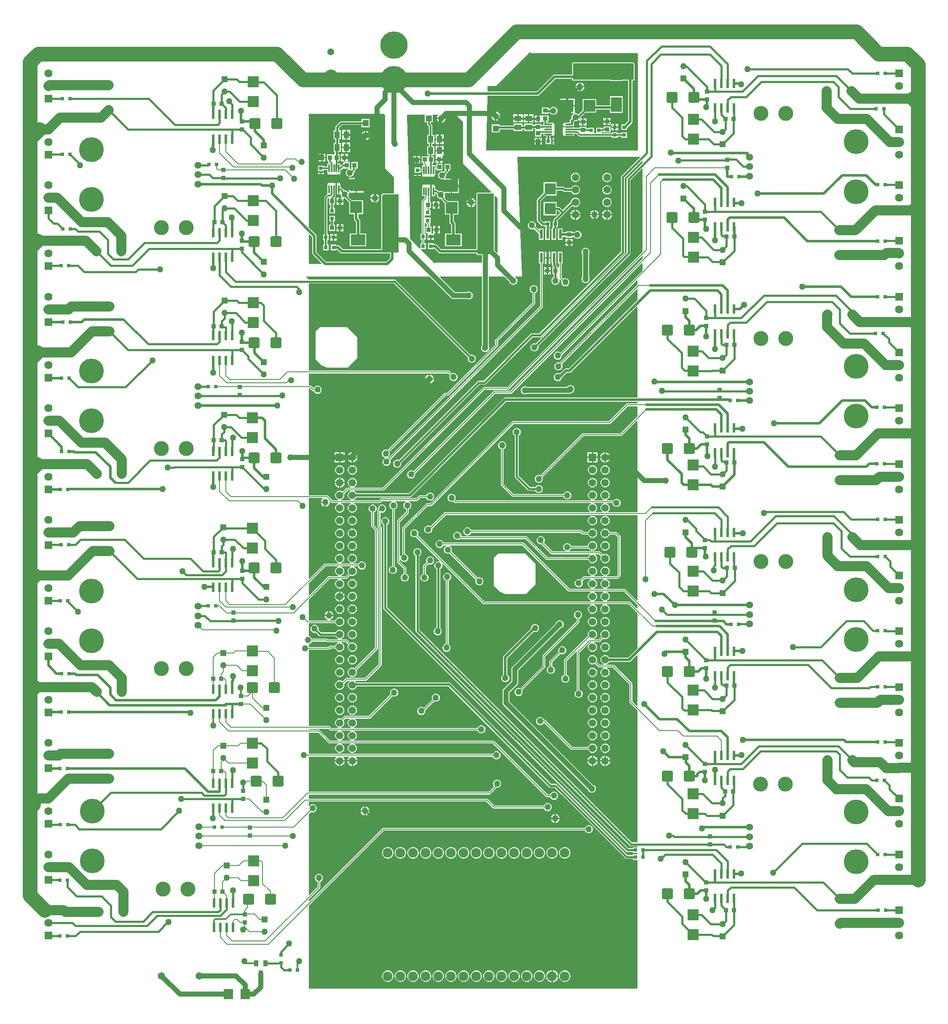
<source format=gtl>
G04 Layer_Physical_Order=1*
G04 Layer_Color=255*
%FSLAX44Y44*%
%MOMM*%
G71*
G01*
G75*
%ADD10R,0.8636X0.9652*%
%ADD11R,0.7556X0.8000*%
%ADD12R,2.2606X2.3114*%
%ADD13R,0.9652X0.8636*%
%ADD14R,0.8000X0.7556*%
%ADD15R,2.4000X2.4000*%
%ADD16R,2.2098X3.0000*%
%ADD17R,0.5080X1.9812*%
G04:AMPARAMS|DCode=18|XSize=2.25mm|YSize=2.12mm|CornerRadius=0.265mm|HoleSize=0mm|Usage=FLASHONLY|Rotation=180.000|XOffset=0mm|YOffset=0mm|HoleType=Round|Shape=RoundedRectangle|*
%AMROUNDEDRECTD18*
21,1,2.2500,1.5900,0,0,180.0*
21,1,1.7200,2.1200,0,0,180.0*
1,1,0.5300,-0.8600,0.7950*
1,1,0.5300,0.8600,0.7950*
1,1,0.5300,0.8600,-0.7950*
1,1,0.5300,-0.8600,-0.7950*
%
%ADD18ROUNDEDRECTD18*%
%ADD19R,1.9558X2.1590*%
%ADD20R,0.9398X1.1684*%
%ADD21R,3.0000X2.2098*%
%ADD22R,2.4000X2.4000*%
%ADD23R,1.8800X1.5700*%
%ADD24R,0.3000X1.6000*%
%ADD25R,1.1176X1.4478*%
%ADD26R,1.4478X1.1176*%
%ADD27R,1.5700X1.8800*%
%ADD28R,1.6000X0.3000*%
%ADD29R,0.5588X1.9812*%
%ADD30C,1.0000*%
%ADD31C,0.3000*%
%ADD32C,0.5000*%
%ADD33C,0.4000*%
%ADD34C,0.2000*%
%ADD35C,3.0000*%
%ADD36C,2.0000*%
%ADD37C,1.3716*%
%ADD38C,1.2700*%
%ADD39R,1.2700X1.2700*%
%ADD40C,1.3970*%
%ADD41C,4.9784*%
%ADD42R,1.2700X1.2700*%
%ADD43C,1.9304*%
%ADD44C,5.5000*%
%ADD45R,1.6256X1.6256*%
%ADD46C,1.6256*%
%ADD47C,1.4732*%
%ADD48C,3.0000*%
%ADD49R,1.5080X1.5080*%
%ADD50C,1.5080*%
%ADD51C,0.4000*%
%ADD52C,1.4986*%
G36*
X668633Y1038647D02*
X667170Y1038041D01*
X665240Y1036560D01*
X663759Y1034630D01*
X662828Y1032382D01*
X662510Y1029970D01*
X662828Y1027558D01*
X663759Y1025310D01*
X665240Y1023380D01*
X667170Y1021899D01*
X668633Y1021293D01*
X668381Y1020023D01*
X649880D01*
X649627Y1021293D01*
X651090Y1021899D01*
X653020Y1023380D01*
X654501Y1025310D01*
X655432Y1027558D01*
X655750Y1029970D01*
X655432Y1032382D01*
X655386Y1032493D01*
X662810Y1039917D01*
X668381D01*
X668633Y1038647D01*
D02*
G37*
G36*
X1254760Y1509557D02*
Y1505033D01*
X1207687Y1457960D01*
D01*
X989460Y1239733D01*
X957580D01*
X956526Y1239523D01*
X955633Y1238927D01*
X794916Y1078209D01*
X794000Y1078912D01*
X792041Y1079723D01*
X789940Y1079999D01*
X787839Y1079723D01*
X785880Y1078912D01*
X784199Y1077621D01*
X782908Y1075940D01*
X782097Y1073981D01*
X781821Y1071880D01*
X782097Y1069779D01*
X782908Y1067820D01*
X784199Y1066139D01*
X785880Y1064848D01*
X787839Y1064037D01*
X789940Y1063761D01*
X792041Y1064037D01*
X794000Y1064848D01*
X795681Y1066139D01*
X796972Y1067820D01*
X797783Y1069779D01*
X798059Y1071880D01*
X797863Y1073370D01*
X958720Y1234227D01*
X990600D01*
X991654Y1234437D01*
X992547Y1235033D01*
X1226903Y1469390D01*
D01*
X1253587Y1496073D01*
X1254760Y1495587D01*
Y1480903D01*
X1231817Y1457960D01*
X1090274Y1316418D01*
X1088640Y1317672D01*
X1086682Y1318483D01*
X1084580Y1318759D01*
X1082478Y1318483D01*
X1080520Y1317672D01*
X1078839Y1316381D01*
X1077548Y1314700D01*
X1076737Y1312742D01*
X1076460Y1310640D01*
X1076737Y1308539D01*
X1077548Y1306580D01*
X1078839Y1304899D01*
X1080520Y1303608D01*
X1082478Y1302797D01*
X1084580Y1302520D01*
X1086682Y1302797D01*
X1088640Y1303608D01*
X1090321Y1304899D01*
X1091612Y1306580D01*
X1092423Y1308539D01*
X1092700Y1310640D01*
X1092651Y1311008D01*
X1243427Y1461783D01*
X1244600Y1461297D01*
Y1452963D01*
X1088360Y1296723D01*
X1087952Y1296893D01*
X1085850Y1297169D01*
X1083748Y1296893D01*
X1081790Y1296082D01*
X1080109Y1294791D01*
X1078818Y1293110D01*
X1078007Y1291151D01*
X1077730Y1289050D01*
X1078007Y1286949D01*
X1078818Y1284990D01*
X1080109Y1283309D01*
X1081790Y1282018D01*
X1083748Y1281207D01*
X1085850Y1280930D01*
X1087952Y1281207D01*
X1089910Y1282018D01*
X1091591Y1283309D01*
X1092882Y1284990D01*
X1093693Y1286949D01*
X1093969Y1289050D01*
X1093693Y1291151D01*
X1092882Y1293110D01*
X1092730Y1293307D01*
X1243427Y1444003D01*
X1244600Y1443517D01*
Y1422106D01*
X1106936Y1284442D01*
X1101090D01*
X1099451Y1284116D01*
X1098062Y1283188D01*
X1089051Y1274176D01*
X1088640Y1274492D01*
X1086682Y1275303D01*
X1084580Y1275580D01*
X1082478Y1275303D01*
X1080520Y1274492D01*
X1078839Y1273201D01*
X1077548Y1271520D01*
X1076737Y1269561D01*
X1076460Y1267460D01*
X1076737Y1265359D01*
X1077548Y1263400D01*
X1078839Y1261719D01*
X1080520Y1260428D01*
X1082478Y1259617D01*
X1084580Y1259341D01*
X1086682Y1259617D01*
X1088640Y1260428D01*
X1090321Y1261719D01*
X1091612Y1263400D01*
X1092423Y1265359D01*
X1092435Y1265449D01*
X1102864Y1275878D01*
X1108710D01*
X1110349Y1276204D01*
X1111738Y1277132D01*
X1243427Y1408821D01*
X1244600Y1408335D01*
Y1226022D01*
X979170D01*
X977531Y1225696D01*
X976142Y1224768D01*
X785626Y1034252D01*
X680058D01*
X679901Y1034630D01*
X678420Y1036560D01*
X676490Y1038041D01*
X675027Y1038647D01*
X675279Y1039917D01*
X734060D01*
X735114Y1040127D01*
X736007Y1040723D01*
X937130Y1241847D01*
X984250D01*
X985303Y1242057D01*
X986197Y1242653D01*
X1212933Y1469390D01*
X1253587Y1510043D01*
X1254760Y1509557D01*
D02*
G37*
G36*
X1176633Y1013247D02*
X1175170Y1012641D01*
X1173240Y1011160D01*
X1171759Y1009230D01*
X1170828Y1006982D01*
X1170510Y1004570D01*
X1170828Y1002158D01*
X1171759Y999910D01*
X1173240Y997980D01*
X1174305Y997163D01*
X1173874Y995893D01*
X1160386D01*
X1159955Y997163D01*
X1161020Y997980D01*
X1162501Y999910D01*
X1163432Y1002158D01*
X1163750Y1004570D01*
X1163432Y1006982D01*
X1162501Y1009230D01*
X1161020Y1011160D01*
X1159090Y1012641D01*
X1157627Y1013247D01*
X1157879Y1014517D01*
X1176380D01*
X1176633Y1013247D01*
D02*
G37*
G36*
X1244600Y1188803D02*
X1210440Y1154643D01*
X1135380D01*
X1134326Y1154433D01*
X1133433Y1153837D01*
X1133433Y1153837D01*
X1049888Y1070292D01*
X1048581Y1070833D01*
X1046480Y1071109D01*
X1044379Y1070833D01*
X1042420Y1070022D01*
X1040739Y1068731D01*
X1039448Y1067050D01*
X1038637Y1065091D01*
X1038361Y1062990D01*
X1038637Y1060889D01*
X1039448Y1058930D01*
X1040739Y1057249D01*
X1042420Y1055958D01*
X1044379Y1055147D01*
X1046480Y1054871D01*
X1048581Y1055147D01*
X1050540Y1055958D01*
X1052221Y1057249D01*
X1053512Y1058930D01*
X1054323Y1060889D01*
X1054600Y1062990D01*
X1054323Y1065091D01*
X1053782Y1066398D01*
X1136520Y1149137D01*
X1211580D01*
X1212634Y1149347D01*
X1213527Y1149943D01*
X1243427Y1179844D01*
X1244600Y1179357D01*
Y995893D01*
X1185786D01*
X1185355Y997163D01*
X1186420Y997980D01*
X1187901Y999910D01*
X1188832Y1002158D01*
X1189150Y1004570D01*
X1188832Y1006982D01*
X1187901Y1009230D01*
X1186420Y1011160D01*
X1184490Y1012641D01*
X1183027Y1013247D01*
X1183279Y1014517D01*
X1194599D01*
X1194847Y1012628D01*
X1195658Y1010670D01*
X1196949Y1008989D01*
X1198630Y1007698D01*
X1200589Y1006887D01*
X1202690Y1006610D01*
X1204791Y1006887D01*
X1206750Y1007698D01*
X1208431Y1008989D01*
X1209722Y1010670D01*
X1210533Y1012628D01*
X1210809Y1014730D01*
X1210533Y1016832D01*
X1209722Y1018790D01*
X1208431Y1020471D01*
X1206750Y1021762D01*
X1204791Y1022573D01*
X1202690Y1022850D01*
X1200589Y1022573D01*
X1198630Y1021762D01*
X1196949Y1020471D01*
X1196605Y1020023D01*
X1183279D01*
X1183027Y1021293D01*
X1184490Y1021899D01*
X1186420Y1023380D01*
X1187901Y1025310D01*
X1188832Y1027558D01*
X1189150Y1029970D01*
X1188832Y1032382D01*
X1187901Y1034630D01*
X1186420Y1036560D01*
X1184490Y1038041D01*
X1182242Y1038972D01*
X1179830Y1039290D01*
X1177418Y1038972D01*
X1175170Y1038041D01*
X1173240Y1036560D01*
X1171759Y1034630D01*
X1170828Y1032382D01*
X1170510Y1029970D01*
X1170828Y1027558D01*
X1171759Y1025310D01*
X1173240Y1023380D01*
X1175170Y1021899D01*
X1176633Y1021293D01*
X1176380Y1020023D01*
X1157879D01*
X1157627Y1021293D01*
X1159090Y1021899D01*
X1161020Y1023380D01*
X1162501Y1025310D01*
X1163432Y1027558D01*
X1163750Y1029970D01*
X1163432Y1032382D01*
X1162501Y1034630D01*
X1161020Y1036560D01*
X1159090Y1038041D01*
X1156842Y1038972D01*
X1154430Y1039290D01*
X1152018Y1038972D01*
X1149770Y1038041D01*
X1147840Y1036560D01*
X1146359Y1034630D01*
X1145428Y1032382D01*
X1145110Y1029970D01*
X1145428Y1027558D01*
X1146359Y1025310D01*
X1147840Y1023380D01*
X1149770Y1021899D01*
X1151233Y1021293D01*
X1150981Y1020023D01*
X879980D01*
X878521Y1021482D01*
X879063Y1022788D01*
X879340Y1024890D01*
X879063Y1026992D01*
X878252Y1028950D01*
X876961Y1030631D01*
X875280Y1031922D01*
X873322Y1032733D01*
X871220Y1033009D01*
X869118Y1032733D01*
X867160Y1031922D01*
X865479Y1030631D01*
X864188Y1028950D01*
X863377Y1026992D01*
X863101Y1024890D01*
X863377Y1022788D01*
X864188Y1020830D01*
X865479Y1019149D01*
X867160Y1017858D01*
X869118Y1017047D01*
X871220Y1016770D01*
X873322Y1017047D01*
X874628Y1017589D01*
X876893Y1015323D01*
X877786Y1014727D01*
X878840Y1014517D01*
X1150981D01*
X1151233Y1013247D01*
X1149770Y1012641D01*
X1147840Y1011160D01*
X1146359Y1009230D01*
X1145428Y1006982D01*
X1145110Y1004570D01*
X1145428Y1002158D01*
X1146359Y999910D01*
X1147840Y997980D01*
X1148905Y997163D01*
X1148474Y995893D01*
X858520D01*
X858520Y995893D01*
X857467Y995683D01*
X856573Y995087D01*
X856573Y995087D01*
X829206Y967719D01*
X828290Y968422D01*
X826331Y969233D01*
X824230Y969510D01*
X822129Y969233D01*
X820170Y968422D01*
X818489Y967131D01*
X817198Y965450D01*
X816387Y963492D01*
X816111Y961390D01*
X816387Y959288D01*
X817198Y957330D01*
X818489Y955649D01*
X820170Y954358D01*
X822129Y953547D01*
X824230Y953270D01*
X826331Y953547D01*
X828290Y954358D01*
X829971Y955649D01*
X831262Y957330D01*
X832073Y959288D01*
X832349Y961390D01*
X832153Y962880D01*
X859660Y990387D01*
X1244600D01*
Y819622D01*
X1243427Y819137D01*
X1221147Y841417D01*
X1220254Y842013D01*
X1219200Y842223D01*
X1183279D01*
X1183027Y843493D01*
X1184490Y844099D01*
X1186420Y845580D01*
X1187901Y847510D01*
X1188832Y849758D01*
X1189150Y852170D01*
X1188832Y854582D01*
X1187901Y856830D01*
X1186420Y858760D01*
X1184490Y860241D01*
X1183027Y860847D01*
X1183279Y862117D01*
X1203960D01*
X1205014Y862327D01*
X1205907Y862923D01*
X1209717Y866733D01*
X1210313Y867626D01*
X1210523Y868680D01*
Y947420D01*
X1210313Y948474D01*
X1209717Y949367D01*
X1209716Y949367D01*
X1203367Y955717D01*
X1202474Y956313D01*
X1201420Y956523D01*
X1188691D01*
X1187901Y958430D01*
X1186420Y960360D01*
X1184490Y961841D01*
X1182242Y962772D01*
X1179830Y963090D01*
X1177418Y962772D01*
X1175170Y961841D01*
X1173240Y960360D01*
X1171759Y958430D01*
X1170828Y956182D01*
X1170510Y953770D01*
X1170828Y951358D01*
X1171759Y949110D01*
X1173240Y947180D01*
X1175170Y945699D01*
X1177418Y944768D01*
X1179830Y944450D01*
X1182242Y944768D01*
X1184490Y945699D01*
X1186420Y947180D01*
X1187901Y949110D01*
X1188691Y951017D01*
X1200280D01*
X1205017Y946280D01*
Y869820D01*
X1202820Y867623D01*
X1183279D01*
X1183027Y868893D01*
X1184490Y869499D01*
X1186420Y870980D01*
X1187901Y872910D01*
X1188832Y875158D01*
X1189150Y877570D01*
X1188832Y879982D01*
X1187901Y882230D01*
X1186420Y884160D01*
X1184490Y885641D01*
X1182242Y886572D01*
X1179830Y886890D01*
X1177418Y886572D01*
X1175170Y885641D01*
X1173240Y884160D01*
X1171759Y882230D01*
X1170828Y879982D01*
X1170510Y877570D01*
X1170828Y875158D01*
X1171759Y872910D01*
X1173240Y870980D01*
X1175170Y869499D01*
X1176633Y868893D01*
X1176380Y867623D01*
X1157879D01*
X1157627Y868893D01*
X1159090Y869499D01*
X1161020Y870980D01*
X1162501Y872910D01*
X1163432Y875158D01*
X1163750Y877570D01*
X1163432Y879982D01*
X1162501Y882230D01*
X1161020Y884160D01*
X1159090Y885641D01*
X1156842Y886572D01*
X1154430Y886890D01*
X1152018Y886572D01*
X1149770Y885641D01*
X1147840Y884160D01*
X1146359Y882230D01*
X1145428Y879982D01*
X1145110Y877570D01*
X1145428Y875158D01*
X1146359Y872910D01*
X1147840Y870980D01*
X1149770Y869499D01*
X1151233Y868893D01*
X1150981Y867623D01*
X1137920D01*
X1136867Y867413D01*
X1135973Y866817D01*
X1129898Y860742D01*
X1128592Y861283D01*
X1126490Y861560D01*
X1124389Y861283D01*
X1122430Y860472D01*
X1120749Y859181D01*
X1119458Y857500D01*
X1118647Y855542D01*
X1118371Y853440D01*
X1118647Y851339D01*
X1119458Y849380D01*
X1120749Y847699D01*
X1122430Y846408D01*
X1124389Y845597D01*
X1126490Y845321D01*
X1128592Y845597D01*
X1130550Y846408D01*
X1132231Y847699D01*
X1133522Y849380D01*
X1134333Y851339D01*
X1134610Y853440D01*
X1134333Y855542D01*
X1133792Y856848D01*
X1139060Y862117D01*
X1150981D01*
X1151233Y860847D01*
X1149770Y860241D01*
X1147840Y858760D01*
X1146359Y856830D01*
X1145428Y854582D01*
X1145110Y852170D01*
X1145428Y849758D01*
X1146359Y847510D01*
X1147840Y845580D01*
X1149770Y844099D01*
X1151233Y843493D01*
X1150981Y842223D01*
X1108580D01*
X1016677Y934127D01*
X1015783Y934723D01*
X1014730Y934933D01*
X854663D01*
X854122Y936240D01*
X852831Y937921D01*
X851150Y939212D01*
X849192Y940023D01*
X847090Y940300D01*
X844988Y940023D01*
X843030Y939212D01*
X841349Y937921D01*
X840058Y936240D01*
X839247Y934281D01*
X838970Y932180D01*
X839247Y930079D01*
X840058Y928120D01*
X841349Y926439D01*
X843030Y925148D01*
X844988Y924337D01*
X847090Y924061D01*
X849192Y924337D01*
X851150Y925148D01*
X852831Y926439D01*
X854122Y928120D01*
X854663Y929427D01*
X860194D01*
X860447Y928157D01*
X859540Y927782D01*
X857859Y926491D01*
X856568Y924810D01*
X855757Y922851D01*
X855480Y920750D01*
X855757Y918649D01*
X856568Y916690D01*
X857859Y915009D01*
X859540Y913718D01*
X861498Y912907D01*
X863600Y912630D01*
X865702Y912907D01*
X867008Y913448D01*
X919799Y860658D01*
X919257Y859352D01*
X918980Y857250D01*
X919257Y855148D01*
X920068Y853190D01*
X921359Y851509D01*
X923040Y850218D01*
X924998Y849407D01*
X927100Y849130D01*
X929202Y849407D01*
X931160Y850218D01*
X932841Y851509D01*
X934132Y853190D01*
X934943Y855148D01*
X935219Y857250D01*
X934943Y859352D01*
X934132Y861310D01*
X932841Y862991D01*
X931160Y864282D01*
X929202Y865093D01*
X927100Y865369D01*
X924998Y865093D01*
X923692Y864551D01*
X870901Y917342D01*
X871443Y918649D01*
X871720Y920750D01*
X871443Y922851D01*
X870632Y924810D01*
X869341Y926491D01*
X867660Y927782D01*
X866753Y928157D01*
X867006Y929427D01*
X1013590D01*
X1105493Y837523D01*
X1105493Y837523D01*
X1106386Y836927D01*
X1107440Y836717D01*
X1107440Y836717D01*
X1150981D01*
X1151233Y835447D01*
X1149770Y834841D01*
X1147840Y833360D01*
X1146359Y831430D01*
X1145428Y829182D01*
X1145110Y826770D01*
X1145428Y824358D01*
X1146359Y822110D01*
X1147840Y820180D01*
X1149770Y818699D01*
X1151233Y818093D01*
X1150981Y816823D01*
X937130D01*
X803592Y950362D01*
X804133Y951668D01*
X804409Y953770D01*
X804133Y955872D01*
X803322Y957830D01*
X802031Y959511D01*
X800350Y960802D01*
X798391Y961613D01*
X796290Y961889D01*
X794189Y961613D01*
X792230Y960802D01*
X790549Y959511D01*
X789258Y957830D01*
X788447Y955872D01*
X788170Y953770D01*
X788447Y951668D01*
X789258Y949710D01*
X790549Y948029D01*
X792230Y946738D01*
X794189Y945927D01*
X796290Y945650D01*
X798391Y945927D01*
X799698Y946469D01*
X848867Y897300D01*
X848148Y896223D01*
X846652Y896843D01*
X844550Y897120D01*
X842449Y896843D01*
X840490Y896032D01*
X838809Y894741D01*
X837518Y893060D01*
X836707Y891102D01*
X836431Y889000D01*
X836707Y886898D01*
X837518Y884940D01*
X838809Y883259D01*
X840490Y881968D01*
X840778Y881849D01*
Y764597D01*
X839220Y763952D01*
X837539Y762661D01*
X836248Y760980D01*
X835437Y759022D01*
X835161Y756920D01*
X835437Y754818D01*
X836248Y752860D01*
X837539Y751179D01*
X839220Y749888D01*
X841179Y749077D01*
X843280Y748801D01*
X845381Y749077D01*
X847340Y749888D01*
X849021Y751179D01*
X850312Y752860D01*
X851123Y754818D01*
X851400Y756920D01*
X851123Y759022D01*
X850312Y760980D01*
X849021Y762661D01*
X848323Y763198D01*
Y881849D01*
X848610Y881968D01*
X850291Y883259D01*
X851582Y884940D01*
X852393Y886898D01*
X852670Y889000D01*
X852393Y891102D01*
X851773Y892598D01*
X852850Y893317D01*
X934043Y812123D01*
X934043Y812123D01*
X934937Y811527D01*
X935990Y811317D01*
X935990Y811317D01*
X1150981D01*
X1151233Y810047D01*
X1149770Y809441D01*
X1147840Y807960D01*
X1146359Y806030D01*
X1145428Y803782D01*
X1145110Y801370D01*
X1145428Y798958D01*
X1146359Y796710D01*
X1147840Y794780D01*
X1149770Y793299D01*
X1152018Y792368D01*
X1154430Y792050D01*
X1156842Y792368D01*
X1159090Y793299D01*
X1161020Y794780D01*
X1162501Y796710D01*
X1163432Y798958D01*
X1163750Y801370D01*
X1163432Y803782D01*
X1162501Y806030D01*
X1161020Y807960D01*
X1159090Y809441D01*
X1157627Y810047D01*
X1157879Y811317D01*
X1176380D01*
X1176633Y810047D01*
X1175170Y809441D01*
X1173240Y807960D01*
X1171759Y806030D01*
X1170828Y803782D01*
X1170510Y801370D01*
X1170828Y798958D01*
X1171759Y796710D01*
X1173240Y794780D01*
X1175170Y793299D01*
X1177418Y792368D01*
X1179830Y792050D01*
X1182242Y792368D01*
X1184490Y793299D01*
X1186420Y794780D01*
X1187901Y796710D01*
X1188832Y798958D01*
X1189150Y801370D01*
X1188832Y803782D01*
X1187901Y806030D01*
X1186420Y807960D01*
X1184490Y809441D01*
X1183027Y810047D01*
X1183279Y811317D01*
X1226950D01*
X1244600Y793667D01*
Y722336D01*
X1226316Y704052D01*
X1188057D01*
X1187901Y704430D01*
X1186420Y706360D01*
X1184490Y707841D01*
X1182242Y708772D01*
X1179830Y709090D01*
X1177418Y708772D01*
X1175170Y707841D01*
X1173240Y706360D01*
X1171759Y704430D01*
X1170828Y702182D01*
X1170510Y699770D01*
X1170828Y697358D01*
X1171759Y695110D01*
X1173240Y693180D01*
X1175170Y691699D01*
X1176633Y691093D01*
X1176380Y689823D01*
X1169540D01*
X1163014Y696349D01*
X1163432Y697358D01*
X1163750Y699770D01*
X1163432Y702182D01*
X1162501Y704430D01*
X1161020Y706360D01*
X1159090Y707841D01*
X1156842Y708772D01*
X1154430Y709090D01*
X1152018Y708772D01*
X1149770Y707841D01*
X1147840Y706360D01*
X1146359Y704430D01*
X1145428Y702182D01*
X1145110Y699770D01*
X1145428Y697358D01*
X1146359Y695110D01*
X1147840Y693180D01*
X1149770Y691699D01*
X1152018Y690768D01*
X1154430Y690450D01*
X1156842Y690768D01*
X1159090Y691699D01*
X1159536Y692041D01*
X1166453Y685124D01*
X1166453Y685123D01*
X1167346Y684527D01*
X1168400Y684317D01*
X1168400Y684317D01*
X1176380D01*
X1176633Y683047D01*
X1175170Y682441D01*
X1173240Y680960D01*
X1171759Y679030D01*
X1170828Y676782D01*
X1170510Y674370D01*
X1170828Y671958D01*
X1171759Y669710D01*
X1173240Y667780D01*
X1175170Y666299D01*
X1177418Y665368D01*
X1179830Y665050D01*
X1182242Y665368D01*
X1184490Y666299D01*
X1186420Y667780D01*
X1187901Y669710D01*
X1188832Y671958D01*
X1189150Y674370D01*
X1188832Y676782D01*
X1187901Y679030D01*
X1186420Y680960D01*
X1184490Y682441D01*
X1183027Y683047D01*
X1183279Y684317D01*
X1195200D01*
X1228830Y650687D01*
Y614997D01*
X1229039Y613944D01*
X1229636Y613051D01*
X1244600Y598087D01*
Y332702D01*
X1233463D01*
X806413Y759753D01*
Y908519D01*
X806700Y908638D01*
X808381Y909929D01*
X809672Y911610D01*
X810483Y913568D01*
X810760Y915670D01*
X810483Y917772D01*
X809672Y919730D01*
X808381Y921411D01*
X806700Y922702D01*
X804742Y923513D01*
X802640Y923790D01*
X800538Y923513D01*
X798580Y922702D01*
X796899Y921411D01*
X795608Y919730D01*
X794797Y917772D01*
X794520Y915670D01*
X794797Y913568D01*
X795608Y911610D01*
X796899Y909929D01*
X798580Y908638D01*
X798867Y908519D01*
Y758190D01*
X798867Y758190D01*
X799155Y756746D01*
X799972Y755522D01*
X1229232Y326263D01*
X1229232Y326262D01*
X1230456Y325445D01*
X1231900Y325158D01*
X1244600D01*
Y323200D01*
X1235154D01*
Y321273D01*
X1225843D01*
X741643Y805473D01*
Y970749D01*
X741930Y970868D01*
X743611Y972159D01*
X744902Y973840D01*
X745713Y975798D01*
X745990Y977900D01*
X745713Y980002D01*
X744902Y981960D01*
X743611Y983641D01*
X741930Y984932D01*
X739971Y985743D01*
X737870Y986020D01*
X735769Y985743D01*
X733810Y984932D01*
X732129Y983641D01*
X730838Y981960D01*
X730027Y980002D01*
X729751Y977900D01*
X730027Y975798D01*
X730838Y973840D01*
X732129Y972159D01*
X733810Y970868D01*
X734098Y970749D01*
Y803910D01*
X734098Y803910D01*
X734385Y802466D01*
X735202Y801242D01*
X1221612Y314832D01*
X1221612Y314832D01*
X1222836Y314015D01*
X1224280Y313727D01*
X1224280Y313727D01*
X1235154D01*
Y311800D01*
X1244600D01*
Y309230D01*
X1235154D01*
Y307302D01*
X1224573D01*
X1097650Y434225D01*
X1096919Y434714D01*
X1082035Y449598D01*
X1080811Y450415D01*
X1079367Y450703D01*
X1079367Y450703D01*
X1071013D01*
X868808Y652908D01*
X867584Y653725D01*
X866140Y654013D01*
X866140Y654013D01*
X679607D01*
X678420Y655560D01*
X677355Y656377D01*
X677786Y657647D01*
X698500D01*
X699554Y657857D01*
X700447Y658453D01*
X729657Y687663D01*
X729657Y687663D01*
X730253Y688557D01*
X730463Y689610D01*
X730463Y689610D01*
Y965200D01*
X730253Y966254D01*
X729657Y967147D01*
X729657Y967147D01*
X727923Y968880D01*
Y994934D01*
X728979Y995639D01*
X729418Y995457D01*
X731520Y995181D01*
X733622Y995457D01*
X735580Y996268D01*
X737261Y997559D01*
X738552Y999240D01*
X739363Y1001199D01*
X739640Y1003300D01*
X739363Y1005402D01*
X738552Y1007360D01*
X737261Y1009041D01*
X735580Y1010332D01*
X733622Y1011143D01*
X731520Y1011420D01*
X729418Y1011143D01*
X727460Y1010332D01*
X725779Y1009041D01*
X724488Y1007360D01*
X723677Y1005402D01*
X723400Y1003300D01*
X723597Y1001810D01*
X723223Y1001437D01*
X722627Y1000544D01*
X722417Y999490D01*
Y967740D01*
X722627Y966686D01*
X723223Y965793D01*
X724957Y964060D01*
Y690750D01*
X697360Y663153D01*
X660400D01*
X659346Y662943D01*
X658453Y662347D01*
X652254Y656148D01*
X651090Y657041D01*
X648842Y657972D01*
X646430Y658290D01*
X644018Y657972D01*
X641770Y657041D01*
X639840Y655560D01*
X638359Y653630D01*
X637428Y651382D01*
X637110Y648970D01*
X637428Y646558D01*
X638359Y644310D01*
X639840Y642380D01*
X641770Y640899D01*
X644018Y639968D01*
X646430Y639650D01*
X648842Y639968D01*
X651090Y640899D01*
X653020Y642380D01*
X654501Y644310D01*
X655432Y646558D01*
X655750Y648970D01*
X655432Y651382D01*
X655386Y651493D01*
X661540Y657647D01*
X665874D01*
X666305Y656377D01*
X665240Y655560D01*
X663759Y653630D01*
X662828Y651382D01*
X662510Y648970D01*
X662828Y646558D01*
X663759Y644310D01*
X665240Y642380D01*
X667170Y640899D01*
X669418Y639968D01*
X671830Y639650D01*
X674242Y639968D01*
X676490Y640899D01*
X678420Y642380D01*
X679901Y644310D01*
X680795Y646468D01*
X864577D01*
X1066782Y444263D01*
X1066782Y444262D01*
X1068006Y443445D01*
X1069450Y443158D01*
X1077804D01*
X1092072Y428890D01*
X1092804Y428401D01*
X1220342Y300863D01*
X1220342Y300862D01*
X1221566Y300045D01*
X1223010Y299757D01*
X1223010Y299757D01*
X1235154D01*
Y297830D01*
X1244600D01*
Y39370D01*
X584200D01*
Y205657D01*
X735200Y356657D01*
X1139237D01*
X1139778Y355350D01*
X1141069Y353669D01*
X1142750Y352378D01*
X1144708Y351567D01*
X1146810Y351291D01*
X1148912Y351567D01*
X1150870Y352378D01*
X1152551Y353669D01*
X1153842Y355350D01*
X1154653Y357309D01*
X1154930Y359410D01*
X1154653Y361511D01*
X1153842Y363470D01*
X1152551Y365151D01*
X1150870Y366442D01*
X1148912Y367253D01*
X1146810Y367529D01*
X1144708Y367253D01*
X1142750Y366442D01*
X1141069Y365151D01*
X1139778Y363470D01*
X1139237Y362163D01*
X734060D01*
X733007Y361953D01*
X732113Y361357D01*
X732113Y361357D01*
X585373Y214617D01*
X584200Y215103D01*
Y218357D01*
X606466Y240623D01*
X606467Y240623D01*
X607063Y241516D01*
X607273Y242570D01*
X607273Y242570D01*
Y254047D01*
X608580Y254588D01*
X610261Y255879D01*
X611552Y257560D01*
X612363Y259519D01*
X612640Y261620D01*
X612363Y263722D01*
X611552Y265680D01*
X610261Y267361D01*
X608580Y268652D01*
X606622Y269463D01*
X604520Y269739D01*
X602419Y269463D01*
X600460Y268652D01*
X598779Y267361D01*
X597488Y265680D01*
X596677Y263722D01*
X596400Y261620D01*
X596677Y259519D01*
X597488Y257560D01*
X598779Y255879D01*
X600460Y254588D01*
X601767Y254047D01*
Y243710D01*
X585373Y227316D01*
X584200Y227803D01*
Y389807D01*
X588412Y394019D01*
X589719Y393477D01*
X591820Y393200D01*
X593922Y393477D01*
X595880Y394288D01*
X597561Y395579D01*
X598852Y397260D01*
X599663Y399218D01*
X599939Y401320D01*
X599663Y403422D01*
X598852Y405380D01*
X597561Y407061D01*
X595880Y408352D01*
X593922Y409163D01*
X591820Y409440D01*
X589719Y409163D01*
X587760Y408352D01*
X586079Y407061D01*
X585470Y406268D01*
X584200Y406699D01*
Y415077D01*
X941200D01*
X954363Y401913D01*
X954363Y401913D01*
X955257Y401317D01*
X956310Y401107D01*
X1056687D01*
X1057228Y399800D01*
X1058519Y398119D01*
X1060200Y396828D01*
X1062159Y396017D01*
X1064260Y395741D01*
X1066361Y396017D01*
X1068320Y396828D01*
X1070001Y398119D01*
X1071292Y399800D01*
X1072103Y401758D01*
X1072380Y403860D01*
X1072103Y405961D01*
X1071292Y407920D01*
X1070001Y409601D01*
X1068320Y410892D01*
X1066361Y411703D01*
X1064260Y411979D01*
X1062159Y411703D01*
X1060200Y410892D01*
X1058519Y409601D01*
X1057228Y407920D01*
X1056687Y406613D01*
X957450D01*
X944287Y419777D01*
X943393Y420373D01*
X942340Y420583D01*
X584200D01*
Y429047D01*
X947420D01*
X948474Y429257D01*
X949367Y429853D01*
X962292Y442779D01*
X962660Y442730D01*
X964762Y443007D01*
X966720Y443818D01*
X968401Y445109D01*
X969692Y446790D01*
X970503Y448749D01*
X970779Y450850D01*
X970503Y452952D01*
X969692Y454910D01*
X968401Y456591D01*
X966720Y457882D01*
X964762Y458693D01*
X962660Y458969D01*
X960558Y458693D01*
X958600Y457882D01*
X956919Y456591D01*
X955628Y454910D01*
X954817Y452952D01*
X954540Y450850D01*
X954817Y448749D01*
X955628Y446790D01*
X956882Y445156D01*
X946280Y434553D01*
X584200D01*
Y505247D01*
X639205D01*
X639613Y504044D01*
X639241Y503759D01*
X637625Y501654D01*
X636609Y499201D01*
X636430Y497840D01*
X656430D01*
X656251Y499201D01*
X655235Y501654D01*
X653619Y503759D01*
X653247Y504044D01*
X653655Y505247D01*
X664605D01*
X665013Y504044D01*
X664641Y503759D01*
X663025Y501654D01*
X662010Y499201D01*
X661830Y497840D01*
X681830D01*
X681650Y499201D01*
X680635Y501654D01*
X679019Y503759D01*
X678647Y504044D01*
X679055Y505247D01*
X953817D01*
X954358Y503940D01*
X955649Y502259D01*
X957330Y500968D01*
X959288Y500157D01*
X961390Y499880D01*
X963492Y500157D01*
X965450Y500968D01*
X967131Y502259D01*
X968422Y503940D01*
X969233Y505899D01*
X969510Y508000D01*
X969233Y510102D01*
X968422Y512060D01*
X967131Y513741D01*
X965450Y515032D01*
X963492Y515843D01*
X961390Y516119D01*
X959288Y515843D01*
X957330Y515032D01*
X955649Y513741D01*
X954358Y512060D01*
X953817Y510753D01*
X584200D01*
Y553507D01*
X603380D01*
X624163Y532724D01*
X624163Y532723D01*
X625056Y532127D01*
X626110Y531917D01*
X626110Y531917D01*
X642980D01*
X643233Y530647D01*
X641770Y530041D01*
X639840Y528560D01*
X638359Y526630D01*
X637428Y524382D01*
X637110Y521970D01*
X637428Y519558D01*
X638359Y517310D01*
X639840Y515380D01*
X641770Y513899D01*
X644018Y512968D01*
X646430Y512650D01*
X648842Y512968D01*
X651090Y513899D01*
X653020Y515380D01*
X654501Y517310D01*
X655432Y519558D01*
X655750Y521970D01*
X655432Y524382D01*
X654501Y526630D01*
X653020Y528560D01*
X651090Y530041D01*
X649627Y530647D01*
X649880Y531917D01*
X668381D01*
X668633Y530647D01*
X667170Y530041D01*
X665240Y528560D01*
X663759Y526630D01*
X662828Y524382D01*
X662510Y521970D01*
X662828Y519558D01*
X663759Y517310D01*
X665240Y515380D01*
X667170Y513899D01*
X669418Y512968D01*
X671830Y512650D01*
X674242Y512968D01*
X676490Y513899D01*
X678420Y515380D01*
X679901Y517310D01*
X680832Y519558D01*
X681150Y521970D01*
X680832Y524382D01*
X679901Y526630D01*
X678420Y528560D01*
X676490Y530041D01*
X675027Y530647D01*
X675279Y531917D01*
X953900D01*
X1061043Y424773D01*
X1061043Y424773D01*
X1061936Y424177D01*
X1062990Y423967D01*
X1062990Y423967D01*
X1069387D01*
X1069928Y422660D01*
X1071219Y420979D01*
X1072900Y419688D01*
X1074858Y418877D01*
X1076960Y418601D01*
X1079062Y418877D01*
X1081020Y419688D01*
X1082701Y420979D01*
X1083992Y422660D01*
X1084803Y424618D01*
X1085079Y426720D01*
X1084803Y428821D01*
X1083992Y430780D01*
X1082701Y432461D01*
X1081020Y433752D01*
X1079062Y434563D01*
X1076960Y434840D01*
X1074858Y434563D01*
X1072900Y433752D01*
X1071219Y432461D01*
X1069928Y430780D01*
X1069387Y429473D01*
X1064130D01*
X956987Y536617D01*
X956094Y537213D01*
X955040Y537423D01*
X675279D01*
X675027Y538693D01*
X676490Y539299D01*
X678420Y540780D01*
X679901Y542710D01*
X680832Y544958D01*
X681150Y547370D01*
X680832Y549782D01*
X679901Y552030D01*
X678420Y553960D01*
X676490Y555441D01*
X675027Y556047D01*
X675279Y557317D01*
X923337D01*
X923878Y556010D01*
X925169Y554329D01*
X926850Y553038D01*
X928809Y552227D01*
X930910Y551950D01*
X933011Y552227D01*
X934970Y553038D01*
X936651Y554329D01*
X937942Y556010D01*
X938753Y557968D01*
X939029Y560070D01*
X938753Y562172D01*
X937942Y564130D01*
X936651Y565811D01*
X934970Y567102D01*
X933011Y567913D01*
X930910Y568190D01*
X928809Y567913D01*
X926850Y567102D01*
X925169Y565811D01*
X923878Y564130D01*
X923337Y562823D01*
X675279D01*
X675027Y564093D01*
X676490Y564699D01*
X678420Y566180D01*
X679901Y568110D01*
X680832Y570358D01*
X681150Y572770D01*
X680832Y575182D01*
X679901Y577430D01*
X678420Y579360D01*
X677355Y580177D01*
X677786Y581447D01*
X706120D01*
X707173Y581657D01*
X708067Y582253D01*
X752242Y626428D01*
X753549Y625887D01*
X755650Y625611D01*
X757751Y625887D01*
X759710Y626698D01*
X761391Y627989D01*
X762682Y629670D01*
X763493Y631628D01*
X763770Y633730D01*
X763493Y635831D01*
X762682Y637790D01*
X761391Y639471D01*
X759710Y640762D01*
X757751Y641573D01*
X755650Y641850D01*
X753549Y641573D01*
X751590Y640762D01*
X749909Y639471D01*
X748618Y637790D01*
X747807Y635831D01*
X747531Y633730D01*
X747807Y631628D01*
X748348Y630322D01*
X704980Y586953D01*
X656590D01*
X655536Y586743D01*
X654643Y586147D01*
X654643Y586147D01*
X649851Y581354D01*
X648842Y581772D01*
X646430Y582090D01*
X644018Y581772D01*
X641770Y580841D01*
X639840Y579360D01*
X638359Y577430D01*
X637428Y575182D01*
X637110Y572770D01*
X637428Y570358D01*
X638359Y568110D01*
X639840Y566180D01*
X641770Y564699D01*
X643233Y564093D01*
X642980Y562823D01*
X629790D01*
X626787Y565827D01*
X625894Y566423D01*
X624840Y566633D01*
X584200D01*
Y719877D01*
X624840D01*
X625894Y720087D01*
X626787Y720683D01*
X628520Y722417D01*
X637569D01*
X638359Y720510D01*
X639840Y718580D01*
X641770Y717099D01*
X644018Y716168D01*
X646430Y715850D01*
X648842Y716168D01*
X651090Y717099D01*
X653020Y718580D01*
X654501Y720510D01*
X655432Y722758D01*
X655750Y725170D01*
X655432Y727582D01*
X654501Y729830D01*
X653020Y731760D01*
X651090Y733241D01*
X649627Y733847D01*
X649880Y735117D01*
X659260D01*
X664101Y730276D01*
X663759Y729830D01*
X662828Y727582D01*
X662510Y725170D01*
X662828Y722758D01*
X663759Y720510D01*
X665240Y718580D01*
X667170Y717099D01*
X669418Y716168D01*
X671830Y715850D01*
X674242Y716168D01*
X676490Y717099D01*
X678420Y718580D01*
X679901Y720510D01*
X680832Y722758D01*
X681150Y725170D01*
X680832Y727582D01*
X679901Y729830D01*
X678420Y731760D01*
X676490Y733241D01*
X674242Y734172D01*
X671830Y734490D01*
X669418Y734172D01*
X668409Y733754D01*
X662347Y739817D01*
X661453Y740413D01*
X660400Y740623D01*
X649880D01*
X649627Y741893D01*
X651090Y742499D01*
X653020Y743980D01*
X654501Y745910D01*
X655432Y748158D01*
X655750Y750570D01*
X655432Y752982D01*
X654501Y755230D01*
X653020Y757160D01*
X651090Y758641D01*
X648842Y759572D01*
X646430Y759890D01*
X644018Y759572D01*
X641770Y758641D01*
X639840Y757160D01*
X638359Y755230D01*
X637991Y754342D01*
X608623D01*
X603354Y759611D01*
X603473Y759899D01*
X603750Y762000D01*
X603473Y764101D01*
X602662Y766060D01*
X601371Y767741D01*
X599690Y769032D01*
X597732Y769843D01*
X595630Y770119D01*
X593529Y769843D01*
X591570Y769032D01*
X589889Y767741D01*
X588598Y766060D01*
X587787Y764101D01*
X587510Y762000D01*
X587787Y759899D01*
X588598Y757940D01*
X589889Y756259D01*
X591570Y754968D01*
X593529Y754157D01*
X595630Y753880D01*
X597732Y754157D01*
X598019Y754276D01*
X604392Y747902D01*
X605616Y747085D01*
X607060Y746797D01*
X637991D01*
X638359Y745910D01*
X639840Y743980D01*
X641770Y742499D01*
X643233Y741893D01*
X642980Y740623D01*
X622170D01*
X621707Y741087D01*
X620813Y741683D01*
X619760Y741893D01*
X590503D01*
X589962Y743200D01*
X588671Y744881D01*
X586990Y746172D01*
X585032Y746983D01*
X584200Y747092D01*
Y773217D01*
X637569D01*
X638359Y771310D01*
X639840Y769380D01*
X641770Y767899D01*
X644018Y766968D01*
X646430Y766650D01*
X648842Y766968D01*
X651090Y767899D01*
X653020Y769380D01*
X654501Y771310D01*
X655432Y773558D01*
X655750Y775970D01*
X655432Y778382D01*
X654501Y780630D01*
X653020Y782560D01*
X651090Y784041D01*
X648842Y784972D01*
X646430Y785290D01*
X644018Y784972D01*
X641770Y784041D01*
X639840Y782560D01*
X638359Y780630D01*
X637569Y778723D01*
X627123D01*
X627040Y779993D01*
X627161Y780009D01*
X629323Y780905D01*
X631180Y782330D01*
X632605Y784187D01*
X633501Y786349D01*
X633639Y787400D01*
X616040D01*
X616179Y786349D01*
X617075Y784187D01*
X618500Y782330D01*
X620357Y780905D01*
X622519Y780009D01*
X622640Y779993D01*
X622557Y778723D01*
X584200D01*
Y820337D01*
X625980Y862117D01*
X642980D01*
X643233Y860847D01*
X641770Y860241D01*
X639840Y858760D01*
X638359Y856830D01*
X637428Y854582D01*
X637110Y852170D01*
X637428Y849758D01*
X638359Y847510D01*
X639840Y845580D01*
X641770Y844099D01*
X644018Y843168D01*
X646430Y842850D01*
X648842Y843168D01*
X651090Y844099D01*
X653020Y845580D01*
X654501Y847510D01*
X655432Y849758D01*
X655750Y852170D01*
X655432Y854582D01*
X654501Y856830D01*
X653020Y858760D01*
X651090Y860241D01*
X649627Y860847D01*
X649880Y862117D01*
X659130D01*
X660183Y862327D01*
X661077Y862923D01*
X667511Y869358D01*
X669418Y868568D01*
X671830Y868250D01*
X674242Y868568D01*
X676490Y869499D01*
X678420Y870980D01*
X679901Y872910D01*
X680832Y875158D01*
X681150Y877570D01*
X680832Y879982D01*
X679901Y882230D01*
X678420Y884160D01*
X676490Y885641D01*
X675027Y886247D01*
X675279Y887517D01*
X682956D01*
X683037Y886898D01*
X683848Y884940D01*
X685139Y883259D01*
X686820Y881968D01*
X688779Y881157D01*
X690880Y880881D01*
X692981Y881157D01*
X694940Y881968D01*
X696621Y883259D01*
X697912Y884940D01*
X698723Y886898D01*
X698999Y889000D01*
X698723Y891102D01*
X697912Y893060D01*
X696621Y894741D01*
X694940Y896032D01*
X692981Y896843D01*
X690880Y897120D01*
X688779Y896843D01*
X686820Y896032D01*
X685139Y894741D01*
X683848Y893060D01*
X683833Y893023D01*
X675279D01*
X675027Y894293D01*
X676490Y894899D01*
X678420Y896380D01*
X679901Y898310D01*
X680832Y900558D01*
X681150Y902970D01*
X680832Y905382D01*
X679901Y907630D01*
X678420Y909560D01*
X676490Y911041D01*
X674242Y911972D01*
X671830Y912290D01*
X669418Y911972D01*
X667170Y911041D01*
X665240Y909560D01*
X663759Y907630D01*
X662828Y905382D01*
X662510Y902970D01*
X662828Y900558D01*
X663759Y898310D01*
X665240Y896380D01*
X667170Y894899D01*
X668633Y894293D01*
X668381Y893023D01*
X649880D01*
X649627Y894293D01*
X651090Y894899D01*
X653020Y896380D01*
X654501Y898310D01*
X655432Y900558D01*
X655750Y902970D01*
X655432Y905382D01*
X654501Y907630D01*
X653020Y909560D01*
X651090Y911041D01*
X648842Y911972D01*
X646430Y912290D01*
X644018Y911972D01*
X641770Y911041D01*
X639840Y909560D01*
X638359Y907630D01*
X637428Y905382D01*
X637110Y902970D01*
X637428Y900558D01*
X638359Y898310D01*
X639840Y896380D01*
X641770Y894899D01*
X643233Y894293D01*
X642980Y893023D01*
X617220D01*
X617220Y893023D01*
X616166Y892813D01*
X615273Y892217D01*
X615273Y892216D01*
X585373Y862317D01*
X584200Y862803D01*
Y1024677D01*
X611839D01*
X612270Y1023407D01*
X610880Y1022340D01*
X609455Y1020483D01*
X608559Y1018321D01*
X608420Y1017270D01*
X617220D01*
Y1016000D01*
X618490D01*
Y1007200D01*
X619541Y1007339D01*
X621703Y1008235D01*
X623560Y1009660D01*
X624985Y1011517D01*
X625881Y1013679D01*
X626187Y1016000D01*
X626098Y1016673D01*
X627301Y1017266D01*
X629243Y1015323D01*
X629243Y1015323D01*
X630136Y1014727D01*
X631190Y1014517D01*
X642980D01*
X643233Y1013247D01*
X641770Y1012641D01*
X639840Y1011160D01*
X638359Y1009230D01*
X637428Y1006982D01*
X637110Y1004570D01*
X637428Y1002158D01*
X638359Y999910D01*
X639840Y997980D01*
X641770Y996499D01*
X644018Y995568D01*
X646430Y995250D01*
X648842Y995568D01*
X651090Y996499D01*
X653020Y997980D01*
X654501Y999910D01*
X655432Y1002158D01*
X655750Y1004570D01*
X655432Y1006982D01*
X654501Y1009230D01*
X653020Y1011160D01*
X651090Y1012641D01*
X649627Y1013247D01*
X649880Y1014517D01*
X668381D01*
X668633Y1013247D01*
X667170Y1012641D01*
X665240Y1011160D01*
X663759Y1009230D01*
X662828Y1006982D01*
X662510Y1004570D01*
X662828Y1002158D01*
X663759Y999910D01*
X665240Y997980D01*
X667170Y996499D01*
X669418Y995568D01*
X671830Y995250D01*
X674242Y995568D01*
X676490Y996499D01*
X678420Y997980D01*
X679901Y999910D01*
X680832Y1002158D01*
X681150Y1004570D01*
X680832Y1006982D01*
X679901Y1009230D01*
X678420Y1011160D01*
X676490Y1012641D01*
X675027Y1013247D01*
X675279Y1014517D01*
X726440D01*
X727494Y1014727D01*
X728387Y1015323D01*
X731390Y1018327D01*
X750974D01*
X751227Y1017057D01*
X750320Y1016682D01*
X748639Y1015391D01*
X747348Y1013710D01*
X746537Y1011751D01*
X746261Y1009650D01*
X746537Y1007549D01*
X747348Y1005590D01*
X748639Y1003909D01*
X750320Y1002618D01*
X751627Y1002077D01*
Y888034D01*
X751009Y887953D01*
X749050Y887142D01*
X747369Y885851D01*
X746078Y884170D01*
X745267Y882212D01*
X744990Y880110D01*
X745267Y878008D01*
X746078Y876050D01*
X747369Y874369D01*
X749050Y873078D01*
X751009Y872267D01*
X753110Y871991D01*
X755211Y872267D01*
X757170Y873078D01*
X758851Y874369D01*
X760142Y876050D01*
X760953Y878008D01*
X761229Y880110D01*
X760953Y882212D01*
X760142Y884170D01*
X758851Y885851D01*
X757170Y887142D01*
X757133Y887157D01*
Y1002077D01*
X758440Y1002618D01*
X760121Y1003909D01*
X761412Y1005590D01*
X762223Y1007549D01*
X762499Y1009650D01*
X762223Y1011751D01*
X761412Y1013710D01*
X760121Y1015391D01*
X758440Y1016682D01*
X757533Y1017057D01*
X757786Y1018327D01*
X778914D01*
X779167Y1017057D01*
X778260Y1016682D01*
X776579Y1015391D01*
X775288Y1013710D01*
X774477Y1011751D01*
X774201Y1009650D01*
X774477Y1007549D01*
X775288Y1005590D01*
X776579Y1003909D01*
X778260Y1002618D01*
X779567Y1002077D01*
Y996820D01*
X762593Y979847D01*
X761997Y978953D01*
X761787Y977900D01*
Y896620D01*
X761997Y895566D01*
X762593Y894673D01*
X774487Y882780D01*
Y872443D01*
X773180Y871902D01*
X771499Y870611D01*
X770208Y868930D01*
X769397Y866972D01*
X769120Y864870D01*
X769397Y862768D01*
X770208Y860810D01*
X771499Y859129D01*
X773180Y857838D01*
X775138Y857027D01*
X777240Y856750D01*
X779342Y857027D01*
X781300Y857838D01*
X782981Y859129D01*
X784272Y860810D01*
X785083Y862768D01*
X785359Y864870D01*
X785083Y866972D01*
X784272Y868930D01*
X782981Y870611D01*
X781300Y871902D01*
X779993Y872443D01*
Y883920D01*
X779993Y883920D01*
X779783Y884974D01*
X779187Y885867D01*
X779186Y885867D01*
X767293Y897760D01*
Y900834D01*
X768563Y901087D01*
X768938Y900180D01*
X770229Y898499D01*
X771910Y897208D01*
X773868Y896397D01*
X775970Y896121D01*
X778072Y896397D01*
X780030Y897208D01*
X781711Y898499D01*
X783002Y900180D01*
X783813Y902139D01*
X784090Y904240D01*
X783813Y906341D01*
X783002Y908300D01*
X781711Y909981D01*
X780030Y911272D01*
X778072Y912083D01*
X777453Y912164D01*
Y962790D01*
X822830Y1008167D01*
X829310D01*
X830363Y1008377D01*
X831257Y1008973D01*
X995550Y1173267D01*
X1188720D01*
X1189773Y1173477D01*
X1190667Y1174073D01*
X1225420Y1208827D01*
X1244600D01*
Y1188803D01*
D02*
G37*
G36*
X1031240Y1917700D02*
X1245870D01*
Y1723390D01*
X1244600Y1722120D01*
X941977D01*
X941088Y1723027D01*
X943227Y1832138D01*
X1043940D01*
X1045579Y1832464D01*
X1046968Y1833392D01*
X1080004Y1866428D01*
X1113327D01*
Y1864360D01*
X1113459Y1863697D01*
X1113834Y1863134D01*
X1114397Y1862759D01*
X1115060Y1862627D01*
X1189941D01*
Y1861884D01*
X1215439D01*
Y1862627D01*
X1226348D01*
Y1782314D01*
X1218780Y1774746D01*
X1212230D01*
Y1763790D01*
X1223630D01*
Y1767484D01*
X1233658Y1777512D01*
X1234586Y1778901D01*
X1234912Y1780540D01*
Y1862627D01*
X1236980D01*
X1237643Y1862759D01*
X1238206Y1863134D01*
X1238581Y1863697D01*
X1238713Y1864360D01*
Y1896110D01*
X1238581Y1896773D01*
X1238206Y1897336D01*
X1236936Y1898606D01*
X1236373Y1898981D01*
X1235710Y1899113D01*
X1115060D01*
X1114397Y1898981D01*
X1113834Y1898606D01*
X1113459Y1898043D01*
X1113327Y1897380D01*
Y1874992D01*
X1078230D01*
X1076591Y1874666D01*
X1075202Y1873738D01*
X1042166Y1840702D01*
X944302D01*
X943413Y1841609D01*
X943610Y1851660D01*
X960120D01*
X1028700Y1920240D01*
X1031240Y1917700D01*
D02*
G37*
G36*
X964092Y1626429D02*
Y1517274D01*
X962919Y1516788D01*
X958043Y1521664D01*
Y1630818D01*
X959217Y1631304D01*
X964092Y1626429D01*
D02*
G37*
G36*
X956310Y1515745D02*
X955040Y1514475D01*
X923290D01*
X923290Y1629410D01*
X923290Y1631950D01*
Y1636395D01*
X956310D01*
Y1515745D01*
D02*
G37*
G36*
X737870Y1793240D02*
Y1686560D01*
X755650Y1668780D01*
Y1636223D01*
X734060D01*
X733397Y1636091D01*
X732834Y1635716D01*
X730294Y1633176D01*
X729919Y1632613D01*
X729787Y1631950D01*
Y1524472D01*
X652144D01*
X645778Y1530838D01*
X644389Y1531766D01*
X642750Y1532092D01*
X639496D01*
Y1533510D01*
X628540D01*
Y1522110D01*
X639496D01*
Y1523528D01*
X640976D01*
X647342Y1517162D01*
X648731Y1516234D01*
X650370Y1515908D01*
X744350D01*
X744395Y1515917D01*
X747558D01*
Y1506724D01*
X739906Y1499072D01*
X618994D01*
X599912Y1518154D01*
Y1550670D01*
X599586Y1552309D01*
X598658Y1553698D01*
X584200Y1568156D01*
Y1795780D01*
X735330D01*
X737870Y1793240D01*
D02*
G37*
G36*
X764540Y1521460D02*
Y1517650D01*
X731520D01*
Y1631950D01*
X734060Y1634490D01*
X764540D01*
Y1521460D01*
D02*
G37*
G36*
X668633Y886247D02*
X667170Y885641D01*
X665240Y884160D01*
X663759Y882230D01*
X662828Y879982D01*
X662510Y877570D01*
X662828Y875158D01*
X663618Y873251D01*
X657990Y867623D01*
X649880D01*
X649627Y868893D01*
X651090Y869499D01*
X653020Y870980D01*
X654501Y872910D01*
X655432Y875158D01*
X655750Y877570D01*
X655432Y879982D01*
X654501Y882230D01*
X653020Y884160D01*
X651090Y885641D01*
X649627Y886247D01*
X649880Y887517D01*
X668381D01*
X668633Y886247D01*
D02*
G37*
G36*
X1244600Y708565D02*
Y607533D01*
X1243427Y607047D01*
X1234335Y616138D01*
Y651827D01*
X1234126Y652881D01*
X1233529Y653774D01*
X1233529Y653774D01*
X1198287Y689017D01*
X1197393Y689613D01*
X1196340Y689823D01*
X1183279D01*
X1183027Y691093D01*
X1184490Y691699D01*
X1186420Y693180D01*
X1187901Y695110D01*
X1188057Y695488D01*
X1228090D01*
X1229729Y695814D01*
X1231118Y696742D01*
X1243427Y709051D01*
X1244600Y708565D01*
D02*
G37*
G36*
X1176633Y835447D02*
X1175170Y834841D01*
X1173240Y833360D01*
X1171759Y831430D01*
X1170828Y829182D01*
X1170510Y826770D01*
X1170828Y824358D01*
X1171759Y822110D01*
X1173240Y820180D01*
X1175170Y818699D01*
X1176633Y818093D01*
X1176380Y816823D01*
X1157879D01*
X1157627Y818093D01*
X1159090Y818699D01*
X1161020Y820180D01*
X1162501Y822110D01*
X1163432Y824358D01*
X1163750Y826770D01*
X1163432Y829182D01*
X1162501Y831430D01*
X1161020Y833360D01*
X1159090Y834841D01*
X1157627Y835447D01*
X1157879Y836717D01*
X1176380D01*
X1176633Y835447D01*
D02*
G37*
G36*
X619083Y735923D02*
X619083Y735923D01*
X619977Y735327D01*
X621030Y735117D01*
X621030Y735117D01*
X642980D01*
X643233Y733847D01*
X641770Y733241D01*
X639840Y731760D01*
X638359Y729830D01*
X637569Y727923D01*
X627380D01*
X626326Y727713D01*
X625433Y727117D01*
X625433Y727116D01*
X623700Y725383D01*
X584200D01*
Y731188D01*
X585032Y731297D01*
X586990Y732108D01*
X588671Y733399D01*
X589962Y735080D01*
X590503Y736387D01*
X618620D01*
X619083Y735923D01*
D02*
G37*
G36*
X1244600Y810177D02*
Y803113D01*
X1243427Y802626D01*
X1230037Y816017D01*
X1229144Y816613D01*
X1228090Y816823D01*
X1183279D01*
X1183027Y818093D01*
X1184490Y818699D01*
X1186420Y820180D01*
X1187901Y822110D01*
X1188832Y824358D01*
X1189150Y826770D01*
X1188832Y829182D01*
X1187901Y831430D01*
X1186420Y833360D01*
X1184490Y834841D01*
X1183027Y835447D01*
X1183279Y836717D01*
X1218060D01*
X1244600Y810177D01*
D02*
G37*
G36*
X666305Y580177D02*
X665240Y579360D01*
X663759Y577430D01*
X662828Y575182D01*
X662510Y572770D01*
X662828Y570358D01*
X663759Y568110D01*
X665240Y566180D01*
X667170Y564699D01*
X668633Y564093D01*
X668381Y562823D01*
X649880D01*
X649627Y564093D01*
X651090Y564699D01*
X653020Y566180D01*
X654501Y568110D01*
X655432Y570358D01*
X655750Y572770D01*
X655432Y575182D01*
X654501Y577430D01*
X654159Y577876D01*
X657730Y581447D01*
X665874D01*
X666305Y580177D01*
D02*
G37*
G36*
X626703Y558123D02*
X627597Y557527D01*
X628650Y557317D01*
X642980D01*
X643233Y556047D01*
X641770Y555441D01*
X639840Y553960D01*
X638359Y552030D01*
X637428Y549782D01*
X637110Y547370D01*
X637428Y544958D01*
X638359Y542710D01*
X639840Y540780D01*
X641770Y539299D01*
X643233Y538693D01*
X642980Y537423D01*
X627250D01*
X606467Y558207D01*
X605574Y558803D01*
X604520Y559013D01*
X584200D01*
Y561127D01*
X623700D01*
X626703Y558123D01*
D02*
G37*
G36*
X643233Y886247D02*
X641770Y885641D01*
X639840Y884160D01*
X638359Y882230D01*
X637428Y879982D01*
X637110Y877570D01*
X637428Y875158D01*
X638359Y872910D01*
X639840Y870980D01*
X641770Y869499D01*
X643233Y868893D01*
X642980Y867623D01*
X624840D01*
X624840Y867623D01*
X623787Y867413D01*
X622893Y866817D01*
X622893Y866816D01*
X585373Y829296D01*
X584200Y829782D01*
Y853357D01*
X618360Y887517D01*
X642980D01*
X643233Y886247D01*
D02*
G37*
G36*
X1176633Y860847D02*
X1175170Y860241D01*
X1173240Y858760D01*
X1171759Y856830D01*
X1170828Y854582D01*
X1170510Y852170D01*
X1170828Y849758D01*
X1171759Y847510D01*
X1173240Y845580D01*
X1175170Y844099D01*
X1176633Y843493D01*
X1176380Y842223D01*
X1157879D01*
X1157627Y843493D01*
X1159090Y844099D01*
X1161020Y845580D01*
X1162501Y847510D01*
X1163432Y849758D01*
X1163750Y852170D01*
X1163432Y854582D01*
X1162501Y856830D01*
X1161020Y858760D01*
X1159090Y860241D01*
X1157627Y860847D01*
X1157879Y862117D01*
X1176380D01*
X1176633Y860847D01*
D02*
G37*
G36*
X668633Y556047D02*
X667170Y555441D01*
X665240Y553960D01*
X663759Y552030D01*
X662828Y549782D01*
X662510Y547370D01*
X662828Y544958D01*
X663759Y542710D01*
X665240Y540780D01*
X667170Y539299D01*
X668633Y538693D01*
X668381Y537423D01*
X649880D01*
X649627Y538693D01*
X651090Y539299D01*
X653020Y540780D01*
X654501Y542710D01*
X655432Y544958D01*
X655750Y547370D01*
X655432Y549782D01*
X654501Y552030D01*
X653020Y553960D01*
X651090Y555441D01*
X649627Y556047D01*
X649880Y557317D01*
X668381D01*
X668633Y556047D01*
D02*
G37*
G36*
X1250822Y1709548D02*
X1212722Y1671448D01*
X1211905Y1670224D01*
X1211618Y1668780D01*
X1211618Y1668780D01*
Y1519213D01*
X1150365Y1457960D01*
D01*
X1047457Y1355052D01*
X1032510D01*
X1032510Y1355052D01*
X1031066Y1354765D01*
X1029842Y1353948D01*
X935697Y1259802D01*
X925830D01*
X925830Y1259802D01*
X924386Y1259515D01*
X923162Y1258698D01*
X923162Y1258698D01*
X765287Y1100822D01*
X764101Y1101313D01*
X762000Y1101590D01*
X759899Y1101313D01*
X757940Y1100502D01*
X756259Y1099211D01*
X754968Y1097530D01*
X754157Y1095572D01*
X753880Y1093470D01*
X754157Y1091368D01*
X754968Y1089410D01*
X756259Y1087729D01*
X757940Y1086438D01*
X759899Y1085627D01*
X762000Y1085350D01*
X764101Y1085627D01*
X766060Y1086438D01*
X767741Y1087729D01*
X769032Y1089410D01*
X769843Y1091368D01*
X770119Y1093470D01*
X769943Y1094808D01*
X927393Y1252258D01*
X937260D01*
X937260Y1252258D01*
X938704Y1252545D01*
X939928Y1253362D01*
X1034073Y1347507D01*
X1049020D01*
X1049020Y1347507D01*
X1050464Y1347795D01*
X1051688Y1348612D01*
X1163162Y1460087D01*
X1218058Y1514982D01*
X1218875Y1516206D01*
X1219163Y1517650D01*
X1219163Y1517650D01*
Y1667217D01*
X1253587Y1701642D01*
X1254760Y1701156D01*
Y1698245D01*
X1224152Y1667638D01*
X1223335Y1666414D01*
X1223047Y1664970D01*
X1223047Y1664970D01*
Y1517943D01*
X1163775Y1458670D01*
X1039979Y1334874D01*
X1039691Y1334993D01*
X1037590Y1335269D01*
X1035489Y1334993D01*
X1033530Y1334182D01*
X1031849Y1332891D01*
X1030558Y1331210D01*
X1029747Y1329252D01*
X1029471Y1327150D01*
X1029747Y1325049D01*
X1030558Y1323090D01*
X1031849Y1321409D01*
X1033530Y1320118D01*
X1035489Y1319307D01*
X1037590Y1319030D01*
X1039691Y1319307D01*
X1041650Y1320118D01*
X1043331Y1321409D01*
X1044622Y1323090D01*
X1045433Y1325049D01*
X1045710Y1327150D01*
X1045433Y1329252D01*
X1045314Y1329539D01*
X1185165Y1469390D01*
D01*
X1229488Y1513712D01*
X1230305Y1514936D01*
X1230592Y1516380D01*
X1230592Y1516380D01*
Y1663407D01*
X1253587Y1686402D01*
X1254760Y1685916D01*
Y1519003D01*
X1193717Y1457960D01*
D01*
X983110Y1247353D01*
X935990D01*
X935990Y1247353D01*
X934937Y1247143D01*
X934043Y1246547D01*
X732920Y1045423D01*
X675279D01*
X675027Y1046693D01*
X676490Y1047299D01*
X678420Y1048780D01*
X679901Y1050710D01*
X680832Y1052958D01*
X681150Y1055370D01*
X680832Y1057782D01*
X679901Y1060030D01*
X678420Y1061960D01*
X676490Y1063441D01*
X674242Y1064372D01*
X671830Y1064690D01*
X669418Y1064372D01*
X667170Y1063441D01*
X665240Y1061960D01*
X663759Y1060030D01*
X662828Y1057782D01*
X662510Y1055370D01*
X662828Y1052958D01*
X663759Y1050710D01*
X665240Y1048780D01*
X667170Y1047299D01*
X668633Y1046693D01*
X668381Y1045423D01*
X661670D01*
X661670Y1045423D01*
X660617Y1045213D01*
X659723Y1044617D01*
X659723Y1044616D01*
X652254Y1037148D01*
X651090Y1038041D01*
X648842Y1038972D01*
X646430Y1039290D01*
X644018Y1038972D01*
X641770Y1038041D01*
X639840Y1036560D01*
X638359Y1034630D01*
X637428Y1032382D01*
X637110Y1029970D01*
X637428Y1027558D01*
X638359Y1025310D01*
X639840Y1023380D01*
X641770Y1021899D01*
X643233Y1021293D01*
X642980Y1020023D01*
X632330D01*
X622977Y1029377D01*
X622084Y1029973D01*
X621030Y1030183D01*
X584200D01*
Y1245657D01*
X585600D01*
X591143Y1240114D01*
X591143Y1240113D01*
X592037Y1239517D01*
X593090Y1239307D01*
X594407D01*
X594948Y1238000D01*
X596239Y1236319D01*
X597920Y1235028D01*
X599879Y1234217D01*
X601980Y1233941D01*
X604081Y1234217D01*
X606040Y1235028D01*
X607721Y1236319D01*
X609012Y1238000D01*
X609823Y1239958D01*
X610099Y1242060D01*
X609823Y1244162D01*
X609012Y1246120D01*
X607721Y1247801D01*
X606040Y1249092D01*
X604081Y1249903D01*
X601980Y1250180D01*
X599879Y1249903D01*
X597920Y1249092D01*
X596239Y1247801D01*
X594948Y1246120D01*
X594881Y1245958D01*
X593383Y1245660D01*
X588687Y1250357D01*
X587794Y1250953D01*
X586740Y1251163D01*
X584200D01*
Y1274867D01*
X863730D01*
X867729Y1270868D01*
X867187Y1269561D01*
X866910Y1267460D01*
X867187Y1265359D01*
X867998Y1263400D01*
X869289Y1261719D01*
X870970Y1260428D01*
X872928Y1259617D01*
X875030Y1259341D01*
X877132Y1259617D01*
X879090Y1260428D01*
X880771Y1261719D01*
X882062Y1263400D01*
X882873Y1265359D01*
X883149Y1267460D01*
X882873Y1269561D01*
X882062Y1271520D01*
X880771Y1273201D01*
X879090Y1274492D01*
X877132Y1275303D01*
X875030Y1275580D01*
X872928Y1275303D01*
X871622Y1274762D01*
X866817Y1279567D01*
X865923Y1280163D01*
X864870Y1280373D01*
X584200D01*
Y1455457D01*
X755357D01*
X904136Y1306679D01*
X904017Y1306391D01*
X903740Y1304290D01*
X904017Y1302189D01*
X904828Y1300230D01*
X906119Y1298549D01*
X907800Y1297258D01*
X909759Y1296447D01*
X911860Y1296171D01*
X913961Y1296447D01*
X915920Y1297258D01*
X917601Y1298549D01*
X918892Y1300230D01*
X919703Y1302189D01*
X919979Y1304290D01*
X919703Y1306391D01*
X918892Y1308350D01*
X917601Y1310031D01*
X915920Y1311322D01*
X913961Y1312133D01*
X911860Y1312410D01*
X909759Y1312133D01*
X909471Y1312014D01*
X759588Y1461898D01*
X758364Y1462715D01*
X756920Y1463002D01*
X756920Y1463002D01*
X584200D01*
Y1463040D01*
X579120Y1468120D01*
X580390Y1469390D01*
X827373D01*
X870251Y1426512D01*
X871651Y1425438D01*
X873281Y1424763D01*
X875030Y1424532D01*
X901093D01*
X901450Y1424258D01*
X903409Y1423447D01*
X905510Y1423170D01*
X907611Y1423447D01*
X909570Y1424258D01*
X911251Y1425549D01*
X912542Y1427230D01*
X913353Y1429189D01*
X913630Y1431290D01*
X913353Y1433392D01*
X912542Y1435350D01*
X911251Y1437031D01*
X909570Y1438322D01*
X907611Y1439133D01*
X905510Y1439409D01*
X903409Y1439133D01*
X901450Y1438322D01*
X901093Y1438048D01*
X877829D01*
X847660Y1468217D01*
X848146Y1469390D01*
X932026D01*
Y1330628D01*
X931498Y1329940D01*
X930687Y1327982D01*
X930411Y1325880D01*
X930687Y1323779D01*
X931498Y1321820D01*
X932789Y1320139D01*
X934470Y1318848D01*
X936429Y1318037D01*
X938530Y1317760D01*
X940631Y1318037D01*
X942590Y1318848D01*
X944271Y1320139D01*
X945562Y1321820D01*
X946373Y1323779D01*
X946649Y1325880D01*
X946373Y1327982D01*
X945562Y1329940D01*
X945542Y1329966D01*
Y1469390D01*
X977233D01*
X987398Y1459226D01*
X987456Y1458779D01*
X988267Y1456821D01*
X989558Y1455140D01*
X991239Y1453849D01*
X993197Y1453038D01*
X995299Y1452762D01*
X997401Y1453038D01*
X999359Y1453849D01*
X1001040Y1455140D01*
X1002331Y1456821D01*
X1003142Y1458779D01*
X1003419Y1460881D01*
X1003142Y1462982D01*
X1002331Y1464941D01*
X1001040Y1466622D01*
X999359Y1467913D01*
X998858Y1468120D01*
X999111Y1469390D01*
X1012998D01*
X1003337Y1708504D01*
X1004217Y1709420D01*
X1248410D01*
X1249680Y1710690D01*
X1250822Y1709548D01*
D02*
G37*
G36*
X894242Y1780099D02*
Y1696279D01*
X951219Y1639302D01*
X950733Y1638128D01*
X923290D01*
X922627Y1637996D01*
X922064Y1637621D01*
X921689Y1637058D01*
X921557Y1636395D01*
Y1631950D01*
X921557Y1629410D01*
X921557Y1524472D01*
X850134D01*
X841228Y1533378D01*
X839839Y1534306D01*
X838200Y1534632D01*
X834946D01*
Y1536050D01*
X823990D01*
Y1524650D01*
X834946D01*
Y1526068D01*
X836426D01*
X845332Y1517162D01*
X846721Y1516234D01*
X848360Y1515908D01*
X921557D01*
Y1514475D01*
X921689Y1513812D01*
X922064Y1513249D01*
X922627Y1512874D01*
X923290Y1512742D01*
X932026D01*
Y1496889D01*
X838362D01*
X837092Y1495619D01*
X809331Y1523380D01*
X809857Y1524650D01*
X819390D01*
Y1536050D01*
X816665D01*
Y1543700D01*
X819390D01*
Y1555100D01*
X816823D01*
Y1575695D01*
X817260Y1576784D01*
X818093Y1576784D01*
X820207D01*
Y1576070D01*
X820417Y1575016D01*
X821013Y1574123D01*
X822366Y1572771D01*
Y1569896D01*
X819101D01*
Y1556844D01*
X822266D01*
X823150Y1555940D01*
X823150Y1555574D01*
Y1550670D01*
X835786D01*
X835786Y1555940D01*
X837029Y1556004D01*
X839851D01*
Y1562100D01*
X834263D01*
X834263Y1556004D01*
X833019Y1555940D01*
X832021D01*
X831137Y1556844D01*
X831137Y1557210D01*
Y1569896D01*
X827872D01*
Y1573911D01*
X827662Y1574964D01*
X827295Y1575514D01*
X827791Y1576784D01*
X828660D01*
Y1587740D01*
X817260Y1587740D01*
X816823Y1588829D01*
Y1591251D01*
X817260Y1592340D01*
X828660D01*
Y1603296D01*
X826602D01*
Y1606374D01*
X829867D01*
Y1619426D01*
X827903D01*
Y1630200D01*
X828880D01*
Y1640740D01*
X831420D01*
Y1630200D01*
X834190D01*
Y1631040D01*
X838350D01*
Y1637160D01*
X839620Y1637346D01*
X841771Y1635195D01*
X841510Y1633220D01*
X841787Y1631118D01*
X842598Y1629160D01*
X843889Y1627479D01*
X845570Y1626188D01*
X847529Y1625377D01*
X849630Y1625101D01*
X850492Y1625214D01*
X851447Y1624377D01*
Y1624330D01*
X851696Y1623081D01*
X852403Y1622023D01*
X857520Y1616906D01*
Y1593710D01*
X866938D01*
Y1578610D01*
X867264Y1576971D01*
X868192Y1575582D01*
X870494Y1573280D01*
Y1555799D01*
X858076D01*
Y1530301D01*
X891476D01*
Y1555799D01*
X879058D01*
Y1575054D01*
X878732Y1576693D01*
X877804Y1578082D01*
X875502Y1580384D01*
Y1593710D01*
X884920D01*
Y1621110D01*
X862544D01*
X857973Y1625681D01*
Y1626870D01*
X857724Y1628119D01*
X857017Y1629177D01*
X856771Y1629423D01*
X857473Y1631118D01*
X857749Y1633220D01*
X857473Y1635322D01*
X857269Y1635814D01*
X857974Y1636870D01*
X869950D01*
Y1639570D01*
X857250D01*
X856680Y1640140D01*
Y1639342D01*
X855410Y1638911D01*
X855371Y1638961D01*
X853690Y1640252D01*
X851731Y1641063D01*
X849630Y1641340D01*
X847529Y1641063D01*
X845833Y1640361D01*
X843147Y1643047D01*
X842089Y1643754D01*
X840840Y1644003D01*
X838350D01*
Y1650440D01*
X837959D01*
X837090Y1651350D01*
X837090Y1651710D01*
Y1653540D01*
X813210D01*
Y1651710D01*
X813210Y1651350D01*
X812341Y1650440D01*
X811950D01*
Y1631040D01*
X817397D01*
Y1627740D01*
X812123Y1622467D01*
X811527Y1621573D01*
X811317Y1620520D01*
Y1555100D01*
X808434D01*
Y1543700D01*
X811159D01*
Y1536050D01*
X808434D01*
Y1526073D01*
X807164Y1525547D01*
X787562Y1545149D01*
Y1594679D01*
X781241Y1793157D01*
X782125Y1794069D01*
X817450D01*
Y1778840D01*
X822237D01*
Y1775460D01*
X822486Y1774211D01*
X823193Y1773153D01*
X825920Y1770426D01*
Y1753919D01*
X821895D01*
Y1736041D01*
X825920D01*
Y1731059D01*
X821895D01*
Y1713181D01*
X825920D01*
Y1710866D01*
X824181D01*
Y1710866D01*
X823009D01*
Y1710866D01*
X810973D01*
Y1697814D01*
X814238D01*
Y1696339D01*
X814448Y1695285D01*
X815044Y1694392D01*
X815824Y1693613D01*
X815338Y1692440D01*
X811950D01*
Y1685493D01*
X808340D01*
Y1688386D01*
X796940D01*
Y1677430D01*
X808340D01*
Y1679987D01*
X811950D01*
Y1673040D01*
X812341D01*
X813210Y1672130D01*
X813210Y1671770D01*
Y1670050D01*
X835660Y1670050D01*
X837090Y1668620D01*
Y1671770D01*
X837090Y1672130D01*
X837959Y1673040D01*
X838350D01*
Y1686347D01*
X840691D01*
Y1682574D01*
X852727D01*
Y1695626D01*
X840691D01*
Y1691853D01*
X838350D01*
Y1692440D01*
X833413D01*
Y1697814D01*
X836217D01*
Y1710866D01*
X832446D01*
Y1713181D01*
X836471D01*
Y1731059D01*
X832446D01*
Y1736041D01*
X836471D01*
Y1753919D01*
X832446D01*
Y1771777D01*
X832197Y1773026D01*
X831490Y1774084D01*
X828763Y1776811D01*
Y1778840D01*
X833550D01*
Y1794069D01*
X843157D01*
X843720Y1792799D01*
X842627Y1791373D01*
X841731Y1789211D01*
X841592Y1788160D01*
X850392D01*
X859192D01*
X859053Y1789211D01*
X858157Y1791373D01*
X857064Y1792799D01*
X857627Y1794069D01*
X880272D01*
X894242Y1780099D01*
D02*
G37*
G36*
X1236980Y1896110D02*
Y1864360D01*
X1115060D01*
Y1897380D01*
X1235710D01*
X1236980Y1896110D01*
D02*
G37*
G36*
X591348Y1548896D02*
Y1516380D01*
X591674Y1514741D01*
X592602Y1513352D01*
X609991Y1495963D01*
X609505Y1494790D01*
X584200D01*
Y1554385D01*
X585373Y1554871D01*
X591348Y1548896D01*
D02*
G37*
G36*
X1244600Y1214333D02*
X1224280D01*
X1224280Y1214333D01*
X1223226Y1214123D01*
X1222333Y1213527D01*
X1187580Y1178773D01*
X994410D01*
X993356Y1178563D01*
X992463Y1177967D01*
X828170Y1013673D01*
X821690D01*
X820637Y1013463D01*
X819743Y1012867D01*
X772753Y965877D01*
X772157Y964984D01*
X771947Y963930D01*
Y911287D01*
X771910Y911272D01*
X770229Y909981D01*
X768938Y908300D01*
X768563Y907393D01*
X767293Y907646D01*
Y976760D01*
X784267Y993733D01*
X784267Y993733D01*
X784863Y994626D01*
X785073Y995680D01*
Y1002077D01*
X786380Y1002618D01*
X788061Y1003909D01*
X789352Y1005590D01*
X790163Y1007549D01*
X790440Y1009650D01*
X790163Y1011751D01*
X789352Y1013710D01*
X788061Y1015391D01*
X786380Y1016682D01*
X785473Y1017057D01*
X785726Y1018327D01*
X801370D01*
X802423Y1018537D01*
X803317Y1019133D01*
X808860Y1024677D01*
X820467D01*
X821008Y1023370D01*
X822299Y1021689D01*
X823980Y1020398D01*
X825938Y1019587D01*
X828040Y1019311D01*
X830142Y1019587D01*
X832100Y1020398D01*
X833781Y1021689D01*
X835072Y1023370D01*
X835883Y1025329D01*
X836160Y1027430D01*
X835883Y1029531D01*
X835072Y1031490D01*
X833781Y1033171D01*
X832100Y1034462D01*
X830142Y1035273D01*
X828040Y1035549D01*
X825938Y1035273D01*
X823980Y1034462D01*
X822299Y1033171D01*
X821008Y1031490D01*
X820467Y1030183D01*
X807720D01*
X806666Y1029973D01*
X805773Y1029377D01*
X805773Y1029377D01*
X800230Y1023833D01*
X730250D01*
X729196Y1023623D01*
X728303Y1023027D01*
X725300Y1020023D01*
X675279D01*
X675027Y1021293D01*
X676490Y1021899D01*
X678420Y1023380D01*
X679901Y1025310D01*
X680058Y1025688D01*
X787400D01*
X789039Y1026014D01*
X790428Y1026942D01*
X980944Y1217458D01*
X1244600D01*
Y1214333D01*
D02*
G37*
%LPC*%
G36*
X1109980Y1251450D02*
X1107878Y1251173D01*
X1105920Y1250362D01*
X1104239Y1249071D01*
X1103070Y1247548D01*
X1022957D01*
X1022600Y1247822D01*
X1020641Y1248633D01*
X1018540Y1248910D01*
X1016439Y1248633D01*
X1014480Y1247822D01*
X1012799Y1246531D01*
X1011508Y1244850D01*
X1010697Y1242891D01*
X1010421Y1240790D01*
X1010697Y1238689D01*
X1011508Y1236730D01*
X1012799Y1235049D01*
X1014480Y1233758D01*
X1016439Y1232947D01*
X1018540Y1232671D01*
X1020641Y1232947D01*
X1022600Y1233758D01*
X1022957Y1234032D01*
X1107440D01*
X1109189Y1234262D01*
X1110819Y1234938D01*
X1111422Y1235400D01*
X1112082Y1235487D01*
X1114040Y1236298D01*
X1115721Y1237589D01*
X1117012Y1239270D01*
X1117823Y1241228D01*
X1118100Y1243330D01*
X1117823Y1245432D01*
X1117012Y1247390D01*
X1115721Y1249071D01*
X1114040Y1250362D01*
X1112082Y1251173D01*
X1109980Y1251450D01*
D02*
G37*
G36*
X965200Y913130D02*
X956310Y904240D01*
Y848360D01*
X969010Y835660D01*
X979170Y831850D01*
X985520Y831850D01*
X1021080Y831850D01*
X1040130Y850900D01*
X1040130Y892810D01*
X1019810Y913130D01*
X965200Y913130D01*
D02*
G37*
G36*
X1164510Y1116250D02*
X1155700D01*
Y1107440D01*
X1164510D01*
Y1116250D01*
D02*
G37*
G36*
X647700Y836770D02*
Y828040D01*
X656430D01*
X656251Y829401D01*
X655235Y831853D01*
X653619Y833959D01*
X651514Y835575D01*
X649061Y836590D01*
X647700Y836770D01*
D02*
G37*
G36*
X1178560Y1116170D02*
X1177199Y1115991D01*
X1174746Y1114975D01*
X1172641Y1113359D01*
X1171025Y1111254D01*
X1170010Y1108801D01*
X1169830Y1107440D01*
X1178560D01*
Y1116170D01*
D02*
G37*
G36*
X671830Y836090D02*
X669418Y835772D01*
X667170Y834841D01*
X665240Y833360D01*
X663759Y831430D01*
X662828Y829182D01*
X662510Y826770D01*
X662828Y824358D01*
X663759Y822110D01*
X665240Y820180D01*
X667170Y818699D01*
X669418Y817768D01*
X671830Y817450D01*
X674242Y817768D01*
X676490Y818699D01*
X678420Y820180D01*
X679901Y822110D01*
X680832Y824358D01*
X681150Y826770D01*
X680832Y829182D01*
X679901Y831430D01*
X678420Y833360D01*
X676490Y834841D01*
X674242Y835772D01*
X671830Y836090D01*
D02*
G37*
G36*
X645160Y836770D02*
X643799Y836590D01*
X641347Y835575D01*
X639241Y833959D01*
X637625Y831853D01*
X636609Y829401D01*
X636430Y828040D01*
X645160D01*
Y836770D01*
D02*
G37*
G36*
X828040Y907280D02*
X825938Y907003D01*
X823980Y906192D01*
X822299Y904901D01*
X821008Y903220D01*
X820197Y901262D01*
X819921Y899160D01*
X820197Y897058D01*
X820739Y895752D01*
X814663Y889677D01*
X814067Y888783D01*
X813857Y887730D01*
Y872443D01*
X812550Y871902D01*
X810869Y870611D01*
X809578Y868930D01*
X808767Y866972D01*
X808491Y864870D01*
X808767Y862768D01*
X809578Y860810D01*
X810869Y859129D01*
X812550Y857838D01*
X814509Y857027D01*
X816610Y856750D01*
X818711Y857027D01*
X820670Y857838D01*
X822351Y859129D01*
X823642Y860810D01*
X824453Y862768D01*
X824730Y864870D01*
X824453Y866972D01*
X823642Y868930D01*
X822351Y870611D01*
X820670Y871902D01*
X819363Y872443D01*
Y886590D01*
X824632Y891859D01*
X825938Y891317D01*
X828040Y891040D01*
X830142Y891317D01*
X832100Y892128D01*
X833781Y893419D01*
X835072Y895100D01*
X835883Y897058D01*
X836160Y899160D01*
X835883Y901262D01*
X835072Y903220D01*
X833781Y904901D01*
X832100Y906192D01*
X830142Y907003D01*
X828040Y907280D01*
D02*
G37*
G36*
X671830Y937690D02*
X669418Y937372D01*
X667170Y936441D01*
X665240Y934960D01*
X663759Y933030D01*
X662828Y930782D01*
X662510Y928370D01*
X662828Y925958D01*
X663759Y923710D01*
X665240Y921780D01*
X667170Y920299D01*
X669418Y919368D01*
X671830Y919050D01*
X674242Y919368D01*
X676490Y920299D01*
X678420Y921780D01*
X679901Y923710D01*
X680832Y925958D01*
X681150Y928370D01*
X680832Y930782D01*
X679901Y933030D01*
X678420Y934960D01*
X676490Y936441D01*
X674242Y937372D01*
X671830Y937690D01*
D02*
G37*
G36*
X646430D02*
X644018Y937372D01*
X641770Y936441D01*
X639840Y934960D01*
X638359Y933030D01*
X637428Y930782D01*
X637110Y928370D01*
X637428Y925958D01*
X638359Y923710D01*
X639840Y921780D01*
X641770Y920299D01*
X644018Y919368D01*
X646430Y919050D01*
X648842Y919368D01*
X651090Y920299D01*
X653020Y921780D01*
X654501Y923710D01*
X655432Y925958D01*
X655750Y928370D01*
X655432Y930782D01*
X654501Y933030D01*
X653020Y934960D01*
X651090Y936441D01*
X648842Y937372D01*
X646430Y937690D01*
D02*
G37*
G36*
X1153160Y1116250D02*
X1144350D01*
Y1107440D01*
X1153160D01*
Y1116250D01*
D02*
G37*
G36*
X671830Y861490D02*
X669418Y861172D01*
X667170Y860241D01*
X665240Y858760D01*
X663759Y856830D01*
X662828Y854582D01*
X662510Y852170D01*
X662828Y849758D01*
X663759Y847510D01*
X665240Y845580D01*
X667170Y844099D01*
X669418Y843168D01*
X671830Y842850D01*
X674242Y843168D01*
X676490Y844099D01*
X678420Y845580D01*
X679901Y847510D01*
X680832Y849758D01*
X681150Y852170D01*
X680832Y854582D01*
X679901Y856830D01*
X678420Y858760D01*
X676490Y860241D01*
X674242Y861172D01*
X671830Y861490D01*
D02*
G37*
G36*
X1038860Y771389D02*
X1036758Y771113D01*
X1034800Y770302D01*
X1033119Y769011D01*
X1031828Y767330D01*
X1031017Y765371D01*
X1030741Y763270D01*
X1030833Y762569D01*
X976142Y707878D01*
X975214Y706489D01*
X974888Y704850D01*
Y669801D01*
X973429Y668681D01*
X972138Y667000D01*
X971327Y665042D01*
X971050Y662940D01*
X971327Y660838D01*
X972138Y658880D01*
X973429Y657199D01*
X975110Y655908D01*
X977068Y655097D01*
X979170Y654820D01*
X981272Y655097D01*
X983230Y655908D01*
X984911Y657199D01*
X986202Y658880D01*
X987013Y660838D01*
X987290Y662940D01*
X987013Y665042D01*
X986202Y667000D01*
X984911Y668681D01*
X983452Y669801D01*
Y703076D01*
X1036083Y755707D01*
X1036758Y755427D01*
X1038860Y755151D01*
X1040962Y755427D01*
X1042920Y756238D01*
X1044601Y757529D01*
X1045892Y759210D01*
X1046703Y761169D01*
X1046980Y763270D01*
X1046703Y765371D01*
X1045892Y767330D01*
X1044601Y769011D01*
X1042920Y770302D01*
X1040962Y771113D01*
X1038860Y771389D01*
D02*
G37*
G36*
X671830Y785290D02*
X669418Y784972D01*
X667170Y784041D01*
X665240Y782560D01*
X663759Y780630D01*
X662828Y778382D01*
X662510Y775970D01*
X662828Y773558D01*
X663759Y771310D01*
X665240Y769380D01*
X667170Y767899D01*
X669418Y766968D01*
X671830Y766650D01*
X674242Y766968D01*
X676490Y767899D01*
X678420Y769380D01*
X679901Y771310D01*
X680832Y773558D01*
X681150Y775970D01*
X680832Y778382D01*
X679901Y780630D01*
X678420Y782560D01*
X676490Y784041D01*
X674242Y784972D01*
X671830Y785290D01*
D02*
G37*
G36*
X1154430D02*
X1152018Y784972D01*
X1149770Y784041D01*
X1147840Y782560D01*
X1146359Y780630D01*
X1145428Y778382D01*
X1145110Y775970D01*
X1145428Y773558D01*
X1146359Y771310D01*
X1147840Y769380D01*
X1149770Y767899D01*
X1152018Y766968D01*
X1154430Y766650D01*
X1156842Y766968D01*
X1159090Y767899D01*
X1161020Y769380D01*
X1162501Y771310D01*
X1163432Y773558D01*
X1163750Y775970D01*
X1163432Y778382D01*
X1162501Y780630D01*
X1161020Y782560D01*
X1159090Y784041D01*
X1156842Y784972D01*
X1154430Y785290D01*
D02*
G37*
G36*
X671830Y759890D02*
X669418Y759572D01*
X667170Y758641D01*
X665240Y757160D01*
X663759Y755230D01*
X662828Y752982D01*
X662510Y750570D01*
X662828Y748158D01*
X663759Y745910D01*
X665240Y743980D01*
X667170Y742499D01*
X669418Y741568D01*
X671830Y741250D01*
X674242Y741568D01*
X676490Y742499D01*
X678420Y743980D01*
X679901Y745910D01*
X680832Y748158D01*
X681150Y750570D01*
X680832Y752982D01*
X679901Y755230D01*
X678420Y757160D01*
X676490Y758641D01*
X674242Y759572D01*
X671830Y759890D01*
D02*
G37*
G36*
X862330Y874259D02*
X860229Y873983D01*
X858270Y873172D01*
X856589Y871881D01*
X855298Y870200D01*
X854487Y868242D01*
X854211Y866140D01*
X854487Y864038D01*
X855298Y862080D01*
X856589Y860399D01*
X858270Y859108D01*
X859577Y858567D01*
Y731824D01*
X858959Y731743D01*
X857000Y730932D01*
X855319Y729641D01*
X854028Y727960D01*
X853217Y726002D01*
X852941Y723900D01*
X853217Y721798D01*
X854028Y719840D01*
X855319Y718159D01*
X857000Y716868D01*
X858959Y716057D01*
X861060Y715780D01*
X863161Y716057D01*
X865120Y716868D01*
X866801Y718159D01*
X868092Y719840D01*
X868903Y721798D01*
X869180Y723900D01*
X868903Y726002D01*
X868092Y727960D01*
X866801Y729641D01*
X865120Y730932D01*
X865083Y730947D01*
Y858567D01*
X866390Y859108D01*
X868071Y860399D01*
X869362Y862080D01*
X870173Y864038D01*
X870450Y866140D01*
X870173Y868242D01*
X869362Y870200D01*
X868071Y871881D01*
X866390Y873172D01*
X864432Y873983D01*
X862330Y874259D01*
D02*
G37*
G36*
X1179830Y734490D02*
X1177418Y734172D01*
X1175170Y733241D01*
X1173240Y731760D01*
X1171759Y729830D01*
X1170828Y727582D01*
X1170510Y725170D01*
X1170828Y722758D01*
X1171759Y720510D01*
X1173240Y718580D01*
X1175170Y717099D01*
X1177418Y716168D01*
X1179830Y715850D01*
X1182242Y716168D01*
X1184490Y717099D01*
X1186420Y718580D01*
X1187901Y720510D01*
X1188832Y722758D01*
X1189150Y725170D01*
X1188832Y727582D01*
X1187901Y729830D01*
X1186420Y731760D01*
X1184490Y733241D01*
X1182242Y734172D01*
X1179830Y734490D01*
D02*
G37*
G36*
Y759890D02*
X1177418Y759572D01*
X1175170Y758641D01*
X1173240Y757160D01*
X1171759Y755230D01*
X1170828Y752982D01*
X1170510Y750570D01*
X1170828Y748158D01*
X1171618Y746251D01*
X1165990Y740623D01*
X1157879D01*
X1157627Y741893D01*
X1159090Y742499D01*
X1161020Y743980D01*
X1162501Y745910D01*
X1163432Y748158D01*
X1163750Y750570D01*
X1163432Y752982D01*
X1162501Y755230D01*
X1161020Y757160D01*
X1159090Y758641D01*
X1156842Y759572D01*
X1154430Y759890D01*
X1152018Y759572D01*
X1149770Y758641D01*
X1147840Y757160D01*
X1146359Y755230D01*
X1145428Y752982D01*
X1145110Y750570D01*
X1145428Y748158D01*
X1145474Y748047D01*
X1097873Y700447D01*
X1097277Y699554D01*
X1097067Y698500D01*
Y669243D01*
X1095760Y668702D01*
X1094079Y667411D01*
X1092788Y665730D01*
X1091977Y663772D01*
X1091701Y661670D01*
X1091977Y659568D01*
X1092788Y657610D01*
X1094079Y655929D01*
X1095760Y654638D01*
X1097719Y653827D01*
X1099820Y653550D01*
X1101921Y653827D01*
X1103880Y654638D01*
X1105561Y655929D01*
X1106852Y657610D01*
X1107663Y659568D01*
X1107940Y661670D01*
X1107663Y663772D01*
X1106852Y665730D01*
X1105561Y667411D01*
X1103880Y668702D01*
X1102573Y669243D01*
Y697360D01*
X1121408Y716195D01*
X1122578Y715569D01*
X1122467Y715010D01*
Y638237D01*
X1122430Y638222D01*
X1120749Y636931D01*
X1119458Y635250D01*
X1118647Y633292D01*
X1118371Y631190D01*
X1118647Y629089D01*
X1119458Y627130D01*
X1120749Y625449D01*
X1122430Y624158D01*
X1124389Y623347D01*
X1126490Y623070D01*
X1128592Y623347D01*
X1130550Y624158D01*
X1132231Y625449D01*
X1133522Y627130D01*
X1134333Y629089D01*
X1134610Y631190D01*
X1134333Y633292D01*
X1133522Y635250D01*
X1132231Y636931D01*
X1130550Y638222D01*
X1128592Y639033D01*
X1127973Y639114D01*
Y713870D01*
X1149220Y735117D01*
X1150981D01*
X1151233Y733847D01*
X1149770Y733241D01*
X1147840Y731760D01*
X1146359Y729830D01*
X1145428Y727582D01*
X1145110Y725170D01*
X1145428Y722758D01*
X1146359Y720510D01*
X1147840Y718580D01*
X1149770Y717099D01*
X1152018Y716168D01*
X1154430Y715850D01*
X1156842Y716168D01*
X1159090Y717099D01*
X1161020Y718580D01*
X1162501Y720510D01*
X1163432Y722758D01*
X1163750Y725170D01*
X1163432Y727582D01*
X1162501Y729830D01*
X1161020Y731760D01*
X1159090Y733241D01*
X1157627Y733847D01*
X1157879Y735117D01*
X1167130D01*
X1168184Y735327D01*
X1169077Y735923D01*
X1175511Y742358D01*
X1177418Y741568D01*
X1179830Y741250D01*
X1182242Y741568D01*
X1184490Y742499D01*
X1186420Y743980D01*
X1187901Y745910D01*
X1188832Y748158D01*
X1189150Y750570D01*
X1188832Y752982D01*
X1187901Y755230D01*
X1186420Y757160D01*
X1184490Y758641D01*
X1182242Y759572D01*
X1179830Y759890D01*
D02*
G37*
G36*
Y785290D02*
X1177418Y784972D01*
X1175170Y784041D01*
X1173240Y782560D01*
X1171759Y780630D01*
X1170828Y778382D01*
X1170510Y775970D01*
X1170828Y773558D01*
X1171759Y771310D01*
X1173240Y769380D01*
X1175170Y767899D01*
X1177418Y766968D01*
X1179830Y766650D01*
X1182242Y766968D01*
X1184490Y767899D01*
X1186420Y769380D01*
X1187901Y771310D01*
X1188832Y773558D01*
X1189150Y775970D01*
X1188832Y778382D01*
X1187901Y780630D01*
X1186420Y782560D01*
X1184490Y784041D01*
X1182242Y784972D01*
X1179830Y785290D01*
D02*
G37*
G36*
X1181100Y1116170D02*
Y1107440D01*
X1189830D01*
X1189650Y1108801D01*
X1188635Y1111254D01*
X1187019Y1113359D01*
X1184913Y1114975D01*
X1182461Y1115991D01*
X1181100Y1116170D01*
D02*
G37*
G36*
X645160Y825500D02*
X636430D01*
X636609Y824139D01*
X637625Y821686D01*
X639241Y819581D01*
X641347Y817965D01*
X643799Y816949D01*
X645160Y816770D01*
Y825500D01*
D02*
G37*
G36*
X656430D02*
X647700D01*
Y816770D01*
X649061Y816949D01*
X651514Y817965D01*
X653619Y819581D01*
X655235Y821686D01*
X656251Y824139D01*
X656430Y825500D01*
D02*
G37*
G36*
X671830Y810690D02*
X669418Y810372D01*
X667170Y809441D01*
X665240Y807960D01*
X663759Y806030D01*
X662828Y803782D01*
X662510Y801370D01*
X662828Y798958D01*
X663759Y796710D01*
X665240Y794780D01*
X667170Y793299D01*
X669418Y792368D01*
X671830Y792050D01*
X674242Y792368D01*
X676490Y793299D01*
X678420Y794780D01*
X679901Y796710D01*
X680832Y798958D01*
X681150Y801370D01*
X680832Y803782D01*
X679901Y806030D01*
X678420Y807960D01*
X676490Y809441D01*
X674242Y810372D01*
X671830Y810690D01*
D02*
G37*
G36*
X623570Y797469D02*
X622519Y797331D01*
X620357Y796435D01*
X618500Y795010D01*
X617075Y793153D01*
X616179Y790991D01*
X616040Y789940D01*
X623570D01*
Y797469D01*
D02*
G37*
G36*
X626110D02*
Y789940D01*
X633639D01*
X633501Y790991D01*
X632605Y793153D01*
X631180Y795010D01*
X629323Y796435D01*
X627161Y797331D01*
X626110Y797469D01*
D02*
G37*
G36*
X646430Y810690D02*
X644018Y810372D01*
X641770Y809441D01*
X639840Y807960D01*
X638359Y806030D01*
X637428Y803782D01*
X637110Y801370D01*
X637428Y798958D01*
X638359Y796710D01*
X639840Y794780D01*
X641770Y793299D01*
X644018Y792368D01*
X646430Y792050D01*
X648842Y792368D01*
X651090Y793299D01*
X653020Y794780D01*
X654501Y796710D01*
X655432Y798958D01*
X655750Y801370D01*
X655432Y803782D01*
X654501Y806030D01*
X653020Y807960D01*
X651090Y809441D01*
X648842Y810372D01*
X646430Y810690D01*
D02*
G37*
G36*
X1179830Y1064690D02*
X1177418Y1064372D01*
X1175170Y1063441D01*
X1173240Y1061960D01*
X1171759Y1060030D01*
X1170828Y1057782D01*
X1170510Y1055370D01*
X1170828Y1052958D01*
X1171759Y1050710D01*
X1173240Y1048780D01*
X1175170Y1047299D01*
X1177418Y1046368D01*
X1179830Y1046050D01*
X1182242Y1046368D01*
X1184490Y1047299D01*
X1186420Y1048780D01*
X1187901Y1050710D01*
X1188832Y1052958D01*
X1189150Y1055370D01*
X1188832Y1057782D01*
X1187901Y1060030D01*
X1186420Y1061960D01*
X1184490Y1063441D01*
X1182242Y1064372D01*
X1179830Y1064690D01*
D02*
G37*
G36*
X1154430D02*
X1152018Y1064372D01*
X1149770Y1063441D01*
X1147840Y1061960D01*
X1146359Y1060030D01*
X1145428Y1057782D01*
X1145110Y1055370D01*
X1145428Y1052958D01*
X1146359Y1050710D01*
X1147840Y1048780D01*
X1149770Y1047299D01*
X1152018Y1046368D01*
X1154430Y1046050D01*
X1156842Y1046368D01*
X1159090Y1047299D01*
X1161020Y1048780D01*
X1162501Y1050710D01*
X1163432Y1052958D01*
X1163750Y1055370D01*
X1163432Y1057782D01*
X1162501Y1060030D01*
X1161020Y1061960D01*
X1159090Y1063441D01*
X1156842Y1064372D01*
X1154430Y1064690D01*
D02*
G37*
G36*
X1153160Y1104900D02*
X1144350D01*
Y1096090D01*
X1153160D01*
Y1104900D01*
D02*
G37*
G36*
X1164510D02*
X1155700D01*
Y1096090D01*
X1164510D01*
Y1104900D01*
D02*
G37*
G36*
X1179830Y1090090D02*
X1177418Y1089772D01*
X1175170Y1088841D01*
X1173240Y1087360D01*
X1171759Y1085430D01*
X1170828Y1083182D01*
X1170510Y1080770D01*
X1170828Y1078358D01*
X1171759Y1076110D01*
X1173240Y1074180D01*
X1175170Y1072699D01*
X1177418Y1071768D01*
X1179830Y1071450D01*
X1182242Y1071768D01*
X1184490Y1072699D01*
X1186420Y1074180D01*
X1187901Y1076110D01*
X1188832Y1078358D01*
X1189150Y1080770D01*
X1188832Y1083182D01*
X1187901Y1085430D01*
X1186420Y1087360D01*
X1184490Y1088841D01*
X1182242Y1089772D01*
X1179830Y1090090D01*
D02*
G37*
G36*
X1154430D02*
X1152018Y1089772D01*
X1149770Y1088841D01*
X1147840Y1087360D01*
X1146359Y1085430D01*
X1145428Y1083182D01*
X1145110Y1080770D01*
X1145428Y1078358D01*
X1146359Y1076110D01*
X1147840Y1074180D01*
X1149770Y1072699D01*
X1152018Y1071768D01*
X1154430Y1071450D01*
X1156842Y1071768D01*
X1159090Y1072699D01*
X1161020Y1074180D01*
X1162501Y1076110D01*
X1163432Y1078358D01*
X1163750Y1080770D01*
X1163432Y1083182D01*
X1162501Y1085430D01*
X1161020Y1087360D01*
X1159090Y1088841D01*
X1156842Y1089772D01*
X1154430Y1090090D01*
D02*
G37*
G36*
X646430Y988490D02*
X644018Y988172D01*
X641770Y987241D01*
X639840Y985760D01*
X638359Y983830D01*
X637428Y981582D01*
X637110Y979170D01*
X637428Y976758D01*
X638359Y974510D01*
X639840Y972580D01*
X641770Y971099D01*
X644018Y970168D01*
X646430Y969850D01*
X648842Y970168D01*
X651090Y971099D01*
X653020Y972580D01*
X654501Y974510D01*
X655432Y976758D01*
X655750Y979170D01*
X655432Y981582D01*
X654501Y983830D01*
X653020Y985760D01*
X651090Y987241D01*
X648842Y988172D01*
X646430Y988490D01*
D02*
G37*
G36*
X902970Y965699D02*
X900869Y965423D01*
X898910Y964612D01*
X897229Y963321D01*
X895938Y961640D01*
X895127Y959681D01*
X894850Y957580D01*
X895127Y955479D01*
X895938Y953520D01*
X897229Y951839D01*
X898910Y950548D01*
X900869Y949737D01*
X902970Y949461D01*
X905071Y949737D01*
X907030Y950548D01*
X908711Y951839D01*
X910002Y953520D01*
X910543Y954827D01*
X1130430D01*
X1133433Y951823D01*
X1134326Y951227D01*
X1135380Y951017D01*
X1145569D01*
X1146359Y949110D01*
X1147840Y947180D01*
X1149770Y945699D01*
X1152018Y944768D01*
X1154430Y944450D01*
X1156842Y944768D01*
X1159090Y945699D01*
X1161020Y947180D01*
X1162501Y949110D01*
X1163432Y951358D01*
X1163750Y953770D01*
X1163432Y956182D01*
X1162501Y958430D01*
X1161020Y960360D01*
X1159090Y961841D01*
X1156842Y962772D01*
X1154430Y963090D01*
X1152018Y962772D01*
X1149770Y961841D01*
X1147840Y960360D01*
X1146359Y958430D01*
X1145569Y956523D01*
X1136520D01*
X1133517Y959527D01*
X1132624Y960123D01*
X1131570Y960333D01*
X910543D01*
X910002Y961640D01*
X908711Y963321D01*
X907030Y964612D01*
X905071Y965423D01*
X902970Y965699D01*
D02*
G37*
G36*
X1154430Y988490D02*
X1152018Y988172D01*
X1149770Y987241D01*
X1147840Y985760D01*
X1146359Y983830D01*
X1145428Y981582D01*
X1145110Y979170D01*
X1145428Y976758D01*
X1146359Y974510D01*
X1147840Y972580D01*
X1149770Y971099D01*
X1152018Y970168D01*
X1154430Y969850D01*
X1156842Y970168D01*
X1159090Y971099D01*
X1161020Y972580D01*
X1162501Y974510D01*
X1163432Y976758D01*
X1163750Y979170D01*
X1163432Y981582D01*
X1162501Y983830D01*
X1161020Y985760D01*
X1159090Y987241D01*
X1156842Y988172D01*
X1154430Y988490D01*
D02*
G37*
G36*
X671830D02*
X669418Y988172D01*
X667170Y987241D01*
X665240Y985760D01*
X663759Y983830D01*
X662828Y981582D01*
X662510Y979170D01*
X662828Y976758D01*
X663759Y974510D01*
X665240Y972580D01*
X667170Y971099D01*
X669418Y970168D01*
X671830Y969850D01*
X674242Y970168D01*
X676490Y971099D01*
X678420Y972580D01*
X679901Y974510D01*
X680832Y976758D01*
X681150Y979170D01*
X680832Y981582D01*
X679901Y983830D01*
X678420Y985760D01*
X676490Y987241D01*
X674242Y988172D01*
X671830Y988490D01*
D02*
G37*
G36*
X1179830Y937690D02*
X1177418Y937372D01*
X1175170Y936441D01*
X1173240Y934960D01*
X1171759Y933030D01*
X1170828Y930782D01*
X1170510Y928370D01*
X1170828Y925958D01*
X1171759Y923710D01*
X1173240Y921780D01*
X1175170Y920299D01*
X1177418Y919368D01*
X1179830Y919050D01*
X1182242Y919368D01*
X1184490Y920299D01*
X1186420Y921780D01*
X1187901Y923710D01*
X1188832Y925958D01*
X1189150Y928370D01*
X1188832Y930782D01*
X1187901Y933030D01*
X1186420Y934960D01*
X1184490Y936441D01*
X1182242Y937372D01*
X1179830Y937690D01*
D02*
G37*
G36*
X882650Y956809D02*
X880548Y956533D01*
X878590Y955722D01*
X876909Y954431D01*
X875618Y952750D01*
X874807Y950791D01*
X874530Y948690D01*
X874807Y946589D01*
X875618Y944630D01*
X876909Y942949D01*
X878590Y941658D01*
X880548Y940847D01*
X882650Y940571D01*
X884752Y940847D01*
X886710Y941658D01*
X887321Y942127D01*
X1019940D01*
X1061043Y901023D01*
X1061043Y901023D01*
X1061936Y900427D01*
X1062990Y900217D01*
X1145569D01*
X1146359Y898310D01*
X1147840Y896380D01*
X1149770Y894899D01*
X1152018Y893968D01*
X1154430Y893650D01*
X1156842Y893968D01*
X1159090Y894899D01*
X1161020Y896380D01*
X1162501Y898310D01*
X1163432Y900558D01*
X1163750Y902970D01*
X1163432Y905382D01*
X1162501Y907630D01*
X1161020Y909560D01*
X1159955Y910377D01*
X1160386Y911647D01*
X1167260D01*
X1171618Y907289D01*
X1170828Y905382D01*
X1170510Y902970D01*
X1170828Y900558D01*
X1171759Y898310D01*
X1173240Y896380D01*
X1175170Y894899D01*
X1177418Y893968D01*
X1179830Y893650D01*
X1182242Y893968D01*
X1184490Y894899D01*
X1186420Y896380D01*
X1187901Y898310D01*
X1188832Y900558D01*
X1189150Y902970D01*
X1188832Y905382D01*
X1187901Y907630D01*
X1186420Y909560D01*
X1184490Y911041D01*
X1182242Y911972D01*
X1179830Y912290D01*
X1177418Y911972D01*
X1175511Y911182D01*
X1170347Y916347D01*
X1169454Y916943D01*
X1168400Y917153D01*
X1107036D01*
X1106783Y918423D01*
X1107690Y918798D01*
X1109371Y920089D01*
X1110662Y921770D01*
X1111203Y923077D01*
X1146845D01*
X1147840Y921780D01*
X1149770Y920299D01*
X1152018Y919368D01*
X1154430Y919050D01*
X1156842Y919368D01*
X1159090Y920299D01*
X1161020Y921780D01*
X1162501Y923710D01*
X1163432Y925958D01*
X1163750Y928370D01*
X1163432Y930782D01*
X1162501Y933030D01*
X1161020Y934960D01*
X1159090Y936441D01*
X1156842Y937372D01*
X1154430Y937690D01*
X1152018Y937372D01*
X1149770Y936441D01*
X1147840Y934960D01*
X1146359Y933030D01*
X1145428Y930782D01*
X1145138Y928583D01*
X1111203D01*
X1110662Y929890D01*
X1109371Y931571D01*
X1107690Y932862D01*
X1105732Y933673D01*
X1103630Y933950D01*
X1101528Y933673D01*
X1099570Y932862D01*
X1097889Y931571D01*
X1096598Y929890D01*
X1095787Y927932D01*
X1095510Y925830D01*
X1095787Y923728D01*
X1096598Y921770D01*
X1097889Y920089D01*
X1099570Y918798D01*
X1100477Y918423D01*
X1100224Y917153D01*
X1074290D01*
X1056619Y934824D01*
X1057322Y935740D01*
X1058133Y937699D01*
X1058410Y939800D01*
X1058133Y941901D01*
X1057322Y943860D01*
X1056031Y945541D01*
X1054350Y946832D01*
X1052392Y947643D01*
X1050290Y947919D01*
X1048188Y947643D01*
X1046230Y946832D01*
X1044549Y945541D01*
X1043258Y943860D01*
X1042447Y941901D01*
X1042170Y939800D01*
X1042447Y937699D01*
X1043258Y935740D01*
X1044549Y934059D01*
X1046230Y932768D01*
X1048188Y931957D01*
X1050290Y931681D01*
X1051780Y931877D01*
X1071203Y912453D01*
X1072096Y911857D01*
X1073150Y911647D01*
X1148474D01*
X1148905Y910377D01*
X1147840Y909560D01*
X1146359Y907630D01*
X1145569Y905723D01*
X1064130D01*
X1023027Y946827D01*
X1022133Y947423D01*
X1021080Y947633D01*
X891593D01*
X890756Y948588D01*
X890770Y948690D01*
X890493Y950791D01*
X889682Y952750D01*
X888391Y954431D01*
X886710Y955722D01*
X884752Y956533D01*
X882650Y956809D01*
D02*
G37*
G36*
X671830Y963090D02*
X669418Y962772D01*
X667170Y961841D01*
X665240Y960360D01*
X663759Y958430D01*
X662828Y956182D01*
X662510Y953770D01*
X662828Y951358D01*
X663759Y949110D01*
X665240Y947180D01*
X667170Y945699D01*
X669418Y944768D01*
X671830Y944450D01*
X674242Y944768D01*
X676490Y945699D01*
X678420Y947180D01*
X679901Y949110D01*
X680832Y951358D01*
X681150Y953770D01*
X680832Y956182D01*
X679901Y958430D01*
X678420Y960360D01*
X676490Y961841D01*
X674242Y962772D01*
X671830Y963090D01*
D02*
G37*
G36*
X646430D02*
X644018Y962772D01*
X641770Y961841D01*
X639840Y960360D01*
X638359Y958430D01*
X637428Y956182D01*
X637110Y953770D01*
X637428Y951358D01*
X638359Y949110D01*
X639840Y947180D01*
X641770Y945699D01*
X644018Y944768D01*
X646430Y944450D01*
X648842Y944768D01*
X651090Y945699D01*
X653020Y947180D01*
X654501Y949110D01*
X655432Y951358D01*
X655750Y953770D01*
X655432Y956182D01*
X654501Y958430D01*
X653020Y960360D01*
X651090Y961841D01*
X648842Y962772D01*
X646430Y963090D01*
D02*
G37*
G36*
X972820Y1138419D02*
X970719Y1138143D01*
X968760Y1137332D01*
X967079Y1136041D01*
X965788Y1134360D01*
X964977Y1132402D01*
X964700Y1130300D01*
X964977Y1128198D01*
X965788Y1126240D01*
X967079Y1124559D01*
X968760Y1123268D01*
X970067Y1122727D01*
Y1051560D01*
X970277Y1050507D01*
X970873Y1049613D01*
X992463Y1028024D01*
X992463Y1028023D01*
X993356Y1027427D01*
X994410Y1027217D01*
X994410Y1027217D01*
X1096057D01*
X1096598Y1025910D01*
X1097889Y1024229D01*
X1099570Y1022938D01*
X1101528Y1022127D01*
X1103630Y1021851D01*
X1105732Y1022127D01*
X1107690Y1022938D01*
X1109371Y1024229D01*
X1110662Y1025910D01*
X1111473Y1027868D01*
X1111749Y1029970D01*
X1111473Y1032072D01*
X1110662Y1034030D01*
X1109371Y1035711D01*
X1107690Y1037002D01*
X1105732Y1037813D01*
X1103630Y1038090D01*
X1101528Y1037813D01*
X1099570Y1037002D01*
X1097889Y1035711D01*
X1096598Y1034030D01*
X1096057Y1032723D01*
X995550D01*
X975573Y1052700D01*
Y1122727D01*
X976880Y1123268D01*
X978561Y1124559D01*
X979852Y1126240D01*
X980663Y1128198D01*
X980939Y1130300D01*
X980663Y1132402D01*
X979852Y1134360D01*
X978561Y1136041D01*
X976880Y1137332D01*
X974921Y1138143D01*
X972820Y1138419D01*
D02*
G37*
G36*
X1189830Y1104900D02*
X1181100D01*
Y1096170D01*
X1182461Y1096349D01*
X1184913Y1097365D01*
X1187019Y1098981D01*
X1188635Y1101087D01*
X1189650Y1103539D01*
X1189830Y1104900D01*
D02*
G37*
G36*
X1002030Y1165089D02*
X999929Y1164813D01*
X997970Y1164002D01*
X996289Y1162711D01*
X994998Y1161030D01*
X994187Y1159072D01*
X993911Y1156970D01*
X994187Y1154868D01*
X994998Y1152910D01*
X996289Y1151229D01*
X997970Y1149938D01*
X998258Y1149819D01*
Y1068070D01*
X998258Y1068070D01*
X998545Y1066626D01*
X999362Y1065402D01*
X1024762Y1040003D01*
X1024762Y1040002D01*
X1025986Y1039185D01*
X1027430Y1038897D01*
X1027430Y1038897D01*
X1039329D01*
X1039448Y1038610D01*
X1040739Y1036929D01*
X1042420Y1035638D01*
X1044379Y1034827D01*
X1046480Y1034550D01*
X1048581Y1034827D01*
X1050540Y1035638D01*
X1052221Y1036929D01*
X1053512Y1038610D01*
X1054323Y1040568D01*
X1054600Y1042670D01*
X1054323Y1044771D01*
X1053512Y1046730D01*
X1052221Y1048411D01*
X1050540Y1049702D01*
X1048581Y1050513D01*
X1046480Y1050789D01*
X1044379Y1050513D01*
X1042420Y1049702D01*
X1040739Y1048411D01*
X1039448Y1046730D01*
X1039329Y1046442D01*
X1028993D01*
X1005803Y1069633D01*
Y1149819D01*
X1006090Y1149938D01*
X1007771Y1151229D01*
X1009062Y1152910D01*
X1009873Y1154868D01*
X1010150Y1156970D01*
X1009873Y1159072D01*
X1009062Y1161030D01*
X1007771Y1162711D01*
X1006090Y1164002D01*
X1004131Y1164813D01*
X1002030Y1165089D01*
D02*
G37*
G36*
X1178560Y1104900D02*
X1169830D01*
X1170010Y1103539D01*
X1171025Y1101087D01*
X1172641Y1098981D01*
X1174746Y1097365D01*
X1177199Y1096349D01*
X1178560Y1096170D01*
Y1104900D01*
D02*
G37*
G36*
X1179830Y988490D02*
X1177418Y988172D01*
X1175170Y987241D01*
X1173240Y985760D01*
X1171759Y983830D01*
X1170828Y981582D01*
X1170510Y979170D01*
X1170828Y976758D01*
X1171759Y974510D01*
X1173240Y972580D01*
X1175170Y971099D01*
X1177418Y970168D01*
X1179830Y969850D01*
X1182242Y970168D01*
X1184490Y971099D01*
X1186420Y972580D01*
X1187901Y974510D01*
X1188832Y976758D01*
X1189150Y979170D01*
X1188832Y981582D01*
X1187901Y983830D01*
X1186420Y985760D01*
X1184490Y987241D01*
X1182242Y988172D01*
X1179830Y988490D01*
D02*
G37*
G36*
X615950Y1014730D02*
X608420D01*
X608559Y1013679D01*
X609455Y1011517D01*
X610880Y1009660D01*
X612737Y1008235D01*
X614899Y1007339D01*
X615950Y1007200D01*
Y1014730D01*
D02*
G37*
G36*
X946250Y323380D02*
X943287Y322990D01*
X940525Y321846D01*
X938154Y320026D01*
X936334Y317655D01*
X935190Y314893D01*
X934800Y311930D01*
X935190Y308967D01*
X936334Y306205D01*
X938154Y303834D01*
X940525Y302014D01*
X943287Y300870D01*
X946250Y300480D01*
X949213Y300870D01*
X951975Y302014D01*
X954346Y303834D01*
X956166Y306205D01*
X957310Y308967D01*
X957700Y311930D01*
X957310Y314893D01*
X956166Y317655D01*
X954346Y320026D01*
X951975Y321846D01*
X949213Y322990D01*
X946250Y323380D01*
D02*
G37*
G36*
X920850D02*
X917887Y322990D01*
X915125Y321846D01*
X912754Y320026D01*
X910934Y317655D01*
X909790Y314893D01*
X909400Y311930D01*
X909790Y308967D01*
X910934Y306205D01*
X912754Y303834D01*
X915125Y302014D01*
X917887Y300870D01*
X920850Y300480D01*
X923813Y300870D01*
X926575Y302014D01*
X928946Y303834D01*
X930766Y306205D01*
X931910Y308967D01*
X932300Y311930D01*
X931910Y314893D01*
X930766Y317655D01*
X928946Y320026D01*
X926575Y321846D01*
X923813Y322990D01*
X920850Y323380D01*
D02*
G37*
G36*
X997050D02*
X994087Y322990D01*
X991325Y321846D01*
X988954Y320026D01*
X987134Y317655D01*
X985990Y314893D01*
X985600Y311930D01*
X985990Y308967D01*
X987134Y306205D01*
X988954Y303834D01*
X991325Y302014D01*
X994087Y300870D01*
X997050Y300480D01*
X1000014Y300870D01*
X1002775Y302014D01*
X1005146Y303834D01*
X1006966Y306205D01*
X1008110Y308967D01*
X1008500Y311930D01*
X1008110Y314893D01*
X1006966Y317655D01*
X1005146Y320026D01*
X1002775Y321846D01*
X1000014Y322990D01*
X997050Y323380D01*
D02*
G37*
G36*
X971650D02*
X968687Y322990D01*
X965925Y321846D01*
X963554Y320026D01*
X961734Y317655D01*
X960590Y314893D01*
X960200Y311930D01*
X960590Y308967D01*
X961734Y306205D01*
X963554Y303834D01*
X965925Y302014D01*
X968687Y300870D01*
X971650Y300480D01*
X974613Y300870D01*
X977375Y302014D01*
X979746Y303834D01*
X981566Y306205D01*
X982710Y308967D01*
X983100Y311930D01*
X982710Y314893D01*
X981566Y317655D01*
X979746Y320026D01*
X977375Y321846D01*
X974613Y322990D01*
X971650Y323380D01*
D02*
G37*
G36*
X895450D02*
X892486Y322990D01*
X889725Y321846D01*
X887354Y320026D01*
X885534Y317655D01*
X884390Y314893D01*
X884000Y311930D01*
X884390Y308967D01*
X885534Y306205D01*
X887354Y303834D01*
X889725Y302014D01*
X892486Y300870D01*
X895450Y300480D01*
X898413Y300870D01*
X901175Y302014D01*
X903546Y303834D01*
X905366Y306205D01*
X906510Y308967D01*
X906900Y311930D01*
X906510Y314893D01*
X905366Y317655D01*
X903546Y320026D01*
X901175Y321846D01*
X898413Y322990D01*
X895450Y323380D01*
D02*
G37*
G36*
X819250D02*
X816286Y322990D01*
X813525Y321846D01*
X811154Y320026D01*
X809334Y317655D01*
X808190Y314893D01*
X807800Y311930D01*
X808190Y308967D01*
X809334Y306205D01*
X811154Y303834D01*
X813525Y302014D01*
X816286Y300870D01*
X819250Y300480D01*
X822214Y300870D01*
X824975Y302014D01*
X827346Y303834D01*
X829166Y306205D01*
X830310Y308967D01*
X830700Y311930D01*
X830310Y314893D01*
X829166Y317655D01*
X827346Y320026D01*
X824975Y321846D01*
X822214Y322990D01*
X819250Y323380D01*
D02*
G37*
G36*
X793850D02*
X790887Y322990D01*
X788125Y321846D01*
X785754Y320026D01*
X783934Y317655D01*
X782790Y314893D01*
X782400Y311930D01*
X782790Y308967D01*
X783934Y306205D01*
X785754Y303834D01*
X788125Y302014D01*
X790887Y300870D01*
X793850Y300480D01*
X796814Y300870D01*
X799575Y302014D01*
X801946Y303834D01*
X803766Y306205D01*
X804910Y308967D01*
X805300Y311930D01*
X804910Y314893D01*
X803766Y317655D01*
X801946Y320026D01*
X799575Y321846D01*
X796814Y322990D01*
X793850Y323380D01*
D02*
G37*
G36*
X870050D02*
X867086Y322990D01*
X864325Y321846D01*
X861954Y320026D01*
X860134Y317655D01*
X858990Y314893D01*
X858600Y311930D01*
X858990Y308967D01*
X860134Y306205D01*
X861954Y303834D01*
X864325Y302014D01*
X867086Y300870D01*
X870050Y300480D01*
X873014Y300870D01*
X875775Y302014D01*
X878146Y303834D01*
X879966Y306205D01*
X881110Y308967D01*
X881500Y311930D01*
X881110Y314893D01*
X879966Y317655D01*
X878146Y320026D01*
X875775Y321846D01*
X873014Y322990D01*
X870050Y323380D01*
D02*
G37*
G36*
X844650D02*
X841686Y322990D01*
X838925Y321846D01*
X836554Y320026D01*
X834734Y317655D01*
X833590Y314893D01*
X833200Y311930D01*
X833590Y308967D01*
X834734Y306205D01*
X836554Y303834D01*
X838925Y302014D01*
X841686Y300870D01*
X844650Y300480D01*
X847614Y300870D01*
X850375Y302014D01*
X852746Y303834D01*
X854566Y306205D01*
X855710Y308967D01*
X856100Y311930D01*
X855710Y314893D01*
X854566Y317655D01*
X852746Y320026D01*
X850375Y321846D01*
X847614Y322990D01*
X844650Y323380D01*
D02*
G37*
G36*
X1022450D02*
X1019486Y322990D01*
X1016725Y321846D01*
X1014354Y320026D01*
X1012534Y317655D01*
X1011390Y314893D01*
X1011000Y311930D01*
X1011390Y308967D01*
X1012534Y306205D01*
X1014354Y303834D01*
X1016725Y302014D01*
X1019486Y300870D01*
X1022450Y300480D01*
X1025414Y300870D01*
X1028175Y302014D01*
X1030546Y303834D01*
X1032366Y306205D01*
X1033510Y308967D01*
X1033900Y311930D01*
X1033510Y314893D01*
X1032366Y317655D01*
X1030546Y320026D01*
X1028175Y321846D01*
X1025414Y322990D01*
X1022450Y323380D01*
D02*
G37*
G36*
X1080770Y389799D02*
Y382270D01*
X1088299D01*
X1088161Y383321D01*
X1087265Y385483D01*
X1085840Y387340D01*
X1083983Y388765D01*
X1081821Y389661D01*
X1080770Y389799D01*
D02*
G37*
G36*
X1078230D02*
X1077179Y389661D01*
X1075017Y388765D01*
X1073160Y387340D01*
X1071735Y385483D01*
X1070839Y383321D01*
X1070701Y382270D01*
X1078230D01*
Y389799D01*
D02*
G37*
G36*
X706030Y394970D02*
X698500D01*
Y387440D01*
X699551Y387579D01*
X701713Y388475D01*
X703570Y389900D01*
X704995Y391757D01*
X705891Y393919D01*
X706030Y394970D01*
D02*
G37*
G36*
X695960D02*
X688430D01*
X688569Y393919D01*
X689465Y391757D01*
X690890Y389900D01*
X692747Y388475D01*
X694909Y387579D01*
X695960Y387440D01*
Y394970D01*
D02*
G37*
G36*
X1088299Y379730D02*
X1080770D01*
Y372201D01*
X1081821Y372339D01*
X1083983Y373235D01*
X1085840Y374660D01*
X1087265Y376517D01*
X1088161Y378679D01*
X1088299Y379730D01*
D02*
G37*
G36*
X1073250Y323380D02*
X1070286Y322990D01*
X1067525Y321846D01*
X1065154Y320026D01*
X1063334Y317655D01*
X1062190Y314893D01*
X1061800Y311930D01*
X1062190Y308967D01*
X1063334Y306205D01*
X1065154Y303834D01*
X1067525Y302014D01*
X1070286Y300870D01*
X1073250Y300480D01*
X1076214Y300870D01*
X1078975Y302014D01*
X1081346Y303834D01*
X1083166Y306205D01*
X1084310Y308967D01*
X1084700Y311930D01*
X1084310Y314893D01*
X1083166Y317655D01*
X1081346Y320026D01*
X1078975Y321846D01*
X1076214Y322990D01*
X1073250Y323380D01*
D02*
G37*
G36*
X1047850D02*
X1044886Y322990D01*
X1042125Y321846D01*
X1039754Y320026D01*
X1037934Y317655D01*
X1036790Y314893D01*
X1036400Y311930D01*
X1036790Y308967D01*
X1037934Y306205D01*
X1039754Y303834D01*
X1042125Y302014D01*
X1044886Y300870D01*
X1047850Y300480D01*
X1050814Y300870D01*
X1053575Y302014D01*
X1055946Y303834D01*
X1057766Y306205D01*
X1058910Y308967D01*
X1059300Y311930D01*
X1058910Y314893D01*
X1057766Y317655D01*
X1055946Y320026D01*
X1053575Y321846D01*
X1050814Y322990D01*
X1047850Y323380D01*
D02*
G37*
G36*
X1078230Y379730D02*
X1070701D01*
X1070839Y378679D01*
X1071735Y376517D01*
X1073160Y374660D01*
X1075017Y373235D01*
X1077179Y372339D01*
X1078230Y372201D01*
Y379730D01*
D02*
G37*
G36*
X1098650Y323380D02*
X1095686Y322990D01*
X1092925Y321846D01*
X1090554Y320026D01*
X1088734Y317655D01*
X1087590Y314893D01*
X1087200Y311930D01*
X1087590Y308967D01*
X1088734Y306205D01*
X1090554Y303834D01*
X1092925Y302014D01*
X1095686Y300870D01*
X1098650Y300480D01*
X1101613Y300870D01*
X1104375Y302014D01*
X1106746Y303834D01*
X1108566Y306205D01*
X1109710Y308967D01*
X1110100Y311930D01*
X1109710Y314893D01*
X1108566Y317655D01*
X1106746Y320026D01*
X1104375Y321846D01*
X1101613Y322990D01*
X1098650Y323380D01*
D02*
G37*
G36*
X768450D02*
X765487Y322990D01*
X762725Y321846D01*
X760354Y320026D01*
X758534Y317655D01*
X757390Y314893D01*
X757000Y311930D01*
X757390Y308967D01*
X758534Y306205D01*
X760354Y303834D01*
X762725Y302014D01*
X765487Y300870D01*
X768450Y300480D01*
X771413Y300870D01*
X774175Y302014D01*
X776546Y303834D01*
X778366Y306205D01*
X779510Y308967D01*
X779900Y311930D01*
X779510Y314893D01*
X778366Y317655D01*
X776546Y320026D01*
X774175Y321846D01*
X771413Y322990D01*
X768450Y323380D01*
D02*
G37*
G36*
X844650Y75680D02*
X841686Y75290D01*
X838925Y74146D01*
X836554Y72326D01*
X834734Y69955D01*
X833590Y67193D01*
X833200Y64230D01*
X833590Y61266D01*
X834734Y58505D01*
X836554Y56134D01*
X838925Y54314D01*
X841686Y53170D01*
X844650Y52780D01*
X847614Y53170D01*
X850375Y54314D01*
X852746Y56134D01*
X854566Y58505D01*
X855710Y61266D01*
X856100Y64230D01*
X855710Y67193D01*
X854566Y69955D01*
X852746Y72326D01*
X850375Y74146D01*
X847614Y75290D01*
X844650Y75680D01*
D02*
G37*
G36*
X819250D02*
X816286Y75290D01*
X813525Y74146D01*
X811154Y72326D01*
X809334Y69955D01*
X808190Y67193D01*
X807800Y64230D01*
X808190Y61266D01*
X809334Y58505D01*
X811154Y56134D01*
X813525Y54314D01*
X816286Y53170D01*
X819250Y52780D01*
X822214Y53170D01*
X824975Y54314D01*
X827346Y56134D01*
X829166Y58505D01*
X830310Y61266D01*
X830700Y64230D01*
X830310Y67193D01*
X829166Y69955D01*
X827346Y72326D01*
X824975Y74146D01*
X822214Y75290D01*
X819250Y75680D01*
D02*
G37*
G36*
X895450D02*
X892486Y75290D01*
X889725Y74146D01*
X887354Y72326D01*
X885534Y69955D01*
X884390Y67193D01*
X884000Y64230D01*
X884390Y61266D01*
X885534Y58505D01*
X887354Y56134D01*
X889725Y54314D01*
X892486Y53170D01*
X895450Y52780D01*
X898413Y53170D01*
X901175Y54314D01*
X903546Y56134D01*
X905366Y58505D01*
X906510Y61266D01*
X906900Y64230D01*
X906510Y67193D01*
X905366Y69955D01*
X903546Y72326D01*
X901175Y74146D01*
X898413Y75290D01*
X895450Y75680D01*
D02*
G37*
G36*
X870050D02*
X867086Y75290D01*
X864325Y74146D01*
X861954Y72326D01*
X860134Y69955D01*
X858990Y67193D01*
X858600Y64230D01*
X858990Y61266D01*
X860134Y58505D01*
X861954Y56134D01*
X864325Y54314D01*
X867086Y53170D01*
X870050Y52780D01*
X873014Y53170D01*
X875775Y54314D01*
X878146Y56134D01*
X879966Y58505D01*
X881110Y61266D01*
X881500Y64230D01*
X881110Y67193D01*
X879966Y69955D01*
X878146Y72326D01*
X875775Y74146D01*
X873014Y75290D01*
X870050Y75680D01*
D02*
G37*
G36*
X793850D02*
X790887Y75290D01*
X788125Y74146D01*
X785754Y72326D01*
X783934Y69955D01*
X782790Y67193D01*
X782400Y64230D01*
X782790Y61266D01*
X783934Y58505D01*
X785754Y56134D01*
X788125Y54314D01*
X790887Y53170D01*
X793850Y52780D01*
X796814Y53170D01*
X799575Y54314D01*
X801946Y56134D01*
X803766Y58505D01*
X804910Y61266D01*
X805300Y64230D01*
X804910Y67193D01*
X803766Y69955D01*
X801946Y72326D01*
X799575Y74146D01*
X796814Y75290D01*
X793850Y75680D01*
D02*
G37*
G36*
X1071980Y62960D02*
X1061120D01*
X1061372Y61047D01*
X1062600Y58081D01*
X1064555Y55535D01*
X1067101Y53580D01*
X1070067Y52352D01*
X1071980Y52100D01*
Y62960D01*
D02*
G37*
G36*
X1085380D02*
X1074520D01*
Y52100D01*
X1076433Y52352D01*
X1079399Y53580D01*
X1081945Y55535D01*
X1083900Y58081D01*
X1085128Y61047D01*
X1085380Y62960D01*
D02*
G37*
G36*
X768450Y75680D02*
X765487Y75290D01*
X762725Y74146D01*
X760354Y72326D01*
X758534Y69955D01*
X757390Y67193D01*
X757000Y64230D01*
X757390Y61266D01*
X758534Y58505D01*
X760354Y56134D01*
X762725Y54314D01*
X765487Y53170D01*
X768450Y52780D01*
X771413Y53170D01*
X774175Y54314D01*
X776546Y56134D01*
X778366Y58505D01*
X779510Y61266D01*
X779900Y64230D01*
X779510Y67193D01*
X778366Y69955D01*
X776546Y72326D01*
X774175Y74146D01*
X771413Y75290D01*
X768450Y75680D01*
D02*
G37*
G36*
X743050D02*
X740087Y75290D01*
X737325Y74146D01*
X734954Y72326D01*
X733134Y69955D01*
X731990Y67193D01*
X731600Y64230D01*
X731990Y61266D01*
X733134Y58505D01*
X734954Y56134D01*
X737325Y54314D01*
X740087Y53170D01*
X743050Y52780D01*
X746013Y53170D01*
X748775Y54314D01*
X751146Y56134D01*
X752966Y58505D01*
X754110Y61266D01*
X754500Y64230D01*
X754110Y67193D01*
X752966Y69955D01*
X751146Y72326D01*
X748775Y74146D01*
X746013Y75290D01*
X743050Y75680D01*
D02*
G37*
G36*
X920850D02*
X917887Y75290D01*
X915125Y74146D01*
X912754Y72326D01*
X910934Y69955D01*
X909790Y67193D01*
X909400Y64230D01*
X909790Y61266D01*
X910934Y58505D01*
X912754Y56134D01*
X915125Y54314D01*
X917887Y53170D01*
X920850Y52780D01*
X923813Y53170D01*
X926575Y54314D01*
X928946Y56134D01*
X930766Y58505D01*
X931910Y61266D01*
X932300Y64230D01*
X931910Y67193D01*
X930766Y69955D01*
X928946Y72326D01*
X926575Y74146D01*
X923813Y75290D01*
X920850Y75680D01*
D02*
G37*
G36*
X1071980Y76360D02*
X1070067Y76108D01*
X1067101Y74880D01*
X1064555Y72925D01*
X1062600Y70379D01*
X1061372Y67413D01*
X1061120Y65500D01*
X1071980D01*
Y76360D01*
D02*
G37*
G36*
X1098650Y75680D02*
X1095686Y75290D01*
X1092925Y74146D01*
X1090554Y72326D01*
X1088734Y69955D01*
X1087590Y67193D01*
X1087200Y64230D01*
X1087590Y61266D01*
X1088734Y58505D01*
X1090554Y56134D01*
X1092925Y54314D01*
X1095686Y53170D01*
X1098650Y52780D01*
X1101613Y53170D01*
X1104375Y54314D01*
X1106746Y56134D01*
X1108566Y58505D01*
X1109710Y61266D01*
X1110100Y64230D01*
X1109710Y67193D01*
X1108566Y69955D01*
X1106746Y72326D01*
X1104375Y74146D01*
X1101613Y75290D01*
X1098650Y75680D01*
D02*
G37*
G36*
X743050Y323380D02*
X740087Y322990D01*
X737325Y321846D01*
X734954Y320026D01*
X733134Y317655D01*
X731990Y314893D01*
X731600Y311930D01*
X731990Y308967D01*
X733134Y306205D01*
X734954Y303834D01*
X737325Y302014D01*
X740087Y300870D01*
X743050Y300480D01*
X746013Y300870D01*
X748775Y302014D01*
X751146Y303834D01*
X752966Y306205D01*
X754110Y308967D01*
X754500Y311930D01*
X754110Y314893D01*
X752966Y317655D01*
X751146Y320026D01*
X748775Y321846D01*
X746013Y322990D01*
X743050Y323380D01*
D02*
G37*
G36*
X1074520Y76360D02*
Y65500D01*
X1085380D01*
X1085128Y67413D01*
X1083900Y70379D01*
X1081945Y72925D01*
X1079399Y74880D01*
X1076433Y76108D01*
X1074520Y76360D01*
D02*
G37*
G36*
X1047850Y75680D02*
X1044886Y75290D01*
X1042125Y74146D01*
X1039754Y72326D01*
X1037934Y69955D01*
X1036790Y67193D01*
X1036400Y64230D01*
X1036790Y61266D01*
X1037934Y58505D01*
X1039754Y56134D01*
X1042125Y54314D01*
X1044886Y53170D01*
X1047850Y52780D01*
X1050814Y53170D01*
X1053575Y54314D01*
X1055946Y56134D01*
X1057766Y58505D01*
X1058910Y61266D01*
X1059300Y64230D01*
X1058910Y67193D01*
X1057766Y69955D01*
X1055946Y72326D01*
X1053575Y74146D01*
X1050814Y75290D01*
X1047850Y75680D01*
D02*
G37*
G36*
X971650D02*
X968687Y75290D01*
X965925Y74146D01*
X963554Y72326D01*
X961734Y69955D01*
X960590Y67193D01*
X960200Y64230D01*
X960590Y61266D01*
X961734Y58505D01*
X963554Y56134D01*
X965925Y54314D01*
X968687Y53170D01*
X971650Y52780D01*
X974613Y53170D01*
X977375Y54314D01*
X979746Y56134D01*
X981566Y58505D01*
X982710Y61266D01*
X983100Y64230D01*
X982710Y67193D01*
X981566Y69955D01*
X979746Y72326D01*
X977375Y74146D01*
X974613Y75290D01*
X971650Y75680D01*
D02*
G37*
G36*
X946250D02*
X943287Y75290D01*
X940525Y74146D01*
X938154Y72326D01*
X936334Y69955D01*
X935190Y67193D01*
X934800Y64230D01*
X935190Y61266D01*
X936334Y58505D01*
X938154Y56134D01*
X940525Y54314D01*
X943287Y53170D01*
X946250Y52780D01*
X949213Y53170D01*
X951975Y54314D01*
X954346Y56134D01*
X956166Y58505D01*
X957310Y61266D01*
X957700Y64230D01*
X957310Y67193D01*
X956166Y69955D01*
X954346Y72326D01*
X951975Y74146D01*
X949213Y75290D01*
X946250Y75680D01*
D02*
G37*
G36*
X1022450D02*
X1019486Y75290D01*
X1016725Y74146D01*
X1014354Y72326D01*
X1012534Y69955D01*
X1011390Y67193D01*
X1011000Y64230D01*
X1011390Y61266D01*
X1012534Y58505D01*
X1014354Y56134D01*
X1016725Y54314D01*
X1019486Y53170D01*
X1022450Y52780D01*
X1025414Y53170D01*
X1028175Y54314D01*
X1030546Y56134D01*
X1032366Y58505D01*
X1033510Y61266D01*
X1033900Y64230D01*
X1033510Y67193D01*
X1032366Y69955D01*
X1030546Y72326D01*
X1028175Y74146D01*
X1025414Y75290D01*
X1022450Y75680D01*
D02*
G37*
G36*
X997050D02*
X994087Y75290D01*
X991325Y74146D01*
X988954Y72326D01*
X987134Y69955D01*
X985990Y67193D01*
X985600Y64230D01*
X985990Y61266D01*
X987134Y58505D01*
X988954Y56134D01*
X991325Y54314D01*
X994087Y53170D01*
X997050Y52780D01*
X1000014Y53170D01*
X1002775Y54314D01*
X1005146Y56134D01*
X1006966Y58505D01*
X1008110Y61266D01*
X1008500Y64230D01*
X1008110Y67193D01*
X1006966Y69955D01*
X1005146Y72326D01*
X1002775Y74146D01*
X1000014Y75290D01*
X997050Y75680D01*
D02*
G37*
G36*
X671830Y632890D02*
X669418Y632572D01*
X667170Y631641D01*
X665240Y630160D01*
X663759Y628230D01*
X662828Y625982D01*
X662510Y623570D01*
X662828Y621158D01*
X663759Y618910D01*
X665240Y616980D01*
X667170Y615499D01*
X669418Y614568D01*
X671830Y614250D01*
X674242Y614568D01*
X676490Y615499D01*
X678420Y616980D01*
X679901Y618910D01*
X680832Y621158D01*
X681150Y623570D01*
X680832Y625982D01*
X679901Y628230D01*
X678420Y630160D01*
X676490Y631641D01*
X674242Y632572D01*
X671830Y632890D01*
D02*
G37*
G36*
X646430D02*
X644018Y632572D01*
X641770Y631641D01*
X639840Y630160D01*
X638359Y628230D01*
X637428Y625982D01*
X637110Y623570D01*
X637428Y621158D01*
X638359Y618910D01*
X639840Y616980D01*
X641770Y615499D01*
X644018Y614568D01*
X646430Y614250D01*
X648842Y614568D01*
X651090Y615499D01*
X653020Y616980D01*
X654501Y618910D01*
X655432Y621158D01*
X655750Y623570D01*
X655432Y625982D01*
X654501Y628230D01*
X653020Y630160D01*
X651090Y631641D01*
X648842Y632572D01*
X646430Y632890D01*
D02*
G37*
G36*
X1179830D02*
X1177418Y632572D01*
X1175170Y631641D01*
X1173240Y630160D01*
X1171759Y628230D01*
X1170828Y625982D01*
X1170510Y623570D01*
X1170828Y621158D01*
X1171759Y618910D01*
X1173240Y616980D01*
X1175170Y615499D01*
X1177418Y614568D01*
X1179830Y614250D01*
X1182242Y614568D01*
X1184490Y615499D01*
X1186420Y616980D01*
X1187901Y618910D01*
X1188832Y621158D01*
X1189150Y623570D01*
X1188832Y625982D01*
X1187901Y628230D01*
X1186420Y630160D01*
X1184490Y631641D01*
X1182242Y632572D01*
X1179830Y632890D01*
D02*
G37*
G36*
X1154430D02*
X1152018Y632572D01*
X1149770Y631641D01*
X1147840Y630160D01*
X1146359Y628230D01*
X1145428Y625982D01*
X1145110Y623570D01*
X1145428Y621158D01*
X1146359Y618910D01*
X1147840Y616980D01*
X1149770Y615499D01*
X1152018Y614568D01*
X1154430Y614250D01*
X1156842Y614568D01*
X1159090Y615499D01*
X1161020Y616980D01*
X1162501Y618910D01*
X1163432Y621158D01*
X1163750Y623570D01*
X1163432Y625982D01*
X1162501Y628230D01*
X1161020Y630160D01*
X1159090Y631641D01*
X1156842Y632572D01*
X1154430Y632890D01*
D02*
G37*
G36*
X1179830Y607490D02*
X1177418Y607172D01*
X1175170Y606241D01*
X1173240Y604760D01*
X1171759Y602830D01*
X1170828Y600582D01*
X1170510Y598170D01*
X1170828Y595758D01*
X1171759Y593510D01*
X1173240Y591580D01*
X1175170Y590099D01*
X1177418Y589168D01*
X1179830Y588850D01*
X1182242Y589168D01*
X1184490Y590099D01*
X1186420Y591580D01*
X1187901Y593510D01*
X1188832Y595758D01*
X1189150Y598170D01*
X1188832Y600582D01*
X1187901Y602830D01*
X1186420Y604760D01*
X1184490Y606241D01*
X1182242Y607172D01*
X1179830Y607490D01*
D02*
G37*
G36*
X646430D02*
X644018Y607172D01*
X641770Y606241D01*
X639840Y604760D01*
X638359Y602830D01*
X637428Y600582D01*
X637110Y598170D01*
X637428Y595758D01*
X638359Y593510D01*
X639840Y591580D01*
X641770Y590099D01*
X644018Y589168D01*
X646430Y588850D01*
X648842Y589168D01*
X651090Y590099D01*
X653020Y591580D01*
X654501Y593510D01*
X655432Y595758D01*
X655750Y598170D01*
X655432Y600582D01*
X654501Y602830D01*
X653020Y604760D01*
X651090Y606241D01*
X648842Y607172D01*
X646430Y607490D01*
D02*
G37*
G36*
X1179830Y582090D02*
X1177418Y581772D01*
X1175170Y580841D01*
X1173240Y579360D01*
X1171759Y577430D01*
X1170828Y575182D01*
X1170510Y572770D01*
X1170828Y570358D01*
X1171759Y568110D01*
X1173240Y566180D01*
X1175170Y564699D01*
X1177418Y563768D01*
X1179830Y563450D01*
X1182242Y563768D01*
X1184490Y564699D01*
X1186420Y566180D01*
X1187901Y568110D01*
X1188832Y570358D01*
X1189150Y572770D01*
X1188832Y575182D01*
X1187901Y577430D01*
X1186420Y579360D01*
X1184490Y580841D01*
X1182242Y581772D01*
X1179830Y582090D01*
D02*
G37*
G36*
X1154430Y607490D02*
X1152018Y607172D01*
X1149770Y606241D01*
X1147840Y604760D01*
X1146359Y602830D01*
X1145428Y600582D01*
X1145110Y598170D01*
X1145428Y595758D01*
X1146359Y593510D01*
X1147840Y591580D01*
X1149770Y590099D01*
X1152018Y589168D01*
X1154430Y588850D01*
X1156842Y589168D01*
X1159090Y590099D01*
X1161020Y591580D01*
X1162501Y593510D01*
X1163432Y595758D01*
X1163750Y598170D01*
X1163432Y600582D01*
X1162501Y602830D01*
X1161020Y604760D01*
X1159090Y606241D01*
X1156842Y607172D01*
X1154430Y607490D01*
D02*
G37*
G36*
X671830D02*
X669418Y607172D01*
X667170Y606241D01*
X665240Y604760D01*
X663759Y602830D01*
X662828Y600582D01*
X662510Y598170D01*
X662828Y595758D01*
X663759Y593510D01*
X665240Y591580D01*
X667170Y590099D01*
X669418Y589168D01*
X671830Y588850D01*
X674242Y589168D01*
X676490Y590099D01*
X678420Y591580D01*
X679901Y593510D01*
X680832Y595758D01*
X681150Y598170D01*
X680832Y600582D01*
X679901Y602830D01*
X678420Y604760D01*
X676490Y606241D01*
X674242Y607172D01*
X671830Y607490D01*
D02*
G37*
G36*
X839470Y631689D02*
X837368Y631413D01*
X835410Y630602D01*
X833729Y629311D01*
X832438Y627630D01*
X831627Y625672D01*
X831350Y623570D01*
X831627Y621469D01*
X832169Y620162D01*
X815236Y603229D01*
X814320Y603932D01*
X812362Y604743D01*
X810260Y605019D01*
X808158Y604743D01*
X806200Y603932D01*
X804519Y602641D01*
X803228Y600960D01*
X802417Y599002D01*
X802141Y596900D01*
X802417Y594799D01*
X803228Y592840D01*
X804519Y591159D01*
X806200Y589868D01*
X808158Y589057D01*
X810260Y588781D01*
X812362Y589057D01*
X814320Y589868D01*
X816001Y591159D01*
X817292Y592840D01*
X818103Y594799D01*
X818380Y596900D01*
X818183Y598390D01*
X836062Y616269D01*
X837368Y615727D01*
X839470Y615451D01*
X841572Y615727D01*
X843530Y616538D01*
X845211Y617829D01*
X846502Y619510D01*
X847313Y621469D01*
X847589Y623570D01*
X847313Y625672D01*
X846502Y627630D01*
X845211Y629311D01*
X843530Y630602D01*
X841572Y631413D01*
X839470Y631689D01*
D02*
G37*
G36*
X646430Y709090D02*
X644018Y708772D01*
X641770Y707841D01*
X639840Y706360D01*
X638359Y704430D01*
X637428Y702182D01*
X637110Y699770D01*
X637428Y697358D01*
X638359Y695110D01*
X639840Y693180D01*
X641770Y691699D01*
X644018Y690768D01*
X646430Y690450D01*
X648842Y690768D01*
X651090Y691699D01*
X653020Y693180D01*
X654501Y695110D01*
X655432Y697358D01*
X655750Y699770D01*
X655432Y702182D01*
X654501Y704430D01*
X653020Y706360D01*
X651090Y707841D01*
X648842Y708772D01*
X646430Y709090D01*
D02*
G37*
G36*
X712470Y1011420D02*
X710368Y1011143D01*
X708410Y1010332D01*
X706729Y1009041D01*
X705438Y1007360D01*
X704627Y1005402D01*
X704351Y1003300D01*
X704627Y1001199D01*
X705438Y999240D01*
X706729Y997559D01*
X708410Y996268D01*
X709717Y995727D01*
Y969010D01*
X709927Y967956D01*
X710523Y967063D01*
X717337Y960250D01*
Y723770D01*
X676149Y682582D01*
X674242Y683372D01*
X671830Y683690D01*
X669418Y683372D01*
X667170Y682441D01*
X665240Y680960D01*
X663759Y679030D01*
X662828Y676782D01*
X662510Y674370D01*
X662828Y671958D01*
X663759Y669710D01*
X665240Y667780D01*
X667170Y666299D01*
X669418Y665368D01*
X671830Y665050D01*
X674242Y665368D01*
X676490Y666299D01*
X678420Y667780D01*
X679901Y669710D01*
X680832Y671958D01*
X681150Y674370D01*
X680832Y676782D01*
X680042Y678689D01*
X722037Y720683D01*
X722037Y720683D01*
X722633Y721577D01*
X722843Y722630D01*
X722843Y722630D01*
Y961390D01*
X722633Y962443D01*
X722037Y963337D01*
X715223Y970150D01*
Y995727D01*
X716530Y996268D01*
X718211Y997559D01*
X719502Y999240D01*
X720313Y1001199D01*
X720590Y1003300D01*
X720313Y1005402D01*
X719502Y1007360D01*
X718211Y1009041D01*
X716530Y1010332D01*
X714572Y1011143D01*
X712470Y1011420D01*
D02*
G37*
G36*
X1093470Y726939D02*
X1091368Y726663D01*
X1089410Y725852D01*
X1087729Y724561D01*
X1086438Y722880D01*
X1085627Y720921D01*
X1085350Y718820D01*
X1085627Y716719D01*
X1086169Y715412D01*
X1068663Y697907D01*
X1068067Y697013D01*
X1067857Y695960D01*
Y687023D01*
X1066550Y686482D01*
X1064869Y685191D01*
X1063578Y683510D01*
X1062767Y681552D01*
X1062490Y679450D01*
X1062767Y677348D01*
X1063578Y675390D01*
X1064869Y673709D01*
X1066550Y672418D01*
X1068509Y671607D01*
X1070610Y671330D01*
X1072711Y671607D01*
X1074670Y672418D01*
X1076351Y673709D01*
X1077642Y675390D01*
X1078453Y677348D01*
X1078729Y679450D01*
X1078453Y681552D01*
X1077642Y683510D01*
X1076351Y685191D01*
X1074670Y686482D01*
X1073363Y687023D01*
Y694820D01*
X1090062Y711518D01*
X1091368Y710977D01*
X1093470Y710701D01*
X1095572Y710977D01*
X1097530Y711788D01*
X1099211Y713079D01*
X1100502Y714760D01*
X1101313Y716719D01*
X1101590Y718820D01*
X1101313Y720921D01*
X1100502Y722880D01*
X1099211Y724561D01*
X1097530Y725852D01*
X1095572Y726663D01*
X1093470Y726939D01*
D02*
G37*
G36*
X671830Y709090D02*
X669418Y708772D01*
X667170Y707841D01*
X665240Y706360D01*
X663759Y704430D01*
X662828Y702182D01*
X662510Y699770D01*
X662828Y697358D01*
X663759Y695110D01*
X665240Y693180D01*
X667170Y691699D01*
X669418Y690768D01*
X671830Y690450D01*
X674242Y690768D01*
X676490Y691699D01*
X678420Y693180D01*
X679901Y695110D01*
X680832Y697358D01*
X681150Y699770D01*
X680832Y702182D01*
X679901Y704430D01*
X678420Y706360D01*
X676490Y707841D01*
X674242Y708772D01*
X671830Y709090D01*
D02*
G37*
G36*
X1154430Y683690D02*
X1152018Y683372D01*
X1149770Y682441D01*
X1147840Y680960D01*
X1146359Y679030D01*
X1145428Y676782D01*
X1145110Y674370D01*
X1145428Y671958D01*
X1146359Y669710D01*
X1147840Y667780D01*
X1149770Y666299D01*
X1152018Y665368D01*
X1154430Y665050D01*
X1156842Y665368D01*
X1159090Y666299D01*
X1161020Y667780D01*
X1162501Y669710D01*
X1163432Y671958D01*
X1163750Y674370D01*
X1163432Y676782D01*
X1162501Y679030D01*
X1161020Y680960D01*
X1159090Y682441D01*
X1156842Y683372D01*
X1154430Y683690D01*
D02*
G37*
G36*
X1179830Y658290D02*
X1177418Y657972D01*
X1175170Y657041D01*
X1173240Y655560D01*
X1171759Y653630D01*
X1170828Y651382D01*
X1170510Y648970D01*
X1170828Y646558D01*
X1171759Y644310D01*
X1173240Y642380D01*
X1175170Y640899D01*
X1177418Y639968D01*
X1179830Y639650D01*
X1182242Y639968D01*
X1184490Y640899D01*
X1186420Y642380D01*
X1187901Y644310D01*
X1188832Y646558D01*
X1189150Y648970D01*
X1188832Y651382D01*
X1187901Y653630D01*
X1186420Y655560D01*
X1184490Y657041D01*
X1182242Y657972D01*
X1179830Y658290D01*
D02*
G37*
G36*
X1154430D02*
X1152018Y657972D01*
X1149770Y657041D01*
X1147840Y655560D01*
X1146359Y653630D01*
X1145428Y651382D01*
X1145110Y648970D01*
X1145428Y646558D01*
X1146359Y644310D01*
X1147840Y642380D01*
X1149770Y640899D01*
X1152018Y639968D01*
X1154430Y639650D01*
X1156842Y639968D01*
X1159090Y640899D01*
X1161020Y642380D01*
X1162501Y644310D01*
X1163432Y646558D01*
X1163750Y648970D01*
X1163432Y651382D01*
X1162501Y653630D01*
X1161020Y655560D01*
X1159090Y657041D01*
X1156842Y657972D01*
X1154430Y658290D01*
D02*
G37*
G36*
X646430Y683690D02*
X644018Y683372D01*
X641770Y682441D01*
X639840Y680960D01*
X638359Y679030D01*
X637428Y676782D01*
X637110Y674370D01*
X637428Y671958D01*
X638359Y669710D01*
X639840Y667780D01*
X641770Y666299D01*
X644018Y665368D01*
X646430Y665050D01*
X648842Y665368D01*
X651090Y666299D01*
X653020Y667780D01*
X654501Y669710D01*
X655432Y671958D01*
X655750Y674370D01*
X655432Y676782D01*
X654501Y679030D01*
X653020Y680960D01*
X651090Y682441D01*
X648842Y683372D01*
X646430Y683690D01*
D02*
G37*
G36*
X1125220Y798059D02*
X1123119Y797783D01*
X1121160Y796972D01*
X1119479Y795681D01*
X1118188Y794000D01*
X1117377Y792041D01*
X1117101Y789940D01*
X1117377Y787839D01*
X1118188Y785880D01*
X1119479Y784199D01*
X1121160Y782908D01*
X1122467Y782367D01*
Y777110D01*
X1054693Y709337D01*
X1054097Y708444D01*
X1053887Y707390D01*
Y686940D01*
X1009248Y642301D01*
X1007942Y642843D01*
X1005840Y643120D01*
X1003738Y642843D01*
X1001780Y642032D01*
X1000099Y640741D01*
X998808Y639060D01*
X997997Y637102D01*
X997720Y635000D01*
X997997Y632898D01*
X998808Y630940D01*
X1000099Y629259D01*
X1001780Y627968D01*
X1003738Y627157D01*
X1005840Y626880D01*
X1007942Y627157D01*
X1009900Y627968D01*
X1011581Y629259D01*
X1012872Y630940D01*
X1013683Y632898D01*
X1013960Y635000D01*
X1013683Y637102D01*
X1013141Y638408D01*
X1058587Y683853D01*
X1059183Y684746D01*
X1059393Y685800D01*
Y706250D01*
X1127167Y774023D01*
X1127167Y774023D01*
X1127763Y774917D01*
X1127973Y775970D01*
X1127973Y775970D01*
Y782367D01*
X1129280Y782908D01*
X1130961Y784199D01*
X1132252Y785880D01*
X1133063Y787839D01*
X1133339Y789940D01*
X1133063Y792041D01*
X1132252Y794000D01*
X1130961Y795681D01*
X1129280Y796972D01*
X1127321Y797783D01*
X1125220Y798059D01*
D02*
G37*
G36*
X1154430Y582090D02*
X1152018Y581772D01*
X1149770Y580841D01*
X1147840Y579360D01*
X1146359Y577430D01*
X1145428Y575182D01*
X1145110Y572770D01*
X1145428Y570358D01*
X1146359Y568110D01*
X1147840Y566180D01*
X1149770Y564699D01*
X1152018Y563768D01*
X1154430Y563450D01*
X1156842Y563768D01*
X1159090Y564699D01*
X1161020Y566180D01*
X1162501Y568110D01*
X1163432Y570358D01*
X1163750Y572770D01*
X1163432Y575182D01*
X1162501Y577430D01*
X1161020Y579360D01*
X1159090Y580841D01*
X1156842Y581772D01*
X1154430Y582090D01*
D02*
G37*
G36*
X681830Y495300D02*
X673100D01*
Y486570D01*
X674461Y486749D01*
X676914Y487765D01*
X679019Y489381D01*
X680635Y491487D01*
X681650Y493939D01*
X681830Y495300D01*
D02*
G37*
G36*
X670560D02*
X661830D01*
X662010Y493939D01*
X663025Y491487D01*
X664641Y489381D01*
X666747Y487765D01*
X669199Y486749D01*
X670560Y486570D01*
Y495300D01*
D02*
G37*
G36*
X1164430D02*
X1155700D01*
Y486570D01*
X1157061Y486749D01*
X1159513Y487765D01*
X1161619Y489381D01*
X1163235Y491487D01*
X1164250Y493939D01*
X1164430Y495300D01*
D02*
G37*
G36*
X1153160D02*
X1144430D01*
X1144610Y493939D01*
X1145625Y491487D01*
X1147241Y489381D01*
X1149346Y487765D01*
X1151799Y486749D01*
X1153160Y486570D01*
Y495300D01*
D02*
G37*
G36*
X656430D02*
X647700D01*
Y486570D01*
X649061Y486749D01*
X651514Y487765D01*
X653619Y489381D01*
X655235Y491487D01*
X656251Y493939D01*
X656430Y495300D01*
D02*
G37*
G36*
X698500Y405039D02*
Y397510D01*
X706030D01*
X705891Y398561D01*
X704995Y400723D01*
X703570Y402580D01*
X701713Y404005D01*
X699551Y404901D01*
X698500Y405039D01*
D02*
G37*
G36*
X695960D02*
X694909Y404901D01*
X692747Y404005D01*
X690890Y402580D01*
X689465Y400723D01*
X688569Y398561D01*
X688430Y397510D01*
X695960D01*
Y405039D01*
D02*
G37*
G36*
X645160Y495300D02*
X636430D01*
X636609Y493939D01*
X637625Y491487D01*
X639241Y489381D01*
X641347Y487765D01*
X643799Y486749D01*
X645160Y486570D01*
Y495300D01*
D02*
G37*
G36*
X1088390Y779009D02*
X1086289Y778733D01*
X1084330Y777922D01*
X1082649Y776631D01*
X1081358Y774950D01*
X1080547Y772991D01*
X1080489Y772545D01*
X993441Y685499D01*
X992368Y684099D01*
X991693Y682469D01*
X991462Y680720D01*
Y656849D01*
X975661Y641049D01*
X974588Y639649D01*
X973913Y638019D01*
X973682Y636270D01*
Y613410D01*
X973913Y611661D01*
X974588Y610031D01*
X975661Y608632D01*
X1145258Y439035D01*
X1145317Y438588D01*
X1146128Y436630D01*
X1147419Y434949D01*
X1149100Y433658D01*
X1151059Y432847D01*
X1153160Y432570D01*
X1155262Y432847D01*
X1157220Y433658D01*
X1158901Y434949D01*
X1160192Y436630D01*
X1161003Y438588D01*
X1161280Y440690D01*
X1161003Y442791D01*
X1160192Y444750D01*
X1158901Y446431D01*
X1157220Y447722D01*
X1155262Y448533D01*
X1154815Y448591D01*
X987198Y616209D01*
Y633471D01*
X1002999Y649271D01*
X1004072Y650671D01*
X1004747Y652301D01*
X1004978Y654050D01*
Y677921D01*
X1090045Y762989D01*
X1090491Y763047D01*
X1092450Y763858D01*
X1094131Y765149D01*
X1095422Y766830D01*
X1096233Y768789D01*
X1096509Y770890D01*
X1096233Y772991D01*
X1095422Y774950D01*
X1094131Y776631D01*
X1092450Y777922D01*
X1090491Y778733D01*
X1088390Y779009D01*
D02*
G37*
G36*
X1178560Y495300D02*
X1169830D01*
X1170010Y493939D01*
X1171025Y491487D01*
X1172641Y489381D01*
X1174746Y487765D01*
X1177199Y486749D01*
X1178560Y486570D01*
Y495300D01*
D02*
G37*
G36*
X1179830Y531290D02*
X1177418Y530972D01*
X1175170Y530041D01*
X1173240Y528560D01*
X1171759Y526630D01*
X1170828Y524382D01*
X1170510Y521970D01*
X1170828Y519558D01*
X1171759Y517310D01*
X1173240Y515380D01*
X1175170Y513899D01*
X1177418Y512968D01*
X1179830Y512650D01*
X1182242Y512968D01*
X1184490Y513899D01*
X1186420Y515380D01*
X1187901Y517310D01*
X1188832Y519558D01*
X1189150Y521970D01*
X1188832Y524382D01*
X1187901Y526630D01*
X1186420Y528560D01*
X1184490Y530041D01*
X1182242Y530972D01*
X1179830Y531290D01*
D02*
G37*
G36*
X1049020Y584700D02*
X1046918Y584423D01*
X1044960Y583612D01*
X1043279Y582321D01*
X1041988Y580640D01*
X1041177Y578681D01*
X1040900Y576580D01*
X1041177Y574478D01*
X1041988Y572520D01*
X1043279Y570839D01*
X1044960Y569548D01*
X1046918Y568737D01*
X1049020Y568461D01*
X1051122Y568737D01*
X1053080Y569548D01*
X1054761Y570839D01*
X1056052Y572520D01*
X1056119Y572682D01*
X1057617Y572980D01*
X1110573Y520023D01*
X1111467Y519427D01*
X1112520Y519217D01*
X1145569D01*
X1146359Y517310D01*
X1147840Y515380D01*
X1149770Y513899D01*
X1152018Y512968D01*
X1154430Y512650D01*
X1156842Y512968D01*
X1159090Y513899D01*
X1161020Y515380D01*
X1162501Y517310D01*
X1163432Y519558D01*
X1163750Y521970D01*
X1163432Y524382D01*
X1162501Y526630D01*
X1161020Y528560D01*
X1159090Y530041D01*
X1156842Y530972D01*
X1154430Y531290D01*
X1152018Y530972D01*
X1149770Y530041D01*
X1147840Y528560D01*
X1146359Y526630D01*
X1145569Y524723D01*
X1113660D01*
X1059857Y578527D01*
X1058963Y579123D01*
X1057910Y579333D01*
X1056593D01*
X1056052Y580640D01*
X1054761Y582321D01*
X1053080Y583612D01*
X1051122Y584423D01*
X1049020Y584700D01*
D02*
G37*
G36*
X1179830Y556690D02*
X1177418Y556372D01*
X1175170Y555441D01*
X1173240Y553960D01*
X1171759Y552030D01*
X1170828Y549782D01*
X1170510Y547370D01*
X1170828Y544958D01*
X1171759Y542710D01*
X1173240Y540780D01*
X1175170Y539299D01*
X1177418Y538368D01*
X1179830Y538050D01*
X1182242Y538368D01*
X1184490Y539299D01*
X1186420Y540780D01*
X1187901Y542710D01*
X1188832Y544958D01*
X1189150Y547370D01*
X1188832Y549782D01*
X1187901Y552030D01*
X1186420Y553960D01*
X1184490Y555441D01*
X1182242Y556372D01*
X1179830Y556690D01*
D02*
G37*
G36*
X1154430D02*
X1152018Y556372D01*
X1149770Y555441D01*
X1147840Y553960D01*
X1146359Y552030D01*
X1145428Y549782D01*
X1145110Y547370D01*
X1145428Y544958D01*
X1146359Y542710D01*
X1147840Y540780D01*
X1149770Y539299D01*
X1152018Y538368D01*
X1154430Y538050D01*
X1156842Y538368D01*
X1159090Y539299D01*
X1161020Y540780D01*
X1162501Y542710D01*
X1163432Y544958D01*
X1163750Y547370D01*
X1163432Y549782D01*
X1162501Y552030D01*
X1161020Y553960D01*
X1159090Y555441D01*
X1156842Y556372D01*
X1154430Y556690D01*
D02*
G37*
G36*
X1181100Y506570D02*
Y497840D01*
X1189830D01*
X1189650Y499201D01*
X1188635Y501654D01*
X1187019Y503759D01*
X1184913Y505375D01*
X1182461Y506390D01*
X1181100Y506570D01*
D02*
G37*
G36*
X1153160D02*
X1151799Y506390D01*
X1149346Y505375D01*
X1147241Y503759D01*
X1145625Y501654D01*
X1144610Y499201D01*
X1144430Y497840D01*
X1153160D01*
Y506570D01*
D02*
G37*
G36*
X1189830Y495300D02*
X1181100D01*
Y486570D01*
X1182461Y486749D01*
X1184913Y487765D01*
X1187019Y489381D01*
X1188635Y491487D01*
X1189650Y493939D01*
X1189830Y495300D01*
D02*
G37*
G36*
X1178560Y506570D02*
X1177199Y506390D01*
X1174746Y505375D01*
X1172641Y503759D01*
X1171025Y501654D01*
X1170010Y499201D01*
X1169830Y497840D01*
X1178560D01*
Y506570D01*
D02*
G37*
G36*
X1155700D02*
Y497840D01*
X1164430D01*
X1164250Y499201D01*
X1163235Y501654D01*
X1161619Y503759D01*
X1159513Y505375D01*
X1157061Y506390D01*
X1155700Y506570D01*
D02*
G37*
G36*
X1076960Y1739900D02*
X1074610D01*
Y1734630D01*
X1076960D01*
Y1739900D01*
D02*
G37*
G36*
X1052576Y1739519D02*
X1050290D01*
Y1733931D01*
X1052576D01*
Y1739519D01*
D02*
G37*
G36*
X1040130D02*
X1037844D01*
Y1733931D01*
X1040130D01*
Y1739519D01*
D02*
G37*
G36*
X1043940Y1747647D02*
X1037844D01*
Y1742059D01*
X1040130D01*
Y1744980D01*
X1043940D01*
Y1747647D01*
D02*
G37*
G36*
X1076960Y1747710D02*
X1074610D01*
Y1742440D01*
X1076960D01*
Y1747710D01*
D02*
G37*
G36*
X1052576Y1747647D02*
X1046480D01*
Y1744980D01*
X1050290D01*
Y1742059D01*
X1052576D01*
Y1747647D01*
D02*
G37*
G36*
X1024890Y1795145D02*
X1016381D01*
Y1788287D01*
X1024890D01*
Y1795145D01*
D02*
G37*
G36*
X1003300D02*
X994791D01*
Y1788287D01*
X1003300D01*
Y1795145D01*
D02*
G37*
G36*
X1035939D02*
X1027430D01*
Y1788287D01*
X1035939D01*
Y1795145D01*
D02*
G37*
G36*
X1014349D02*
X1005840D01*
Y1788287D01*
X1014349D01*
Y1795145D01*
D02*
G37*
G36*
X1043940Y1792859D02*
X1037844D01*
Y1787271D01*
X1043940D01*
Y1792859D01*
D02*
G37*
G36*
X1191006Y1787779D02*
X1184910D01*
Y1782191D01*
X1191006D01*
Y1787779D01*
D02*
G37*
G36*
X1182370D02*
X1176274D01*
Y1782191D01*
X1182370D01*
Y1787779D01*
D02*
G37*
G36*
X968920Y1790192D02*
X961390D01*
Y1782663D01*
X962441Y1782801D01*
X964603Y1783697D01*
X966460Y1785122D01*
X967885Y1786979D01*
X968781Y1789141D01*
X968920Y1790192D01*
D02*
G37*
G36*
X958850D02*
X951320D01*
X951459Y1789141D01*
X952355Y1786979D01*
X953780Y1785122D01*
X955637Y1783697D01*
X957799Y1782801D01*
X958850Y1782663D01*
Y1790192D01*
D02*
G37*
G36*
Y1800262D02*
X957799Y1800123D01*
X955637Y1799227D01*
X953780Y1797802D01*
X952355Y1795945D01*
X951459Y1793783D01*
X951320Y1792732D01*
X958850D01*
Y1800262D01*
D02*
G37*
G36*
X1137830Y1849120D02*
X1130300D01*
Y1841591D01*
X1131351Y1841729D01*
X1133513Y1842625D01*
X1135370Y1844050D01*
X1136795Y1845907D01*
X1137691Y1848069D01*
X1137830Y1849120D01*
D02*
G37*
G36*
X1127760D02*
X1120230D01*
X1120369Y1848069D01*
X1121265Y1845907D01*
X1122690Y1844050D01*
X1124547Y1842625D01*
X1126709Y1841729D01*
X1127760Y1841591D01*
Y1849120D01*
D02*
G37*
G36*
X1130300Y1859189D02*
Y1851660D01*
X1137830D01*
X1137691Y1852711D01*
X1136795Y1854873D01*
X1135370Y1856730D01*
X1133513Y1858155D01*
X1131351Y1859051D01*
X1130300Y1859189D01*
D02*
G37*
G36*
X1127760D02*
X1126709Y1859051D01*
X1124547Y1858155D01*
X1122690Y1856730D01*
X1121265Y1854873D01*
X1120369Y1852711D01*
X1120230Y1851660D01*
X1127760D01*
Y1859189D01*
D02*
G37*
G36*
X1103220Y1826830D02*
X1089950D01*
Y1823720D01*
X1103220D01*
Y1826830D01*
D02*
G37*
G36*
X1075690Y1810249D02*
X1073588Y1809973D01*
X1071630Y1809162D01*
X1069949Y1807871D01*
X1068658Y1806190D01*
X1068539Y1805903D01*
X1065706D01*
Y1808529D01*
X1052654D01*
Y1796493D01*
X1065706D01*
Y1798358D01*
X1068539D01*
X1068658Y1798070D01*
X1069949Y1796389D01*
X1071630Y1795098D01*
X1073588Y1794287D01*
X1075690Y1794010D01*
X1077792Y1794287D01*
X1079750Y1795098D01*
X1081431Y1796389D01*
X1082722Y1798070D01*
X1083533Y1800029D01*
X1083810Y1802130D01*
X1083533Y1804232D01*
X1082722Y1806190D01*
X1081431Y1807871D01*
X1079750Y1809162D01*
X1077792Y1809973D01*
X1075690Y1810249D01*
D02*
G37*
G36*
X961390Y1800262D02*
Y1792732D01*
X968920D01*
X968781Y1793783D01*
X967885Y1795945D01*
X966460Y1797802D01*
X964603Y1799227D01*
X962441Y1800123D01*
X961390Y1800262D01*
D02*
G37*
G36*
X1119030Y1826830D02*
X1105760D01*
Y1823720D01*
X1116330D01*
Y1813560D01*
X1119030D01*
Y1826830D01*
D02*
G37*
G36*
X1215439Y1831276D02*
X1189941D01*
Y1812762D01*
X1162190D01*
Y1825990D01*
X1134790D01*
Y1803925D01*
X1126027Y1795162D01*
X1125881Y1795171D01*
X1124200Y1796462D01*
X1122242Y1797273D01*
X1120213Y1797540D01*
X1120136Y1797554D01*
X1119030Y1798684D01*
Y1811020D01*
X1116330D01*
Y1803400D01*
X1110680Y1797750D01*
X1115872D01*
X1116124Y1796480D01*
X1116080Y1796462D01*
X1114399Y1795171D01*
X1113108Y1793490D01*
X1112297Y1791532D01*
X1112020Y1789430D01*
X1112297Y1787329D01*
X1111549Y1786249D01*
X1111076Y1786155D01*
X1109852Y1785338D01*
X1109035Y1784114D01*
X1108747Y1782670D01*
Y1778150D01*
X1097840D01*
Y1777759D01*
X1096930Y1776890D01*
X1096570Y1776890D01*
X1094740D01*
Y1753010D01*
X1096570D01*
X1096930Y1753010D01*
X1097840Y1752141D01*
Y1751750D01*
X1117240D01*
Y1756687D01*
X1121599D01*
X1126723Y1751563D01*
X1127781Y1750856D01*
X1129030Y1750607D01*
X1193180D01*
Y1748234D01*
X1204580D01*
Y1750449D01*
X1212230D01*
Y1748234D01*
X1223630D01*
Y1759190D01*
X1212230D01*
Y1756975D01*
X1204580D01*
Y1759190D01*
X1193180D01*
Y1757133D01*
X1172766D01*
Y1759497D01*
X1174750D01*
X1175844Y1759715D01*
X1176187Y1759613D01*
X1177114Y1758964D01*
Y1758901D01*
X1190166D01*
Y1770937D01*
X1177114D01*
Y1768182D01*
X1176909D01*
X1175660Y1767933D01*
X1174602Y1767226D01*
X1174036Y1766660D01*
X1172766Y1767186D01*
Y1768460D01*
X1161810D01*
Y1757133D01*
X1157210D01*
Y1768460D01*
X1146254D01*
Y1767186D01*
X1145957Y1766920D01*
X1144984Y1766553D01*
X1144249Y1767044D01*
X1143000Y1767293D01*
X1141906D01*
Y1769667D01*
X1128854D01*
Y1768213D01*
X1118080D01*
Y1768680D01*
X1107540D01*
Y1771220D01*
X1118080D01*
Y1773990D01*
X1117240D01*
Y1778150D01*
X1116292D01*
Y1780247D01*
X1117751Y1781706D01*
X1118038Y1781587D01*
X1120140Y1781310D01*
X1122242Y1781587D01*
X1124200Y1782398D01*
X1125881Y1783689D01*
X1126744Y1784813D01*
X1128014Y1784382D01*
Y1780921D01*
X1134110D01*
Y1786509D01*
X1129840D01*
X1129314Y1787779D01*
X1140125Y1798590D01*
X1162190D01*
Y1804198D01*
X1189941D01*
Y1797876D01*
X1215439D01*
Y1831276D01*
D02*
G37*
G36*
X1134110Y1778381D02*
X1128014D01*
Y1772793D01*
X1134110D01*
Y1778381D01*
D02*
G37*
G36*
X1205420Y1775586D02*
X1200150D01*
Y1770538D01*
X1205420D01*
Y1775586D01*
D02*
G37*
G36*
X1052576Y1792859D02*
X1051522Y1792859D01*
X1046480D01*
Y1786001D01*
Y1779143D01*
X1052576D01*
Y1779253D01*
X1052654Y1780491D01*
X1055019Y1780491D01*
X1055917Y1779593D01*
Y1778150D01*
X1055840D01*
Y1773213D01*
X1051736D01*
Y1776017D01*
X1038684D01*
Y1773772D01*
X1035099D01*
Y1776271D01*
X1017221D01*
Y1772755D01*
X1013509D01*
Y1776271D01*
X995631D01*
Y1772755D01*
X968170D01*
Y1774620D01*
X952070D01*
Y1758520D01*
X968170D01*
Y1765211D01*
X995631D01*
Y1761695D01*
X1013509D01*
Y1765211D01*
X1017221D01*
Y1761695D01*
X1035099D01*
Y1766227D01*
X1038684D01*
Y1763981D01*
X1038684Y1763981D01*
Y1762809D01*
X1038684D01*
X1038684Y1762711D01*
Y1750773D01*
X1051736D01*
Y1756687D01*
X1055840D01*
Y1751750D01*
X1061600D01*
Y1746870D01*
X1059894D01*
Y1735470D01*
X1070850D01*
Y1746870D01*
X1069145D01*
Y1751750D01*
X1075240D01*
Y1752141D01*
X1076150Y1753010D01*
X1076510Y1753010D01*
X1078230D01*
Y1776890D01*
X1076510D01*
X1076150Y1776890D01*
X1075240Y1777759D01*
Y1778150D01*
X1065855D01*
X1065540Y1778213D01*
X1062443D01*
Y1780491D01*
X1065706D01*
Y1792527D01*
X1053708D01*
X1052576Y1792859D01*
D02*
G37*
G36*
X1142746Y1778381D02*
X1136650D01*
Y1772793D01*
X1142746D01*
Y1778381D01*
D02*
G37*
G36*
X1197610Y1775586D02*
X1192340D01*
Y1770538D01*
X1197610D01*
Y1775586D01*
D02*
G37*
G36*
Y1767998D02*
X1192340D01*
Y1762950D01*
X1197610D01*
Y1767998D01*
D02*
G37*
G36*
X1205420D02*
X1200150D01*
Y1762950D01*
X1205420D01*
Y1767998D01*
D02*
G37*
G36*
X1182370Y1779651D02*
X1176274D01*
Y1774063D01*
X1182370D01*
Y1779651D01*
D02*
G37*
G36*
X1035939Y1785747D02*
X1027430D01*
Y1778889D01*
X1035939D01*
Y1785747D01*
D02*
G37*
G36*
X1024890D02*
X1016381D01*
Y1778889D01*
X1024890D01*
Y1785747D01*
D02*
G37*
G36*
X1142746Y1786509D02*
X1136650D01*
Y1780921D01*
X1142746D01*
Y1786509D01*
D02*
G37*
G36*
X1043940Y1784731D02*
X1037844D01*
Y1779143D01*
X1043940D01*
Y1784731D01*
D02*
G37*
G36*
X1014349Y1785747D02*
X1005840D01*
Y1778889D01*
X1014349D01*
Y1785747D01*
D02*
G37*
G36*
X1191006Y1779651D02*
X1184910D01*
Y1774063D01*
X1191006D01*
Y1779651D01*
D02*
G37*
G36*
X1003300Y1785747D02*
X994791D01*
Y1778889D01*
X1003300D01*
Y1785747D01*
D02*
G37*
G36*
X667515Y1738249D02*
X660657D01*
Y1729740D01*
X667515D01*
Y1738249D01*
D02*
G37*
G36*
X658117D02*
X651259D01*
Y1729740D01*
X658117D01*
Y1738249D01*
D02*
G37*
G36*
Y1763649D02*
X651259D01*
Y1755140D01*
X658117D01*
Y1763649D01*
D02*
G37*
G36*
X699770Y1761400D02*
Y1753870D01*
X707299D01*
X707161Y1754921D01*
X706265Y1757083D01*
X704840Y1758940D01*
X702983Y1760365D01*
X700821Y1761261D01*
X699770Y1761400D01*
D02*
G37*
G36*
X667515Y1752600D02*
X660657D01*
Y1744091D01*
X667515D01*
Y1752600D01*
D02*
G37*
G36*
X658117D02*
X651259D01*
Y1744091D01*
X658117D01*
Y1752600D01*
D02*
G37*
G36*
X707299Y1751330D02*
X699770D01*
Y1743801D01*
X700821Y1743939D01*
X702983Y1744835D01*
X704840Y1746260D01*
X706265Y1748117D01*
X707161Y1750279D01*
X707299Y1751330D01*
D02*
G37*
G36*
X609349Y1703070D02*
X603761D01*
Y1700784D01*
X609349D01*
Y1703070D01*
D02*
G37*
G36*
X654561Y1706880D02*
X648973D01*
Y1700784D01*
X654561D01*
Y1706880D01*
D02*
G37*
G36*
X617477D02*
X614810D01*
Y1703070D01*
X611889D01*
Y1700784D01*
X617477D01*
Y1706880D01*
D02*
G37*
G36*
X615000Y1677480D02*
X609730D01*
Y1675130D01*
X615000D01*
Y1677480D01*
D02*
G37*
G36*
X662689Y1706880D02*
X657101D01*
Y1700784D01*
X662689D01*
Y1706880D01*
D02*
G37*
G36*
X609349Y1715516D02*
X603761D01*
Y1714500D01*
X609349D01*
Y1715516D01*
D02*
G37*
G36*
X617477D02*
X611889D01*
Y1714500D01*
X614810D01*
Y1709420D01*
X617477D01*
Y1715516D01*
D02*
G37*
G36*
X667515Y1727200D02*
X660657D01*
Y1718691D01*
X667515D01*
Y1727200D01*
D02*
G37*
G36*
X658117D02*
X651259D01*
Y1718691D01*
X658117D01*
Y1727200D01*
D02*
G37*
G36*
X662689Y1715516D02*
X657101D01*
Y1709420D01*
X662689D01*
Y1715516D01*
D02*
G37*
G36*
X654561D02*
X648973D01*
Y1709420D01*
X654561D01*
Y1715516D01*
D02*
G37*
G36*
X667515Y1763649D02*
X660657D01*
Y1755140D01*
X667515D01*
Y1763649D01*
D02*
G37*
G36*
X697230Y1761400D02*
X696179Y1761261D01*
X694017Y1760365D01*
X692160Y1758940D01*
X690735Y1757083D01*
X690456Y1756410D01*
X697230D01*
Y1761400D01*
D02*
G37*
G36*
X706550Y1785542D02*
X690450D01*
Y1781264D01*
X649735D01*
X648291Y1780977D01*
X647067Y1780160D01*
X647067Y1780159D01*
X638685Y1771778D01*
X637868Y1770554D01*
X637580Y1769110D01*
X637581Y1769110D01*
Y1762809D01*
X634065D01*
Y1744931D01*
X637581D01*
Y1737409D01*
X634065D01*
Y1719531D01*
X636438D01*
Y1715703D01*
X636344Y1715563D01*
X636167Y1714676D01*
X633811D01*
Y1714676D01*
X632639D01*
Y1714676D01*
X620603D01*
Y1701624D01*
X623358D01*
Y1700149D01*
X623607Y1698900D01*
X624314Y1697842D01*
X624623Y1697533D01*
X624137Y1696360D01*
X621580D01*
Y1689981D01*
X614160D01*
Y1692196D01*
X602760D01*
Y1681240D01*
X614160D01*
Y1683455D01*
X621580D01*
Y1676960D01*
X621971D01*
X622840Y1676050D01*
X622840Y1675690D01*
Y1673860D01*
X646720D01*
Y1675690D01*
X646720Y1676050D01*
X647589Y1676960D01*
X647980D01*
Y1683407D01*
X649179Y1683646D01*
X650237Y1684353D01*
X652958Y1687074D01*
X654131Y1686588D01*
Y1686384D01*
X663563D01*
X663816Y1685114D01*
X662820Y1684702D01*
X661139Y1683411D01*
X659848Y1681730D01*
X659037Y1679772D01*
X658761Y1677670D01*
X659037Y1675569D01*
X659848Y1673610D01*
X661139Y1671929D01*
X662820Y1670638D01*
X664779Y1669827D01*
X666880Y1669550D01*
X668981Y1669827D01*
X670940Y1670638D01*
X672621Y1671929D01*
X673912Y1673610D01*
X674723Y1675569D01*
X674999Y1677670D01*
X674887Y1678523D01*
X677188Y1680824D01*
X677895Y1681882D01*
X678144Y1683131D01*
Y1686384D01*
X682169D01*
Y1699436D01*
X670133D01*
Y1686384D01*
X670296D01*
X670308Y1686338D01*
X669244Y1685404D01*
X668981Y1685513D01*
X667175Y1685751D01*
X666739Y1686025D01*
X666167Y1686977D01*
Y1699436D01*
X654131D01*
Y1696163D01*
X652932Y1695924D01*
X651873Y1695217D01*
X649153Y1692498D01*
X647980Y1692984D01*
Y1696360D01*
X643092D01*
Y1701624D01*
X645847D01*
Y1714676D01*
X643982D01*
Y1719531D01*
X648641D01*
Y1737409D01*
X645126D01*
Y1744931D01*
X648641D01*
Y1762809D01*
X645126D01*
Y1767547D01*
X651298Y1773719D01*
X690450D01*
Y1769442D01*
X706550D01*
Y1785542D01*
D02*
G37*
G36*
X640336Y1554670D02*
X635288D01*
Y1549400D01*
X640336D01*
Y1554670D01*
D02*
G37*
G36*
X632748D02*
X627700D01*
Y1549400D01*
X632748D01*
Y1554670D01*
D02*
G37*
G36*
Y1546860D02*
X627700D01*
Y1541590D01*
X632748D01*
Y1546860D01*
D02*
G37*
G36*
X640336D02*
X635288D01*
Y1541590D01*
X640336D01*
Y1546860D01*
D02*
G37*
G36*
X653799Y1574546D02*
X648211D01*
Y1568450D01*
X653799D01*
Y1574546D01*
D02*
G37*
G36*
X645671D02*
X640083D01*
Y1568450D01*
X645671D01*
Y1574546D01*
D02*
G37*
G36*
X653799Y1565910D02*
X648211D01*
Y1559814D01*
X653799D01*
Y1565910D01*
D02*
G37*
G36*
X645671D02*
X640083D01*
Y1559814D01*
X645671D01*
Y1565910D01*
D02*
G37*
G36*
X637020Y1591550D02*
X625620D01*
Y1580594D01*
X628057D01*
Y1573706D01*
X624921D01*
Y1560654D01*
X636957D01*
Y1573706D01*
X634583D01*
Y1580594D01*
X637020D01*
Y1591550D01*
D02*
G37*
G36*
X718188Y1635670D02*
Y1628140D01*
X725717D01*
X725579Y1629191D01*
X724683Y1631353D01*
X723259Y1633210D01*
X721401Y1634635D01*
X719239Y1635531D01*
X718188Y1635670D01*
D02*
G37*
G36*
X715648D02*
X714597Y1635531D01*
X712435Y1634635D01*
X710578Y1633210D01*
X709153Y1631353D01*
X708257Y1629191D01*
X708119Y1628140D01*
X715648D01*
Y1635670D01*
D02*
G37*
G36*
X645671Y1627886D02*
X640083D01*
Y1621790D01*
X645671D01*
Y1627886D01*
D02*
G37*
G36*
X725717Y1625600D02*
X718188D01*
Y1618071D01*
X719239Y1618209D01*
X721401Y1619105D01*
X723259Y1620530D01*
X724683Y1622387D01*
X725579Y1624549D01*
X725717Y1625600D01*
D02*
G37*
G36*
X715648D02*
X708119D01*
X708257Y1624549D01*
X709153Y1622387D01*
X710578Y1620530D01*
X712435Y1619105D01*
X714597Y1618209D01*
X715648Y1618071D01*
Y1625600D01*
D02*
G37*
G36*
X677040Y1667220D02*
X665040D01*
Y1664970D01*
X677040D01*
Y1667220D01*
D02*
G37*
G36*
X607190Y1677480D02*
X601920D01*
Y1676590D01*
X603380Y1675130D01*
X607190D01*
Y1677480D01*
D02*
G37*
G36*
X694120Y1640840D02*
X680850D01*
Y1638140D01*
X694120D01*
Y1640840D01*
D02*
G37*
G36*
X646720Y1657350D02*
X622840D01*
Y1655630D01*
X622840Y1655270D01*
X621971Y1654360D01*
X621580D01*
Y1634960D01*
X621047Y1633911D01*
X616313Y1629177D01*
X615606Y1628119D01*
X615357Y1626870D01*
Y1553830D01*
X612984D01*
Y1542430D01*
X615199D01*
Y1533510D01*
X612984D01*
Y1522110D01*
X623940D01*
Y1533510D01*
X621725D01*
Y1542430D01*
X623940D01*
Y1553830D01*
X621883D01*
Y1625519D01*
X623589Y1627225D01*
X623850Y1627242D01*
X624921Y1626340D01*
X624921Y1625894D01*
Y1613994D01*
X627676D01*
Y1607106D01*
X625620D01*
Y1596150D01*
X637020D01*
Y1607106D01*
X634202D01*
Y1613994D01*
X636957D01*
Y1627046D01*
X636957Y1627046D01*
X637212Y1628210D01*
X637794Y1629081D01*
X638043Y1630330D01*
Y1634120D01*
X638510D01*
Y1644660D01*
X641050D01*
Y1634120D01*
X643820D01*
Y1634960D01*
X647382D01*
X648201Y1634644D01*
X648668Y1633975D01*
X648877Y1632388D01*
X649688Y1630430D01*
X650666Y1629156D01*
X650126Y1627886D01*
X648211D01*
Y1621790D01*
X653799D01*
Y1625766D01*
X655069Y1626588D01*
X656720Y1626371D01*
X657573Y1626483D01*
X665880Y1618176D01*
Y1594980D01*
X675298D01*
Y1584960D01*
X675624Y1583321D01*
X676552Y1581932D01*
X678854Y1579630D01*
Y1555799D01*
X666436D01*
Y1530301D01*
X699836D01*
Y1555799D01*
X687418D01*
Y1581404D01*
X687092Y1583043D01*
X686164Y1584432D01*
X683862Y1586734D01*
Y1594980D01*
X693280D01*
Y1622380D01*
X670904D01*
X663362Y1629922D01*
X663752Y1630430D01*
X664563Y1632388D01*
X664839Y1634490D01*
X664616Y1636190D01*
X664517Y1637359D01*
X664517Y1637359D01*
D01*
X665296Y1638140D01*
X666054Y1638140D01*
X678310D01*
Y1640840D01*
X668150D01*
X665040Y1643950D01*
Y1639304D01*
X665040Y1638758D01*
X663891Y1638530D01*
X663093Y1639408D01*
X662461Y1640231D01*
X660780Y1641522D01*
X658821Y1642333D01*
X656720Y1642610D01*
X654852Y1642364D01*
X654654Y1643359D01*
X653947Y1644417D01*
X651397Y1646967D01*
X650339Y1647674D01*
X649090Y1647923D01*
X647980D01*
Y1654360D01*
X647589D01*
X646720Y1655270D01*
X646720Y1655630D01*
Y1657350D01*
D02*
G37*
G36*
X653799Y1619250D02*
X648211D01*
Y1613154D01*
X653799D01*
Y1619250D01*
D02*
G37*
G36*
X645671D02*
X640083D01*
Y1613154D01*
X645671D01*
Y1619250D01*
D02*
G37*
G36*
X656510Y1116250D02*
X647700D01*
Y1107440D01*
X656510D01*
Y1116250D01*
D02*
G37*
G36*
X673100Y1116170D02*
Y1107440D01*
X681830D01*
X681650Y1108801D01*
X680635Y1111254D01*
X679019Y1113359D01*
X676914Y1114975D01*
X674461Y1115991D01*
X673100Y1116170D01*
D02*
G37*
G36*
X670560D02*
X669199Y1115991D01*
X666747Y1114975D01*
X664641Y1113359D01*
X663025Y1111254D01*
X662010Y1108801D01*
X661830Y1107440D01*
X670560D01*
Y1116170D01*
D02*
G37*
G36*
X647700Y1065370D02*
Y1056640D01*
X656430D01*
X656251Y1058001D01*
X655235Y1060453D01*
X653619Y1062559D01*
X651514Y1064175D01*
X649061Y1065191D01*
X647700Y1065370D01*
D02*
G37*
G36*
X645160D02*
X643799Y1065191D01*
X641347Y1064175D01*
X639241Y1062559D01*
X637625Y1060453D01*
X636609Y1058001D01*
X636430Y1056640D01*
X645160D01*
Y1065370D01*
D02*
G37*
G36*
X671830Y1090090D02*
X669418Y1089772D01*
X667170Y1088841D01*
X665240Y1087360D01*
X663759Y1085430D01*
X662828Y1083182D01*
X662510Y1080770D01*
X662828Y1078358D01*
X663759Y1076110D01*
X665240Y1074180D01*
X667170Y1072699D01*
X669418Y1071768D01*
X671830Y1071450D01*
X674242Y1071768D01*
X676490Y1072699D01*
X678420Y1074180D01*
X679901Y1076110D01*
X680832Y1078358D01*
X681150Y1080770D01*
X680832Y1083182D01*
X679901Y1085430D01*
X678420Y1087360D01*
X676490Y1088841D01*
X674242Y1089772D01*
X671830Y1090090D01*
D02*
G37*
G36*
X646430D02*
X644018Y1089772D01*
X641770Y1088841D01*
X639840Y1087360D01*
X638359Y1085430D01*
X637428Y1083182D01*
X637110Y1080770D01*
X637428Y1078358D01*
X638359Y1076110D01*
X639840Y1074180D01*
X641770Y1072699D01*
X644018Y1071768D01*
X646430Y1071450D01*
X648842Y1071768D01*
X651090Y1072699D01*
X653020Y1074180D01*
X654501Y1076110D01*
X655432Y1078358D01*
X655750Y1080770D01*
X655432Y1083182D01*
X654501Y1085430D01*
X653020Y1087360D01*
X651090Y1088841D01*
X648842Y1089772D01*
X646430Y1090090D01*
D02*
G37*
G36*
X656430Y1054100D02*
X647700D01*
Y1045370D01*
X649061Y1045549D01*
X651514Y1046565D01*
X653619Y1048181D01*
X655235Y1050286D01*
X656251Y1052739D01*
X656430Y1054100D01*
D02*
G37*
G36*
X645160D02*
X636430D01*
X636609Y1052739D01*
X637625Y1050286D01*
X639241Y1048181D01*
X641347Y1046565D01*
X643799Y1045549D01*
X645160Y1045370D01*
Y1054100D01*
D02*
G37*
G36*
X670560Y1104900D02*
X661830D01*
X662010Y1103539D01*
X663025Y1101087D01*
X664641Y1098981D01*
X666747Y1097365D01*
X669199Y1096349D01*
X670560Y1096170D01*
Y1104900D01*
D02*
G37*
G36*
X681830D02*
X673100D01*
Y1096170D01*
X674461Y1096349D01*
X676914Y1097365D01*
X679019Y1098981D01*
X680635Y1101087D01*
X681650Y1103539D01*
X681830Y1104900D01*
D02*
G37*
G36*
X656510D02*
X647700D01*
Y1096090D01*
X656510D01*
Y1104900D01*
D02*
G37*
G36*
X645160D02*
X636350D01*
Y1096090D01*
X645160D01*
Y1104900D01*
D02*
G37*
G36*
Y1116250D02*
X636350D01*
Y1107440D01*
X645160D01*
Y1116250D01*
D02*
G37*
G36*
X1056054Y1518842D02*
X1047066D01*
Y1495630D01*
X1048807D01*
Y1457960D01*
Y1409570D01*
X743818Y1104582D01*
X742541Y1105111D01*
X742503Y1105208D01*
X742384Y1106421D01*
X743200Y1106758D01*
X744881Y1108049D01*
X746172Y1109730D01*
X746983Y1111689D01*
X747260Y1113790D01*
X746983Y1115891D01*
X746441Y1117198D01*
X859660Y1230417D01*
X863600D01*
X864653Y1230627D01*
X865547Y1231223D01*
X963336Y1329013D01*
X963337Y1329013D01*
X963933Y1329906D01*
X964143Y1330960D01*
Y1339980D01*
X1038267Y1414103D01*
X1038863Y1414996D01*
X1039073Y1416050D01*
Y1436417D01*
X1040380Y1436958D01*
X1042061Y1438249D01*
X1043352Y1439930D01*
X1044163Y1441888D01*
X1044439Y1443990D01*
X1044163Y1446091D01*
X1043352Y1448050D01*
X1042061Y1449731D01*
X1040380Y1451022D01*
X1038421Y1451833D01*
X1036320Y1452110D01*
X1034219Y1451833D01*
X1032260Y1451022D01*
X1030579Y1449731D01*
X1029288Y1448050D01*
X1028477Y1446091D01*
X1028201Y1443990D01*
X1028477Y1441888D01*
X1029288Y1439930D01*
X1030579Y1438249D01*
X1032260Y1436958D01*
X1033567Y1436417D01*
Y1417190D01*
X959443Y1343067D01*
X958847Y1342173D01*
X958637Y1341120D01*
Y1332100D01*
X862460Y1235923D01*
X858520D01*
X858520Y1235923D01*
X857467Y1235713D01*
X856573Y1235117D01*
X856573Y1235117D01*
X742548Y1121092D01*
X741242Y1121633D01*
X739140Y1121909D01*
X737038Y1121633D01*
X735080Y1120822D01*
X733399Y1119531D01*
X732108Y1117850D01*
X731297Y1115891D01*
X731021Y1113790D01*
X731297Y1111689D01*
X732108Y1109730D01*
X733399Y1108049D01*
X735080Y1106758D01*
X737009Y1105959D01*
X737047Y1105862D01*
X737166Y1104650D01*
X736350Y1104312D01*
X734669Y1103021D01*
X733378Y1101340D01*
X732567Y1099381D01*
X732290Y1097280D01*
X732567Y1095179D01*
X733378Y1093220D01*
X734669Y1091539D01*
X736350Y1090248D01*
X738308Y1089437D01*
X740410Y1089161D01*
X742512Y1089437D01*
X744470Y1090248D01*
X746151Y1091539D01*
X747442Y1093220D01*
X748253Y1095179D01*
X748530Y1097280D01*
X748253Y1099381D01*
X747711Y1100688D01*
X1053507Y1406483D01*
X1054103Y1407377D01*
X1054313Y1408430D01*
Y1457960D01*
Y1495630D01*
X1056054D01*
Y1518842D01*
D02*
G37*
G36*
X1094154Y1566086D02*
X1085166D01*
Y1542874D01*
X1094154D01*
Y1549309D01*
X1100914D01*
Y1547573D01*
X1113966D01*
Y1549309D01*
X1116853D01*
X1116918Y1549150D01*
X1118209Y1547469D01*
X1119890Y1546178D01*
X1121849Y1545367D01*
X1123950Y1545090D01*
X1126051Y1545367D01*
X1128010Y1546178D01*
X1129691Y1547469D01*
X1130982Y1549150D01*
X1131793Y1551109D01*
X1132069Y1553210D01*
X1131793Y1555311D01*
X1130982Y1557270D01*
X1129691Y1558951D01*
X1128010Y1560242D01*
X1126051Y1561053D01*
X1123950Y1561329D01*
X1121849Y1561053D01*
X1119890Y1560242D01*
X1118209Y1558951D01*
X1117381Y1557873D01*
X1113966D01*
Y1559609D01*
X1100914D01*
Y1557873D01*
X1094154D01*
Y1566086D01*
D02*
G37*
G36*
X1032510Y1580379D02*
X1030408Y1580103D01*
X1028450Y1579292D01*
X1026769Y1578001D01*
X1025478Y1576320D01*
X1024667Y1574362D01*
X1024390Y1572260D01*
X1024667Y1570159D01*
X1025478Y1568200D01*
X1026769Y1566519D01*
X1028450Y1565228D01*
X1030408Y1564417D01*
X1032510Y1564140D01*
X1034612Y1564417D01*
X1036570Y1565228D01*
X1036767Y1565380D01*
X1047066Y1555081D01*
Y1542874D01*
X1056054D01*
Y1566086D01*
X1047066D01*
Y1564527D01*
X1045893Y1564041D01*
X1040183Y1569750D01*
X1040353Y1570159D01*
X1040630Y1572260D01*
X1040353Y1574362D01*
X1039542Y1576320D01*
X1038251Y1578001D01*
X1036570Y1579292D01*
X1034612Y1580103D01*
X1032510Y1580379D01*
D02*
G37*
G36*
X1114806Y1544447D02*
X1108710D01*
Y1538859D01*
X1114806D01*
Y1544447D01*
D02*
G37*
G36*
X1182370Y1592108D02*
X1173688D01*
X1173865Y1590758D01*
X1174876Y1588318D01*
X1176484Y1586222D01*
X1178580Y1584614D01*
X1181021Y1583603D01*
X1182370Y1583425D01*
Y1592108D01*
D02*
G37*
G36*
X1118870D02*
X1110188D01*
X1110365Y1590758D01*
X1111376Y1588318D01*
X1112984Y1586222D01*
X1115080Y1584614D01*
X1117521Y1583603D01*
X1118870Y1583425D01*
Y1592108D01*
D02*
G37*
G36*
X1140460Y1527039D02*
X1138359Y1526763D01*
X1136400Y1525952D01*
X1134719Y1524661D01*
X1133428Y1522980D01*
X1132617Y1521022D01*
X1132340Y1518920D01*
X1132617Y1516819D01*
X1133428Y1514860D01*
X1133702Y1514503D01*
Y1468727D01*
X1133428Y1468370D01*
X1133325Y1468120D01*
X1132617Y1466411D01*
X1132340Y1464310D01*
X1132617Y1462209D01*
X1133428Y1460250D01*
X1134719Y1458569D01*
X1136400Y1457278D01*
X1138359Y1456467D01*
X1140460Y1456190D01*
X1142561Y1456467D01*
X1144520Y1457278D01*
X1146201Y1458569D01*
X1147492Y1460250D01*
X1148303Y1462209D01*
X1148579Y1464310D01*
X1148303Y1466411D01*
X1147950Y1467263D01*
X1147492Y1468370D01*
X1147218Y1468727D01*
Y1514503D01*
X1147492Y1514860D01*
X1148303Y1516819D01*
X1148579Y1518920D01*
X1148303Y1521022D01*
X1147492Y1522980D01*
X1146201Y1524661D01*
X1144520Y1525952D01*
X1142561Y1526763D01*
X1140460Y1527039D01*
D02*
G37*
G36*
X607060Y1367790D02*
X598170Y1358900D01*
Y1303020D01*
X610870Y1290320D01*
X621030Y1286510D01*
X627380Y1286510D01*
X662940Y1286510D01*
X681990Y1305560D01*
X681990Y1347470D01*
X661670Y1367790D01*
X607060Y1367790D01*
D02*
G37*
G36*
X1070737Y1479550D02*
X1065149D01*
Y1473454D01*
X1070737D01*
Y1479550D01*
D02*
G37*
G36*
X1062609D02*
X1057021D01*
Y1473454D01*
X1062609D01*
Y1479550D01*
D02*
G37*
G36*
X828040Y1272449D02*
Y1264920D01*
X835570D01*
X835431Y1265971D01*
X834535Y1268133D01*
X833110Y1269990D01*
X831253Y1271415D01*
X829091Y1272311D01*
X828040Y1272449D01*
D02*
G37*
G36*
X825500Y1262380D02*
X817971D01*
X818109Y1261329D01*
X819005Y1259167D01*
X820430Y1257310D01*
X822287Y1255885D01*
X824449Y1254989D01*
X825500Y1254850D01*
Y1262380D01*
D02*
G37*
G36*
Y1272449D02*
X824449Y1272311D01*
X822287Y1271415D01*
X820430Y1269990D01*
X819005Y1268133D01*
X818109Y1265971D01*
X817971Y1264920D01*
X825500D01*
Y1272449D01*
D02*
G37*
G36*
X835570Y1262380D02*
X828040D01*
Y1254850D01*
X829091Y1254989D01*
X831253Y1255885D01*
X833110Y1257310D01*
X834535Y1259167D01*
X835431Y1261329D01*
X835570Y1262380D01*
D02*
G37*
G36*
X1062609Y1488186D02*
X1057021D01*
Y1482090D01*
X1062609D01*
Y1488186D01*
D02*
G37*
G36*
X1106170Y1536319D02*
X1100074D01*
Y1530731D01*
X1106170D01*
Y1536319D01*
D02*
G37*
G36*
X1069594Y1519682D02*
X1065530D01*
Y1508506D01*
X1069594D01*
Y1519682D01*
D02*
G37*
G36*
X1106170Y1544447D02*
X1100074D01*
Y1538859D01*
X1106170D01*
Y1544447D01*
D02*
G37*
G36*
X1114806Y1536319D02*
X1108710D01*
Y1530731D01*
X1114806D01*
Y1536319D01*
D02*
G37*
G36*
X1062990Y1519682D02*
X1058926D01*
Y1508506D01*
X1062990D01*
Y1519682D01*
D02*
G37*
G36*
X1094154Y1518842D02*
X1085166D01*
Y1495630D01*
X1086907D01*
Y1487978D01*
X1085899Y1487346D01*
X1083653D01*
Y1489329D01*
X1083653Y1489329D01*
X1083366Y1490773D01*
X1082549Y1491997D01*
X1082549Y1491997D01*
X1080732Y1493813D01*
Y1495630D01*
X1081454D01*
Y1518842D01*
X1072466D01*
Y1495630D01*
X1073187D01*
Y1492250D01*
X1073187Y1492250D01*
X1073475Y1490806D01*
X1074292Y1489582D01*
X1075259Y1488616D01*
X1074733Y1487346D01*
X1073863D01*
Y1474294D01*
X1076108D01*
Y1469390D01*
Y1468032D01*
X1075821Y1467913D01*
X1074140Y1466622D01*
X1072849Y1464941D01*
X1072038Y1462982D01*
X1071761Y1460881D01*
X1072038Y1458779D01*
X1072849Y1456821D01*
X1074140Y1455140D01*
X1075821Y1453849D01*
X1077779Y1453038D01*
X1079881Y1452762D01*
X1081982Y1453038D01*
X1083941Y1453849D01*
X1085622Y1455140D01*
X1086913Y1456821D01*
X1087724Y1458779D01*
X1088000Y1460881D01*
X1087724Y1462982D01*
X1087643Y1463178D01*
X1088719Y1463897D01*
X1092147Y1460470D01*
X1091977Y1460061D01*
X1091701Y1457960D01*
X1091977Y1455858D01*
X1092788Y1453900D01*
X1094079Y1452219D01*
X1095760Y1450928D01*
X1097719Y1450117D01*
X1099820Y1449841D01*
X1101921Y1450117D01*
X1103880Y1450928D01*
X1105561Y1452219D01*
X1106852Y1453900D01*
X1107663Y1455858D01*
X1107940Y1457960D01*
X1107663Y1460061D01*
X1106852Y1462020D01*
X1105561Y1463701D01*
X1103880Y1464992D01*
X1101921Y1465803D01*
X1099820Y1466080D01*
X1097719Y1465803D01*
X1095760Y1464992D01*
X1095563Y1464840D01*
X1092413Y1467990D01*
Y1495630D01*
X1094154D01*
Y1518842D01*
D02*
G37*
G36*
X1070737Y1488186D02*
X1065149D01*
Y1482090D01*
X1070737D01*
Y1488186D01*
D02*
G37*
G36*
X1069594Y1505966D02*
X1065530D01*
Y1494790D01*
X1069594D01*
Y1505966D01*
D02*
G37*
G36*
X1062990D02*
X1058926D01*
Y1494790D01*
X1062990D01*
Y1505966D01*
D02*
G37*
G36*
X1130092Y1592108D02*
X1121410D01*
Y1583425D01*
X1122759Y1583603D01*
X1125200Y1584614D01*
X1127296Y1586222D01*
X1128904Y1588318D01*
X1129915Y1590758D01*
X1130092Y1592108D01*
D02*
G37*
G36*
X1183640Y1652652D02*
X1181240Y1652336D01*
X1179004Y1651410D01*
X1177084Y1649937D01*
X1175610Y1648016D01*
X1174684Y1645780D01*
X1174368Y1643380D01*
X1174684Y1640980D01*
X1175610Y1638744D01*
X1177084Y1636823D01*
X1179004Y1635350D01*
X1181240Y1634424D01*
X1183640Y1634108D01*
X1186040Y1634424D01*
X1188276Y1635350D01*
X1190197Y1636823D01*
X1191670Y1638744D01*
X1192596Y1640980D01*
X1192912Y1643380D01*
X1192596Y1645780D01*
X1191670Y1648016D01*
X1190197Y1649937D01*
X1188276Y1651410D01*
X1186040Y1652336D01*
X1183640Y1652652D01*
D02*
G37*
G36*
X1082343Y1658796D02*
X1056337D01*
Y1637871D01*
X1043812Y1625347D01*
X1042995Y1624123D01*
X1042708Y1622679D01*
X1042708Y1622679D01*
Y1582420D01*
X1042708Y1582420D01*
X1042995Y1580976D01*
X1043812Y1579752D01*
X1051432Y1572132D01*
X1052656Y1571315D01*
X1054100Y1571028D01*
X1058624D01*
Y1569100D01*
X1060488D01*
Y1566086D01*
X1059766D01*
Y1542874D01*
X1068754D01*
Y1566086D01*
X1068033D01*
Y1569100D01*
X1069580D01*
Y1580500D01*
X1058624D01*
Y1578573D01*
X1055663D01*
X1050253Y1583983D01*
Y1621116D01*
X1061418Y1632282D01*
X1082343D01*
Y1642148D01*
X1094447D01*
X1095882Y1640712D01*
X1095882Y1640712D01*
X1097106Y1639895D01*
X1098550Y1639608D01*
X1111752D01*
X1112110Y1638744D01*
X1113584Y1636823D01*
X1115504Y1635350D01*
X1117740Y1634424D01*
X1120140Y1634108D01*
X1122540Y1634424D01*
X1124776Y1635350D01*
X1126696Y1636823D01*
X1128170Y1638744D01*
X1129096Y1640980D01*
X1129412Y1643380D01*
X1129096Y1645780D01*
X1128170Y1648016D01*
X1126696Y1649937D01*
X1124776Y1651410D01*
X1122540Y1652336D01*
X1120140Y1652652D01*
X1117740Y1652336D01*
X1115504Y1651410D01*
X1113584Y1649937D01*
X1112110Y1648016D01*
X1111752Y1647153D01*
X1100113D01*
X1098678Y1648588D01*
X1097454Y1649405D01*
X1096010Y1649693D01*
X1096010Y1649693D01*
X1082343D01*
Y1658796D01*
D02*
G37*
G36*
X1183640Y1677654D02*
X1181240Y1677338D01*
X1179004Y1676411D01*
X1177084Y1674938D01*
X1175610Y1673017D01*
X1174684Y1670781D01*
X1174368Y1668381D01*
X1174684Y1665981D01*
X1175610Y1663745D01*
X1177084Y1661825D01*
X1179004Y1660351D01*
X1181240Y1659425D01*
X1183640Y1659109D01*
X1186040Y1659425D01*
X1188276Y1660351D01*
X1190197Y1661825D01*
X1191670Y1663745D01*
X1192596Y1665981D01*
X1192912Y1668381D01*
X1192596Y1670781D01*
X1191670Y1673017D01*
X1190197Y1674938D01*
X1188276Y1676411D01*
X1186040Y1677338D01*
X1183640Y1677654D01*
D02*
G37*
G36*
X1120140D02*
X1117740Y1677338D01*
X1115504Y1676411D01*
X1113584Y1674938D01*
X1112110Y1673017D01*
X1111184Y1670781D01*
X1110868Y1668381D01*
X1111184Y1665981D01*
X1112110Y1663745D01*
X1113584Y1661825D01*
X1115504Y1660351D01*
X1117740Y1659425D01*
X1120140Y1659109D01*
X1122540Y1659425D01*
X1124776Y1660351D01*
X1126696Y1661825D01*
X1128170Y1663745D01*
X1129096Y1665981D01*
X1129412Y1668381D01*
X1129096Y1670781D01*
X1128170Y1673017D01*
X1126696Y1674938D01*
X1124776Y1676411D01*
X1122540Y1677338D01*
X1120140Y1677654D01*
D02*
G37*
G36*
X1121410Y1603330D02*
Y1594648D01*
X1130092D01*
X1129915Y1595997D01*
X1128904Y1598437D01*
X1127296Y1600533D01*
X1125200Y1602141D01*
X1122759Y1603152D01*
X1121410Y1603330D01*
D02*
G37*
G36*
X1184910D02*
Y1594648D01*
X1193592D01*
X1193415Y1595997D01*
X1192404Y1598437D01*
X1190796Y1600533D01*
X1188700Y1602141D01*
X1186259Y1603152D01*
X1184910Y1603330D01*
D02*
G37*
G36*
X1159510Y1602650D02*
Y1595120D01*
X1167039D01*
X1166901Y1596171D01*
X1166005Y1598333D01*
X1164580Y1600190D01*
X1162723Y1601615D01*
X1160561Y1602511D01*
X1159510Y1602650D01*
D02*
G37*
G36*
X1156970D02*
X1155919Y1602511D01*
X1153757Y1601615D01*
X1151900Y1600190D01*
X1150475Y1598333D01*
X1149579Y1596171D01*
X1149441Y1595120D01*
X1156970D01*
Y1602650D01*
D02*
G37*
G36*
X1118870Y1603330D02*
X1117521Y1603152D01*
X1115080Y1602141D01*
X1112984Y1600533D01*
X1111376Y1598437D01*
X1110365Y1595997D01*
X1110188Y1594648D01*
X1118870D01*
Y1603330D01*
D02*
G37*
G36*
X1156970Y1592580D02*
X1149441D01*
X1149579Y1591529D01*
X1150475Y1589367D01*
X1151900Y1587510D01*
X1153757Y1586085D01*
X1155919Y1585189D01*
X1156970Y1585051D01*
Y1592580D01*
D02*
G37*
G36*
X1193592Y1592108D02*
X1184910D01*
Y1583425D01*
X1186259Y1583603D01*
X1188700Y1584614D01*
X1190796Y1586222D01*
X1192404Y1588318D01*
X1193415Y1590758D01*
X1193592Y1592108D01*
D02*
G37*
G36*
X1182370Y1603330D02*
X1181021Y1603152D01*
X1178580Y1602141D01*
X1176484Y1600533D01*
X1174876Y1598437D01*
X1173865Y1595997D01*
X1173688Y1594648D01*
X1182370D01*
Y1603330D01*
D02*
G37*
G36*
X1167039Y1592580D02*
X1159510D01*
Y1585051D01*
X1160561Y1585189D01*
X1162723Y1586085D01*
X1164580Y1587510D01*
X1166005Y1589367D01*
X1166901Y1591529D01*
X1167039Y1592580D01*
D02*
G37*
G36*
X1120140Y1627651D02*
X1117740Y1627335D01*
X1115504Y1626409D01*
X1113584Y1624935D01*
X1112110Y1623015D01*
X1111184Y1620779D01*
X1110981Y1619236D01*
X1094486Y1602741D01*
X1088899Y1608329D01*
X1087675Y1609146D01*
X1086231Y1609433D01*
X1086231Y1609433D01*
X1082343D01*
Y1618918D01*
X1056337D01*
Y1592404D01*
X1082343D01*
Y1601888D01*
X1084668D01*
X1089151Y1597406D01*
X1076990Y1585246D01*
X1076173Y1584022D01*
X1075885Y1582578D01*
X1075885Y1582578D01*
Y1580500D01*
X1074180D01*
Y1569100D01*
X1074180Y1569100D01*
X1073877Y1567956D01*
X1073475Y1567354D01*
X1073223Y1566086D01*
X1072466D01*
Y1542874D01*
X1081454D01*
Y1565069D01*
X1082326Y1565940D01*
X1082326Y1565940D01*
X1083143Y1567164D01*
X1083430Y1568608D01*
X1084513Y1569100D01*
X1085136D01*
Y1580500D01*
X1084711D01*
X1084185Y1581770D01*
X1097408Y1594992D01*
X1097408Y1594992D01*
X1113953Y1611538D01*
X1115504Y1610349D01*
X1117740Y1609422D01*
X1120140Y1609106D01*
X1122540Y1609422D01*
X1124776Y1610349D01*
X1126696Y1611822D01*
X1128170Y1613743D01*
X1129096Y1615979D01*
X1129412Y1618379D01*
X1129096Y1620779D01*
X1128170Y1623015D01*
X1126696Y1624935D01*
X1124776Y1626409D01*
X1122540Y1627335D01*
X1120140Y1627651D01*
D02*
G37*
G36*
X1183640D02*
X1181240Y1627335D01*
X1179004Y1626409D01*
X1177084Y1624935D01*
X1175610Y1623015D01*
X1174684Y1620779D01*
X1174368Y1618379D01*
X1174684Y1615979D01*
X1175610Y1613743D01*
X1177084Y1611822D01*
X1179004Y1610349D01*
X1181240Y1609422D01*
X1183640Y1609106D01*
X1186040Y1609422D01*
X1188276Y1610349D01*
X1190197Y1611822D01*
X1191670Y1613743D01*
X1192596Y1615979D01*
X1192912Y1618379D01*
X1192596Y1620779D01*
X1191670Y1623015D01*
X1190197Y1624935D01*
X1188276Y1626409D01*
X1186040Y1627335D01*
X1183640Y1627651D01*
D02*
G37*
G36*
X855345Y1743710D02*
X848487D01*
Y1735201D01*
X855345D01*
Y1743710D01*
D02*
G37*
G36*
X845947D02*
X839089D01*
Y1735201D01*
X845947D01*
Y1743710D01*
D02*
G37*
G36*
X855345Y1731899D02*
X848487D01*
Y1723390D01*
X855345D01*
Y1731899D01*
D02*
G37*
G36*
X845947D02*
X839089D01*
Y1723390D01*
X845947D01*
Y1731899D01*
D02*
G37*
G36*
X855345Y1754759D02*
X848487D01*
Y1746250D01*
X855345D01*
Y1754759D01*
D02*
G37*
G36*
X845947D02*
X839089D01*
Y1746250D01*
X845947D01*
Y1754759D01*
D02*
G37*
G36*
X853059Y1703070D02*
X847471D01*
Y1696974D01*
X853059D01*
Y1703070D01*
D02*
G37*
G36*
X844931D02*
X839343D01*
Y1696974D01*
X844931D01*
Y1703070D01*
D02*
G37*
G36*
X868729Y1695626D02*
X856693D01*
Y1682574D01*
X857150D01*
X857637Y1681401D01*
X855967Y1679731D01*
X854271Y1680433D01*
X852170Y1680710D01*
X850069Y1680433D01*
X848110Y1679622D01*
X846429Y1678331D01*
X845138Y1676650D01*
X844327Y1674691D01*
X844051Y1672590D01*
X844327Y1670488D01*
X845138Y1668530D01*
X846429Y1666849D01*
X848110Y1665558D01*
X850069Y1664747D01*
X852170Y1664471D01*
X854271Y1664747D01*
X855410Y1665219D01*
X856680Y1664370D01*
Y1663700D01*
X869950D01*
Y1665950D01*
X858701D01*
X858196Y1667220D01*
X859202Y1668530D01*
X860013Y1670488D01*
X860290Y1672590D01*
X860029Y1674565D01*
X865018Y1679554D01*
X865725Y1680612D01*
X865974Y1681861D01*
Y1682574D01*
X868729D01*
Y1695626D01*
D02*
G37*
G36*
X807847Y1703070D02*
X806450D01*
Y1697990D01*
X802259D01*
Y1696974D01*
X807847D01*
Y1703070D01*
D02*
G37*
G36*
X799719Y1697990D02*
X795020D01*
Y1696974D01*
X799719D01*
Y1697990D01*
D02*
G37*
G36*
X807847Y1711706D02*
X802259D01*
Y1708150D01*
X806450D01*
Y1705610D01*
X807847D01*
Y1711706D01*
D02*
G37*
G36*
X855345Y1720850D02*
X847217D01*
X839089D01*
Y1712871D01*
X839089Y1712341D01*
X839343Y1711176D01*
Y1705610D01*
X846201D01*
X853059D01*
Y1711071D01*
X853059Y1711706D01*
X854066Y1712341D01*
X855345D01*
Y1720850D01*
D02*
G37*
G36*
X799719Y1711706D02*
X794131D01*
Y1708150D01*
X799719D01*
Y1711706D01*
D02*
G37*
G36*
X849122Y1785620D02*
X841592D01*
X841731Y1784569D01*
X842627Y1782407D01*
X844052Y1780550D01*
X845909Y1779125D01*
X848071Y1778229D01*
X849122Y1778091D01*
Y1785620D01*
D02*
G37*
G36*
X859192D02*
X851662D01*
Y1778091D01*
X852713Y1778229D01*
X854875Y1779125D01*
X856732Y1780550D01*
X858157Y1782407D01*
X859053Y1784569D01*
X859192Y1785620D01*
D02*
G37*
G36*
X835786Y1548130D02*
X830738D01*
Y1542860D01*
X835786D01*
Y1548130D01*
D02*
G37*
G36*
X828198D02*
X823150D01*
Y1542860D01*
X828198D01*
Y1548130D01*
D02*
G37*
G36*
X847979Y1562100D02*
X842391D01*
Y1556004D01*
X847979D01*
Y1562100D01*
D02*
G37*
G36*
Y1570736D02*
X842391D01*
Y1564640D01*
X847979D01*
Y1570736D01*
D02*
G37*
G36*
X839851D02*
X834263D01*
Y1564640D01*
X839851D01*
Y1570736D01*
D02*
G37*
G36*
X911860Y1626779D02*
Y1619250D01*
X919389D01*
X919251Y1620301D01*
X918355Y1622463D01*
X916930Y1624320D01*
X915073Y1625745D01*
X912911Y1626641D01*
X911860Y1626779D01*
D02*
G37*
G36*
X909320D02*
X908269Y1626641D01*
X906107Y1625745D01*
X904250Y1624320D01*
X902825Y1622463D01*
X901929Y1620301D01*
X901790Y1619250D01*
X909320D01*
Y1626779D01*
D02*
G37*
G36*
X885760Y1650140D02*
X883920D01*
Y1639570D01*
X872490D01*
Y1636870D01*
X885760D01*
Y1650140D01*
D02*
G37*
G36*
X801370Y1673670D02*
X796100D01*
Y1671320D01*
X801370D01*
Y1673670D01*
D02*
G37*
G36*
X809180D02*
X803910D01*
Y1671320D01*
X809180D01*
Y1673670D01*
D02*
G37*
G36*
X885760Y1665950D02*
X883920D01*
Y1652680D01*
X885760D01*
Y1665950D01*
D02*
G37*
G36*
X846709Y1620266D02*
X841121D01*
Y1614170D01*
X846709D01*
Y1620266D01*
D02*
G37*
G36*
X838581D02*
X832993D01*
Y1614170D01*
X838581D01*
Y1620266D01*
D02*
G37*
G36*
X919389Y1616710D02*
X911860D01*
Y1609180D01*
X912911Y1609319D01*
X915073Y1610215D01*
X916930Y1611640D01*
X918355Y1613497D01*
X919251Y1615659D01*
X919389Y1616710D01*
D02*
G37*
G36*
X846709Y1611630D02*
X841121D01*
Y1605534D01*
X846709D01*
Y1611630D01*
D02*
G37*
G36*
X838581D02*
X832993D01*
Y1605534D01*
X838581D01*
Y1611630D01*
D02*
G37*
G36*
X909320Y1616710D02*
X901790D01*
X901929Y1615659D01*
X902825Y1613497D01*
X904250Y1611640D01*
X906107Y1610215D01*
X908269Y1609319D01*
X909320Y1609180D01*
Y1616710D01*
D02*
G37*
%LPD*%
D10*
X1422019Y1785620D02*
D03*
X1438021D02*
D03*
X1063879Y1480820D02*
D03*
X1079881D02*
D03*
X410591Y233680D02*
D03*
X394589D02*
D03*
X408051Y476250D02*
D03*
X392049D02*
D03*
X408051Y661670D02*
D03*
X392049D02*
D03*
X409321Y915670D02*
D03*
X393319D02*
D03*
X409321Y1140460D02*
D03*
X393319D02*
D03*
X409321Y1369060D02*
D03*
X393319D02*
D03*
X410591Y1578610D02*
D03*
X394589D02*
D03*
X409321Y1816100D02*
D03*
X393319D02*
D03*
X646941Y1567180D02*
D03*
X630939D02*
D03*
X646941Y1620520D02*
D03*
X630939D02*
D03*
X676151Y1692910D02*
D03*
X660149D02*
D03*
X626621Y1708150D02*
D03*
X610619D02*
D03*
X655831D02*
D03*
X639829D02*
D03*
X841121Y1563370D02*
D03*
X825119D02*
D03*
X839851Y1612900D02*
D03*
X823849D02*
D03*
X862711Y1689100D02*
D03*
X846709D02*
D03*
X816991Y1704340D02*
D03*
X800989D02*
D03*
X846201D02*
D03*
X830199D02*
D03*
X1422908Y196850D02*
D03*
X1438910D02*
D03*
X1420749Y435610D02*
D03*
X1436751D02*
D03*
X1423289Y647700D02*
D03*
X1439291D02*
D03*
X1424559Y883920D02*
D03*
X1440561D02*
D03*
X1423289Y1096010D02*
D03*
X1439291D02*
D03*
X1423289Y1332230D02*
D03*
X1439291D02*
D03*
X1423289Y1549400D02*
D03*
X1439291D02*
D03*
D11*
X1256188Y303530D02*
D03*
X1240632D02*
D03*
X1256188Y317500D02*
D03*
X1240632D02*
D03*
X99218Y256540D02*
D03*
X83662D02*
D03*
X100488Y817880D02*
D03*
X84932D02*
D03*
X101758Y1490980D02*
D03*
X86202D02*
D03*
X103028Y1117600D02*
D03*
X87472D02*
D03*
X104298Y1714500D02*
D03*
X88742D02*
D03*
X103028Y1264920D02*
D03*
X87472D02*
D03*
X104298Y1826260D02*
D03*
X88742D02*
D03*
X105568Y1377950D02*
D03*
X90012D02*
D03*
X1727042Y1428750D02*
D03*
X1742598D02*
D03*
X1727042Y1877060D02*
D03*
X1742598D02*
D03*
X1723232Y1355090D02*
D03*
X1738788D02*
D03*
X1724344Y1805940D02*
D03*
X1739900D02*
D03*
X1431132Y1220470D02*
D03*
X1446688D02*
D03*
X1725772Y1206500D02*
D03*
X1741328D02*
D03*
X1727042Y1653540D02*
D03*
X1742598D02*
D03*
X1725772Y1093470D02*
D03*
X1741328D02*
D03*
X1727042Y1540510D02*
D03*
X1742598D02*
D03*
X1727042Y534670D02*
D03*
X1742598D02*
D03*
X1727042Y981710D02*
D03*
X1742598D02*
D03*
X1725772Y457200D02*
D03*
X1741328D02*
D03*
X1727042Y906780D02*
D03*
X1742598D02*
D03*
X1431132Y323850D02*
D03*
X1446688D02*
D03*
X1432402Y770890D02*
D03*
X1447958D02*
D03*
X1727042Y308610D02*
D03*
X1742598D02*
D03*
X1727042Y758190D02*
D03*
X1742598D02*
D03*
X1728312Y196850D02*
D03*
X1743868D02*
D03*
X99218Y144780D02*
D03*
X83662D02*
D03*
X561498Y76200D02*
D03*
X545942D02*
D03*
X100488Y368300D02*
D03*
X84932D02*
D03*
X101758Y594360D02*
D03*
X86202D02*
D03*
X99218Y481330D02*
D03*
X83662D02*
D03*
X103028Y671830D02*
D03*
X87472D02*
D03*
X410368Y363220D02*
D03*
X394812D02*
D03*
X397668Y807720D02*
D03*
X382112D02*
D03*
X101758Y930910D02*
D03*
X86202D02*
D03*
X100488Y1041400D02*
D03*
X84932D02*
D03*
X397668Y1248410D02*
D03*
X382112D02*
D03*
X105568Y1564640D02*
D03*
X90012D02*
D03*
X398938Y1694180D02*
D03*
X383382D02*
D03*
X618462Y1527810D02*
D03*
X634018D02*
D03*
Y1548130D02*
D03*
X618462D02*
D03*
X813912Y1530350D02*
D03*
X829468D02*
D03*
Y1549400D02*
D03*
X813912D02*
D03*
X1080928Y1741170D02*
D03*
X1065372D02*
D03*
X1167288Y1762760D02*
D03*
X1151732D02*
D03*
X1079658Y1574800D02*
D03*
X1064102D02*
D03*
X1727042Y645160D02*
D03*
X1742598D02*
D03*
X1433672Y1670050D02*
D03*
X1449228D02*
D03*
D12*
X471170Y677291D02*
D03*
Y717169D02*
D03*
X473710Y255651D02*
D03*
Y295529D02*
D03*
X471170Y491871D02*
D03*
Y531749D02*
D03*
Y923671D02*
D03*
Y963549D02*
D03*
Y1145921D02*
D03*
Y1185799D02*
D03*
X472440Y1377061D02*
D03*
Y1416939D02*
D03*
Y1581531D02*
D03*
Y1621409D02*
D03*
Y1820291D02*
D03*
Y1860169D02*
D03*
X1069340Y1605661D02*
D03*
Y1645539D02*
D03*
X1356360Y187579D02*
D03*
Y147701D02*
D03*
Y430149D02*
D03*
Y390271D02*
D03*
Y638429D02*
D03*
Y598551D02*
D03*
Y877189D02*
D03*
Y837311D02*
D03*
Y1090549D02*
D03*
Y1050671D02*
D03*
Y1319149D02*
D03*
Y1279271D02*
D03*
X1357630Y1547749D02*
D03*
Y1507871D02*
D03*
Y1785239D02*
D03*
Y1745361D02*
D03*
D13*
X1135380Y1779651D02*
D03*
Y1763649D02*
D03*
X1390650Y328549D02*
D03*
Y344551D02*
D03*
X455930Y172339D02*
D03*
Y188341D02*
D03*
X466090Y362331D02*
D03*
Y346329D02*
D03*
X452120Y419989D02*
D03*
Y435991D02*
D03*
X448310Y610489D02*
D03*
Y626491D02*
D03*
X433070Y794131D02*
D03*
Y778129D02*
D03*
X450850Y861949D02*
D03*
Y877951D02*
D03*
Y1086739D02*
D03*
Y1102741D02*
D03*
X445770Y1247140D02*
D03*
Y1231138D02*
D03*
X449580Y1321689D02*
D03*
Y1337691D02*
D03*
Y1524889D02*
D03*
Y1540891D02*
D03*
X412750Y1683131D02*
D03*
Y1667129D02*
D03*
X449580Y1764919D02*
D03*
Y1780921D02*
D03*
X1045210Y1756791D02*
D03*
Y1740789D02*
D03*
Y1786001D02*
D03*
Y1769999D02*
D03*
X1059180Y1802511D02*
D03*
Y1786509D02*
D03*
X1183640Y1780921D02*
D03*
Y1764919D02*
D03*
X1107440Y1537589D02*
D03*
Y1553591D02*
D03*
X1383030Y252730D02*
D03*
Y236728D02*
D03*
X1380490Y490601D02*
D03*
Y474599D02*
D03*
X1383030Y698881D02*
D03*
Y682879D02*
D03*
X1399540Y778129D02*
D03*
Y794131D02*
D03*
X1380490Y940181D02*
D03*
Y924179D02*
D03*
X1384300Y1148461D02*
D03*
Y1132459D02*
D03*
X1409700Y1225169D02*
D03*
Y1241171D02*
D03*
X1383030Y1385951D02*
D03*
Y1369949D02*
D03*
X1380490Y1599311D02*
D03*
Y1583309D02*
D03*
X1424940Y1687449D02*
D03*
Y1703451D02*
D03*
X1384300Y1840611D02*
D03*
Y1824609D02*
D03*
D14*
X1198880Y1769268D02*
D03*
Y1753712D02*
D03*
X528320Y106838D02*
D03*
Y91282D02*
D03*
X631320Y1586072D02*
D03*
Y1601628D02*
D03*
X608460Y1671162D02*
D03*
Y1686718D02*
D03*
X822960Y1582262D02*
D03*
Y1597818D02*
D03*
X802640Y1667352D02*
D03*
Y1682908D02*
D03*
X1217930Y1753712D02*
D03*
Y1769268D02*
D03*
D15*
X1104490Y1812290D02*
D03*
X1148490D02*
D03*
D16*
X1202690Y1814576D02*
D03*
Y1878584D02*
D03*
D17*
X1438910Y507238D02*
D03*
X1426210D02*
D03*
X1413510D02*
D03*
X1400810D02*
D03*
Y457962D02*
D03*
X1413510D02*
D03*
X1426210D02*
D03*
X1438910D02*
D03*
X393700Y162052D02*
D03*
X406400D02*
D03*
X419100D02*
D03*
X431800D02*
D03*
Y211328D02*
D03*
X419100D02*
D03*
X406400D02*
D03*
X393700D02*
D03*
X392430Y402082D02*
D03*
X405130D02*
D03*
X417830D02*
D03*
X430530D02*
D03*
Y451358D02*
D03*
X417830D02*
D03*
X405130D02*
D03*
X392430D02*
D03*
Y591312D02*
D03*
X405130D02*
D03*
X417830D02*
D03*
X430530D02*
D03*
Y640588D02*
D03*
X417830D02*
D03*
X405130D02*
D03*
X392430D02*
D03*
Y845312D02*
D03*
X405130D02*
D03*
X417830D02*
D03*
X430530D02*
D03*
Y894588D02*
D03*
X417830D02*
D03*
X405130D02*
D03*
X392430D02*
D03*
Y1068832D02*
D03*
X405130D02*
D03*
X417830D02*
D03*
X430530D02*
D03*
Y1118108D02*
D03*
X417830D02*
D03*
X405130D02*
D03*
X392430D02*
D03*
Y1301242D02*
D03*
X405130D02*
D03*
X417830D02*
D03*
X430530D02*
D03*
Y1350518D02*
D03*
X417830D02*
D03*
X405130D02*
D03*
X392430D02*
D03*
Y1508252D02*
D03*
X405130D02*
D03*
X417830D02*
D03*
X430530D02*
D03*
Y1557528D02*
D03*
X417830D02*
D03*
X405130D02*
D03*
X392430D02*
D03*
Y1745742D02*
D03*
X405130D02*
D03*
X417830D02*
D03*
X430530D02*
D03*
Y1795018D02*
D03*
X417830D02*
D03*
X405130D02*
D03*
X392430D02*
D03*
X1438910Y269748D02*
D03*
X1426210D02*
D03*
X1413510D02*
D03*
X1400810D02*
D03*
Y220472D02*
D03*
X1413510D02*
D03*
X1426210D02*
D03*
X1438910D02*
D03*
Y716788D02*
D03*
X1426210D02*
D03*
X1413510D02*
D03*
X1400810D02*
D03*
Y667512D02*
D03*
X1413510D02*
D03*
X1426210D02*
D03*
X1438910D02*
D03*
Y955548D02*
D03*
X1426210D02*
D03*
X1413510D02*
D03*
X1400810D02*
D03*
Y906272D02*
D03*
X1413510D02*
D03*
X1426210D02*
D03*
X1438910D02*
D03*
Y1165098D02*
D03*
X1426210D02*
D03*
X1413510D02*
D03*
X1400810D02*
D03*
Y1115822D02*
D03*
X1413510D02*
D03*
X1426210D02*
D03*
X1438910D02*
D03*
Y1403858D02*
D03*
X1426210D02*
D03*
X1413510D02*
D03*
X1400810D02*
D03*
Y1354582D02*
D03*
X1413510D02*
D03*
X1426210D02*
D03*
X1438910D02*
D03*
Y1618488D02*
D03*
X1426210D02*
D03*
X1413510D02*
D03*
X1400810D02*
D03*
Y1569212D02*
D03*
X1413510D02*
D03*
X1426210D02*
D03*
X1438910D02*
D03*
Y1857248D02*
D03*
X1426210D02*
D03*
X1413510D02*
D03*
X1400810D02*
D03*
Y1807972D02*
D03*
X1413510D02*
D03*
X1426210D02*
D03*
X1438910D02*
D03*
D18*
X463290Y218440D02*
D03*
X506990D02*
D03*
X478530Y455930D02*
D03*
X522230D02*
D03*
X470910Y643890D02*
D03*
X514610D02*
D03*
X474720Y883920D02*
D03*
X518420D02*
D03*
X474720Y1104900D02*
D03*
X518420D02*
D03*
X474720Y1336040D02*
D03*
X518420D02*
D03*
X474720Y1539240D02*
D03*
X518420D02*
D03*
X475990Y1776730D02*
D03*
X519690D02*
D03*
X1349000Y229870D02*
D03*
X1305300D02*
D03*
X1349000Y466090D02*
D03*
X1305300D02*
D03*
X1349000Y675640D02*
D03*
X1305300D02*
D03*
X1354080Y915670D02*
D03*
X1310380D02*
D03*
X1349000Y1123950D02*
D03*
X1305300D02*
D03*
X1349000Y1361440D02*
D03*
X1305300D02*
D03*
X1357890Y1587500D02*
D03*
X1314190D02*
D03*
X1357890Y1828800D02*
D03*
X1314190D02*
D03*
D19*
X456184Y27940D02*
D03*
X422656D02*
D03*
D20*
X497205Y90297D02*
D03*
X478155D02*
D03*
X487680Y69723D02*
D03*
D21*
X683136Y1543050D02*
D03*
X747144D02*
D03*
X874776D02*
D03*
X938784D02*
D03*
D22*
X679580Y1652680D02*
D03*
Y1608680D02*
D03*
X871220Y1651410D02*
D03*
Y1607410D02*
D03*
D23*
X634780Y1665660D02*
D03*
X825150Y1661740D02*
D03*
D24*
X644780Y1644660D02*
D03*
X639780D02*
D03*
X634780D02*
D03*
X629780D02*
D03*
X624780D02*
D03*
Y1686660D02*
D03*
X629780D02*
D03*
X634780D02*
D03*
X639780D02*
D03*
X644780D02*
D03*
X835150Y1640740D02*
D03*
X830150D02*
D03*
X825150D02*
D03*
X820150D02*
D03*
X815150D02*
D03*
Y1682740D02*
D03*
X820150D02*
D03*
X825150D02*
D03*
X830150D02*
D03*
X835150D02*
D03*
D25*
X641353Y1728470D02*
D03*
X659387D02*
D03*
X641353Y1753870D02*
D03*
X659387D02*
D03*
X829183Y1722120D02*
D03*
X847217D02*
D03*
X829183Y1744980D02*
D03*
X847217D02*
D03*
D26*
X1004570Y1768983D02*
D03*
Y1787017D02*
D03*
X1026160Y1768983D02*
D03*
Y1787017D02*
D03*
D27*
X1086540Y1764950D02*
D03*
D28*
X1107540Y1774950D02*
D03*
Y1769950D02*
D03*
Y1764950D02*
D03*
Y1759950D02*
D03*
Y1754950D02*
D03*
X1065540D02*
D03*
Y1759950D02*
D03*
Y1764950D02*
D03*
Y1769950D02*
D03*
Y1774950D02*
D03*
D29*
X1051560Y1507236D02*
D03*
X1064260D02*
D03*
X1076960D02*
D03*
X1089660D02*
D03*
Y1554480D02*
D03*
X1076960D02*
D03*
X1064260D02*
D03*
X1051560D02*
D03*
D30*
X737870Y1838960D02*
X755650Y1856740D01*
X737870Y1824990D02*
Y1838960D01*
X755650Y1856740D02*
Y1864360D01*
X793750Y1818640D02*
X900430D01*
X755650Y1856740D02*
X793750Y1818640D01*
X749684Y1543050D02*
X778510D01*
X747144D02*
X749684D01*
X1258570Y1059180D02*
X1301750D01*
X1211580Y1106170D02*
X1258570Y1059180D01*
X1179830Y1106170D02*
X1211580D01*
X646430D02*
X671830D01*
X755650Y1737360D02*
Y1847850D01*
X671830Y1106170D02*
Y1108710D01*
X826770Y1263650D01*
X755650Y1737360D02*
X756920Y1736090D01*
X721360Y1808480D02*
X737870Y1824990D01*
X721360Y1762760D02*
Y1808480D01*
X711200Y1752600D02*
X721360Y1762760D01*
X698500Y1752600D02*
X711200D01*
X906780Y1797050D02*
Y1812290D01*
Y1715770D02*
Y1797050D01*
X900430Y1818640D02*
X906780Y1812290D01*
X850392Y1786890D02*
X860552Y1797050D01*
X906780D01*
X954532D02*
X960120Y1791462D01*
X906780Y1797050D02*
X954532D01*
X906780Y1715770D02*
X976630Y1645920D01*
Y1601470D02*
Y1645920D01*
Y1601470D02*
X1046480Y1531620D01*
X1060450D02*
X1068070Y1524000D01*
X1046480Y1531620D02*
X1060450D01*
X1140460Y1464310D02*
Y1518920D01*
X875030Y1431290D02*
X905510D01*
X786130Y1520190D02*
X875030Y1431290D01*
X786130Y1520190D02*
Y1535430D01*
X778510Y1543050D02*
X786130Y1535430D01*
X938784Y1520444D02*
Y1531366D01*
X963930Y1506220D01*
Y1492250D02*
Y1506220D01*
Y1492250D02*
X995299Y1460881D01*
X998220Y680720D02*
X1088390Y770890D01*
X998220Y654050D02*
Y680720D01*
X980440Y636270D02*
X998220Y654050D01*
X980440Y613410D02*
Y636270D01*
Y613410D02*
X1153160Y440690D01*
X938784Y1326134D02*
Y1520444D01*
X938530Y1325880D02*
X938784Y1326134D01*
X1107440Y1240790D02*
X1109980Y1243330D01*
X1018540Y1240790D02*
X1107440D01*
X547370Y1106170D02*
X646430D01*
X325120Y27940D02*
X422656D01*
X288290Y64770D02*
X325120Y27940D01*
X456184D02*
Y46736D01*
X438150Y64770D02*
X456184Y46736D01*
X364290Y64770D02*
X438150D01*
X456184Y27940D02*
X473710D01*
X487680Y41910D01*
Y69723D01*
D31*
X1059180Y1775460D02*
X1059690Y1774950D01*
X1065540D01*
X639780Y1644660D02*
Y1660160D01*
X1134079Y1764950D02*
X1135380Y1763649D01*
X1107540Y1764950D02*
X1134079D01*
X1048369Y1759950D02*
X1065540D01*
X1059180Y1775460D02*
Y1786509D01*
X1045259Y1769950D02*
X1065540D01*
X1091040Y1770950D02*
X1095440D01*
X1118440Y1769950D02*
X1128141Y1779651D01*
X1135380D01*
X1182370D01*
X1183640Y1780921D01*
X1176909Y1764919D02*
X1183640D01*
X1174750Y1762760D02*
X1176909Y1764919D01*
X1167288Y1762760D02*
X1174750D01*
X1144270D02*
X1151732D01*
X1143000Y1764030D02*
X1144270Y1762760D01*
X1135761Y1764030D02*
X1143000D01*
X1135380Y1763649D02*
X1135761Y1764030D01*
X1198880Y1769268D02*
Y1776730D01*
X1194689Y1780921D02*
X1198880Y1776730D01*
X1183640Y1780921D02*
X1194689D01*
X1107540Y1759950D02*
X1122950D01*
X1129030Y1753870D01*
X1198722D01*
X1198880Y1753712D01*
X1217930D01*
X829183Y1722120D02*
Y1744980D01*
Y1771777D01*
X825500Y1775460D02*
X829183Y1771777D01*
X825500Y1775460D02*
Y1786890D01*
X829183Y1705737D02*
Y1722120D01*
X830150Y1682740D02*
Y1703910D01*
Y1640740D02*
Y1656240D01*
Y1628570D02*
Y1640740D01*
Y1628570D02*
X836930Y1621790D01*
X838200D01*
X839851Y1620139D01*
Y1612900D02*
Y1620139D01*
X835150Y1640740D02*
X840840D01*
X854710Y1624330D02*
Y1626870D01*
Y1624330D02*
X871220Y1607820D01*
X862711Y1681861D02*
Y1689100D01*
X853440Y1672590D02*
X862711Y1681861D01*
X852170Y1672590D02*
X853440D01*
X608460Y1686718D02*
X624722D01*
X624780Y1686660D01*
X629780Y1634220D02*
Y1644660D01*
X627510Y1631950D02*
X629780Y1634220D01*
X623700Y1631950D02*
X627510D01*
X618620Y1626870D02*
X623700Y1631950D01*
X618620Y1548288D02*
Y1626870D01*
X618462Y1548130D02*
X618620Y1548288D01*
X618462Y1527810D02*
Y1548130D01*
X630939Y1620520D02*
Y1626489D01*
X634780Y1630330D01*
Y1644660D01*
X639480Y1644360D02*
X639780Y1644660D01*
X639480Y1635220D02*
Y1644360D01*
Y1635220D02*
X646941Y1627759D01*
Y1620520D02*
Y1627759D01*
X630939Y1602009D02*
Y1620520D01*
Y1602009D02*
X631320Y1601628D01*
Y1567561D02*
Y1586072D01*
X630939Y1567180D02*
X631320Y1567561D01*
X634018Y1548130D02*
X640210D01*
X646560Y1554480D01*
Y1566799D01*
X646941Y1567180D01*
Y1620520D01*
X629780Y1686660D02*
Y1696990D01*
X626621Y1700149D02*
X629780Y1696990D01*
X626621Y1700149D02*
Y1708150D01*
X599570D02*
X610619D01*
X597030Y1705610D02*
X599570Y1708150D01*
X597030Y1664970D02*
Y1705610D01*
Y1664970D02*
X599570Y1662430D01*
X627510D01*
X628780Y1661160D01*
X639829Y1686709D02*
Y1708150D01*
X639780Y1686660D02*
X639829Y1686709D01*
X655831Y1724914D02*
X659387Y1728470D01*
X666880Y1677670D02*
X668150Y1676400D01*
X651640Y1639570D02*
X656720Y1634490D01*
Y1631950D02*
Y1634490D01*
Y1631950D02*
X677450Y1611220D01*
X644780Y1644660D02*
X649090D01*
X651640Y1642110D01*
Y1639570D02*
Y1642110D01*
X654180Y1692910D02*
X658879D01*
X647930Y1686660D02*
X654180Y1692910D01*
X644780Y1686660D02*
X647930D01*
X458343Y90297D02*
X478155D01*
X454660Y93980D02*
X458343Y90297D01*
X561498Y90328D02*
X565150Y93980D01*
X561498Y76200D02*
Y90328D01*
X668150Y1676400D02*
X674881Y1683131D01*
X677450Y1611220D02*
X679580D01*
X674881Y1683131D02*
Y1692910D01*
X840840Y1640740D02*
X854710Y1626870D01*
X830150Y1703910D02*
X830580Y1704340D01*
X829183Y1705737D02*
X830580Y1704340D01*
X448310Y626491D02*
Y638810D01*
X447040Y640080D02*
X448310Y638810D01*
X447040Y640080D02*
Y643890D01*
X392430Y567690D02*
Y591312D01*
X427101Y188341D02*
X455930D01*
X417830Y179070D02*
X427101Y188341D01*
X396240Y179070D02*
X417830D01*
X393700Y176530D02*
X396240Y179070D01*
X393700Y162052D02*
Y176530D01*
X639780Y1660160D02*
X640780Y1661160D01*
X830150Y1656240D02*
X831150Y1657240D01*
D32*
X1043940Y1836420D02*
X1078230Y1870710D01*
X822960Y1836420D02*
X1043940D01*
X747144Y1545590D02*
Y1602486D01*
X749684Y1543050D02*
X751840Y1540894D01*
Y1504950D02*
Y1540894D01*
X741680Y1494790D02*
X751840Y1504950D01*
X617220Y1494790D02*
X741680D01*
X595630Y1516380D02*
X617220Y1494790D01*
X595630Y1516380D02*
Y1550670D01*
X510540Y1635760D02*
X595630Y1550670D01*
X510540Y1635760D02*
Y1652270D01*
X1123950Y1553210D02*
X1124331Y1553591D01*
X1089660Y1554480D02*
X1090549Y1553591D01*
X1107440D01*
X979170Y704850D02*
X1037590Y763270D01*
X1038860D01*
X979170Y662940D02*
Y704850D01*
X1101090Y1280160D02*
X1108710D01*
X1088390Y1267460D02*
X1101090Y1280160D01*
X1084580Y1267460D02*
X1088390D01*
X487680Y1654810D02*
X490220Y1652270D01*
X510540D01*
X361442Y1654860D02*
X487680Y1654810D01*
X474720Y1336040D02*
X474980Y1335780D01*
Y1316482D02*
Y1335780D01*
Y1316482D02*
X494030Y1297432D01*
X1426210Y1115822D02*
Y1134110D01*
X1428750Y1136650D01*
X1498600D01*
X1548130Y1087120D01*
X1704340D01*
X1710690Y1093470D01*
X1725772D01*
X1518920Y1174750D02*
X1610360D01*
X1656080Y1220470D01*
X1701800D01*
X1715770Y1206500D01*
X1725772D01*
X1469478Y1220470D02*
X1469898Y1220050D01*
X1446688Y1220470D02*
X1469478D01*
X1262380Y1211580D02*
X1408430D01*
X1262380Y1202690D02*
X1403350D01*
X1338199Y1050671D02*
X1356360D01*
X1333500Y1055370D02*
X1338199Y1050671D01*
X1333500Y1055370D02*
Y1073150D01*
X1305300Y1101350D02*
X1333500Y1073150D01*
X1395730Y1047750D02*
X1416050D01*
X1392809Y1050671D02*
X1395730Y1047750D01*
X1356360Y1050671D02*
X1392809D01*
X1416050Y1047750D02*
X1439291Y1070991D01*
Y1096010D01*
X1438910Y1096391D02*
X1439291Y1096010D01*
X1438910Y1096391D02*
Y1115822D01*
X1372489Y1132459D02*
X1384300D01*
X1363980Y1123950D02*
X1372489Y1132459D01*
X1341120Y1151890D02*
X1349000Y1144010D01*
X1341120Y1151890D02*
Y1162050D01*
X1384300Y1109980D02*
Y1132459D01*
X1270000Y1451610D02*
X1416050D01*
X1270000Y1441450D02*
X1405890D01*
X1576070Y1449070D02*
X1653540D01*
X1673860Y1428750D01*
X1727042D01*
X1349000Y1361440D02*
Y1380230D01*
X1341120Y1388110D02*
X1349000Y1380230D01*
X1341120Y1388110D02*
Y1400048D01*
X1371219Y1369949D02*
X1383030D01*
X1362710Y1361440D02*
X1371219Y1369949D01*
X1349000Y1361440D02*
X1362710D01*
X1438910Y1569212D02*
X1439291Y1568831D01*
Y1549400D02*
Y1568831D01*
X1426210Y1569212D02*
Y1583690D01*
X1430020Y1587500D01*
X1539240D01*
X1586230Y1540510D01*
X1727042D01*
X1485900Y1635760D02*
X1619250D01*
X1656080Y1672590D01*
X1704340D01*
X1723390Y1653540D01*
X1727042D01*
X1469048Y1670050D02*
X1469898Y1670900D01*
X1449228Y1670050D02*
X1469048D01*
X1287780Y1673860D02*
X1400810D01*
X1357890Y1587500D02*
X1362081Y1583309D01*
X1380490D01*
X1357890Y1587500D02*
Y1605528D01*
X1337310Y1626108D02*
X1357890Y1605528D01*
Y1828800D02*
Y1846320D01*
X1337310Y1866900D02*
X1357890Y1846320D01*
Y1828800D02*
X1362081Y1824609D01*
X1384300D01*
X61722Y481330D02*
X83662D01*
X60960Y482092D02*
X61722Y481330D01*
X61214Y594360D02*
X86202D01*
X103028Y671830D02*
X114300D01*
X116840Y669290D01*
X160020D01*
X185420Y643890D01*
Y629920D02*
Y643890D01*
Y629920D02*
X196850Y618490D01*
X397510D01*
X405130Y626110D01*
Y640588D01*
X158280Y634200D02*
X184150Y608330D01*
X417830D01*
X77470Y671830D02*
X87472D01*
X60960Y688340D02*
X77470Y671830D01*
X60960Y688340D02*
Y706120D01*
X405130Y434340D02*
Y451358D01*
X382270Y434340D02*
X405130D01*
X335280Y481330D02*
X382270Y434340D01*
X99218Y481330D02*
X335280D01*
X494030Y845820D02*
X499110D01*
X474720Y865130D02*
X494030Y845820D01*
X450850Y877951D02*
X473831D01*
X474720Y878840D01*
Y865130D02*
Y878840D01*
X450850Y877951D02*
Y897890D01*
X392430Y894588D02*
Y914781D01*
X393319Y915670D01*
X87472Y1117600D02*
Y1127664D01*
X60960Y1154176D02*
X87472Y1127664D01*
X103028Y1117600D02*
X111760D01*
X113030Y1116330D01*
X156210D01*
X185420Y1087120D01*
Y1065530D02*
Y1087120D01*
Y1065530D02*
X195580Y1055370D01*
X61722Y1041400D02*
X84932D01*
X60960Y1042162D02*
X61722Y1041400D01*
X61214Y1377950D02*
X90012D01*
X60960Y1378204D02*
X61214Y1377950D01*
X105568D02*
X128270D01*
X133350Y1383030D01*
X212090D01*
X62230Y1264920D02*
X87472D01*
X60960Y1266190D02*
X62230Y1264920D01*
X491998Y1067562D02*
X499110D01*
X474720Y1084840D02*
X491998Y1067562D01*
X474720Y1084840D02*
Y1104900D01*
X453009D02*
X474720D01*
X450850Y1102741D02*
X453009Y1104900D01*
X518420D02*
Y1122420D01*
X496570Y1144270D02*
X518420Y1122420D01*
X496570Y1144270D02*
Y1179830D01*
X490601Y1185799D02*
X496570Y1179830D01*
X471170Y1185799D02*
X490601D01*
X101758Y1042670D02*
X290830D01*
X100488Y1041400D02*
X101758Y1042670D01*
X449580Y1337691D02*
Y1356360D01*
X451231Y1336040D02*
X474720D01*
X449580Y1337691D02*
X451231Y1336040D01*
Y1539240D02*
X474720D01*
X449580Y1540891D02*
X451231Y1539240D01*
X474720Y1517910D02*
X494030Y1498600D01*
X474720Y1517910D02*
Y1539240D01*
X448310Y1782191D02*
X449580Y1780921D01*
X448310Y1782191D02*
Y1802130D01*
X474980Y1776730D02*
X475990D01*
X470789Y1780921D02*
X474980Y1776730D01*
X449580Y1780921D02*
X470789D01*
X494030Y1733042D02*
Y1743710D01*
X475990Y1761750D02*
Y1776730D01*
Y1761750D02*
X494030Y1743710D01*
X392430Y1795018D02*
Y1815211D01*
X1349000Y1123950D02*
Y1144010D01*
Y1123950D02*
X1363980D01*
X1305300Y1101350D02*
Y1123950D01*
X1380490Y908050D02*
Y924179D01*
X1354080Y915670D02*
X1362589Y924179D01*
X1380490D01*
X1341120Y946150D02*
Y955548D01*
Y946150D02*
X1354080Y933190D01*
Y915670D02*
Y933190D01*
X1383030Y661670D02*
Y682879D01*
X1373759D02*
X1383030D01*
X1366520Y675640D02*
X1373759Y682879D01*
X1349000Y675640D02*
X1366520D01*
X1341120Y704850D02*
Y715518D01*
Y704850D02*
X1349000Y696970D01*
Y675640D02*
Y696970D01*
X1283970Y755650D02*
X1405890D01*
X1282700Y767080D02*
X1409700D01*
X1423670Y770890D02*
X1432402D01*
X1417320Y777240D02*
X1423670Y770890D01*
X1438910Y648081D02*
Y667512D01*
Y648081D02*
X1439291Y647700D01*
X1349000Y466090D02*
X1363980D01*
X1365250Y467360D01*
Y469900D01*
X1369949Y474599D01*
X1380490D01*
X1341120Y504190D02*
X1342390Y502920D01*
Y492760D02*
Y502920D01*
Y492760D02*
X1348740Y486410D01*
Y466350D02*
Y486410D01*
Y466350D02*
X1349000Y466090D01*
X1663700Y534670D02*
X1727042D01*
X1659890Y538480D02*
X1663700Y534670D01*
X1341120Y255270D02*
Y268478D01*
Y255270D02*
X1349000Y247390D01*
Y229870D02*
Y247390D01*
X1372108Y236728D02*
X1383030D01*
X1365250Y229870D02*
X1372108Y236728D01*
X1349000Y229870D02*
X1365250D01*
X1176020Y1870710D02*
X1183894Y1878584D01*
X1202690D01*
X1221486D01*
X1230630Y1869440D01*
Y1780540D02*
Y1869440D01*
X1219358Y1769268D02*
X1230630Y1780540D01*
X1217930Y1769268D02*
X1219358D01*
X1196594Y1808480D02*
X1202690Y1814576D01*
X892400Y1651410D02*
X906018Y1637792D01*
X871220Y1651410D02*
X892400D01*
X874776Y1543050D02*
Y1575054D01*
X871220Y1578610D02*
X874776Y1575054D01*
X871220Y1607410D02*
Y1607820D01*
Y1578610D02*
Y1607410D01*
X841121Y1552321D02*
Y1563370D01*
X838200Y1549400D02*
X841121Y1552321D01*
X829468Y1549400D02*
X838200D01*
X829468Y1530350D02*
X838200D01*
X848360Y1520190D01*
X938530D01*
X938784Y1520444D01*
X841121Y1563370D02*
Y1611630D01*
X839851Y1612900D02*
X841121Y1611630D01*
X608460Y1671162D02*
X614968D01*
X618620Y1667510D01*
X628780Y1670160D02*
X630280D01*
X634780Y1665660D01*
X639280Y1661160D02*
X640780D01*
X634780Y1665660D02*
X639280Y1661160D01*
X628780D02*
X630280D01*
X634780Y1665660D01*
X639280Y1670160D02*
X640780D01*
X634780Y1665660D02*
X639280Y1670160D01*
X654760Y1665660D02*
X659260Y1661160D01*
Y1657350D02*
Y1661160D01*
Y1657350D02*
X661800Y1654810D01*
X679170D01*
X679580Y1655220D01*
Y1670050D02*
X685930Y1676400D01*
X659387Y1753870D02*
X685930D01*
X679580Y1655220D02*
Y1670050D01*
Y1652680D02*
Y1655220D01*
X655831Y1708150D02*
X685930D01*
Y1676400D02*
Y1708150D01*
Y1728470D02*
Y1753870D01*
Y1708150D02*
Y1728470D01*
X679580Y1652680D02*
X696950D01*
X703710Y1645920D01*
X710060D01*
X716918Y1639062D01*
Y1626870D02*
Y1639062D01*
X741810Y1607820D02*
X747144Y1602486D01*
X741810Y1607820D02*
Y1626870D01*
X683136Y1543050D02*
Y1581404D01*
X679580Y1584960D02*
X683136Y1581404D01*
X679580Y1584960D02*
Y1608680D01*
X634018Y1527810D02*
X642750D01*
X650370Y1520190D01*
X744350D01*
X747144Y1522984D01*
Y1543050D01*
X1179830Y699770D02*
X1228090D01*
X1283970Y755650D01*
X1376630Y363170D02*
X1469898D01*
X1374140Y360680D02*
X1376630Y363170D01*
X1319950Y809410D02*
X1469898D01*
X1308100Y504190D02*
X1341120D01*
X1296670Y515620D02*
X1308100Y504190D01*
X1298702Y715518D02*
X1299210Y715010D01*
Y711200D02*
Y715010D01*
X1348740Y556260D02*
X1413510D01*
X1324610Y580390D02*
X1348740Y556260D01*
X1289050Y580390D02*
X1324610D01*
X1258570Y610870D02*
X1289050Y580390D01*
X787400Y1029970D02*
X979170Y1221740D01*
X671830Y1029970D02*
X787400D01*
X1409700Y1221740D02*
Y1225169D01*
X1429862Y1221740D02*
X1431132Y1220470D01*
X1466088Y1712710D02*
Y1717790D01*
Y1712710D02*
X1469898Y1708900D01*
X1424940Y1670050D02*
Y1687449D01*
Y1670050D02*
X1433672D01*
X1297510Y831850D02*
X1319950Y809410D01*
X1278890Y831850D02*
X1297510D01*
X1108710Y1280160D02*
X1270000Y1441450D01*
X361442Y1210360D02*
X519430D01*
X1281430Y777240D02*
X1417320D01*
X979170Y1221740D02*
X1409700D01*
X1429862D02*
X1431132D01*
X1409700D02*
X1429862D01*
X747144Y1545590D02*
X749684Y1543050D01*
X1278890Y1258050D02*
X1469898D01*
X1107440Y1553591D02*
X1124331D01*
X1311910Y1717790D02*
X1466088D01*
X1144680Y1808480D02*
X1196594D01*
X1400810Y252730D02*
Y269748D01*
X1383030Y219710D02*
Y236728D01*
X1452118Y269748D02*
X1452880Y270510D01*
X1438910Y269748D02*
X1452118D01*
X1413510Y556260D02*
X1426210Y543560D01*
Y507238D02*
Y543560D01*
X1400810Y490601D02*
Y507238D01*
X1453388D02*
X1454150Y508000D01*
X1438910Y507238D02*
X1453388D01*
X1380490Y457200D02*
Y474599D01*
X1400810Y457962D02*
Y478790D01*
X1456690Y538480D02*
X1659890D01*
X1405890Y755650D02*
X1413510Y748030D01*
Y716788D02*
Y748030D01*
X1409700Y767080D02*
X1426210Y750570D01*
Y716788D02*
Y750570D01*
X1400810Y698881D02*
Y716788D01*
X1439672Y717550D02*
X1455420D01*
X1438910Y716788D02*
X1439672Y717550D01*
X1380490Y908050D02*
X1381760Y906780D01*
X1440688Y953770D02*
X1456690D01*
X1438910Y955548D02*
X1440688Y953770D01*
X1384300Y1109980D02*
X1385570Y1108710D01*
X1440688Y1163320D02*
X1455420D01*
X1438910Y1165098D02*
X1440688Y1163320D01*
X1403350Y1202690D02*
X1413510Y1192530D01*
Y1165098D02*
Y1192530D01*
X1408430Y1211580D02*
X1426210Y1193800D01*
Y1165098D02*
Y1193800D01*
X1413510Y1403858D02*
Y1433830D01*
X1405890Y1441450D02*
X1413510Y1433830D01*
X1416050Y1451610D02*
X1426210Y1441450D01*
Y1403858D02*
Y1441450D01*
X1400810Y1323340D02*
Y1354582D01*
X1383030Y1348740D02*
Y1369949D01*
X1450848Y1403858D02*
X1459230Y1412240D01*
X1438910Y1403858D02*
X1450848D01*
X1400810Y1541780D02*
Y1569212D01*
X1296670Y1663700D02*
X1397000D01*
X1413510Y1647190D01*
Y1618488D02*
Y1647190D01*
X1400810Y1673860D02*
X1426210Y1648460D01*
Y1618488D02*
Y1648460D01*
X1380490Y1567180D02*
Y1583309D01*
Y1567180D02*
X1383030Y1564640D01*
X1440688Y1616710D02*
X1454150D01*
X1438910Y1618488D02*
X1440688Y1616710D01*
X1384300Y1811020D02*
Y1824609D01*
X1383030Y1809750D02*
X1384300Y1811020D01*
X1451102Y1857248D02*
X1452880Y1855470D01*
X1438910Y1857248D02*
X1451102D01*
X391160Y1723390D02*
Y1731010D01*
X392430Y1732280D01*
Y1745742D01*
X449580Y1540891D02*
Y1555750D01*
X392430Y1485900D02*
Y1508252D01*
X430530Y1557528D02*
Y1586230D01*
X429260Y1587500D02*
X430530Y1586230D01*
X392430Y1276350D02*
Y1301242D01*
X450850Y1102741D02*
Y1118870D01*
X392430Y1046480D02*
Y1068832D01*
X374650Y845820D02*
X391922D01*
X392430Y845312D01*
X431800Y657860D02*
Y666750D01*
X430530Y656590D02*
X431800Y657860D01*
X430530Y640588D02*
Y656590D01*
X101758Y594360D02*
X346710D01*
X417830Y610489D02*
X430530D01*
X448310D01*
X1078230Y1870710D02*
X1176020D01*
X1298702Y715518D02*
X1341120D01*
X618620Y1667510D02*
X628780D01*
X634780Y1665660D02*
X654760D01*
X906018Y1617980D02*
Y1637792D01*
D33*
X697230Y396240D02*
Y397510D01*
X713740Y381000D02*
X1079500D01*
X1158240Y1548130D02*
Y1593850D01*
X1147699Y1537589D02*
X1158240Y1548130D01*
X1107440Y1537589D02*
X1147699D01*
X1069340Y1645539D02*
X1069721Y1645920D01*
X1096010D01*
X1098550Y1643380D01*
X1120140D01*
X1046480Y1622679D02*
X1069340Y1645539D01*
X1046480Y1582420D02*
Y1622679D01*
Y1582420D02*
X1054100Y1574800D01*
X1064102D01*
X1094740Y1597660D02*
X1115459Y1618379D01*
X1079658Y1582578D02*
X1094740Y1597660D01*
X1094232D02*
X1094740D01*
X1086231Y1605661D02*
X1094232Y1597660D01*
X1069340Y1605661D02*
X1086231D01*
X1115459Y1618379D02*
X1120140D01*
X1079658Y1574800D02*
Y1582578D01*
X938784Y1531366D02*
Y1536700D01*
X1079881Y1460881D02*
Y1480820D01*
X1068070Y1524000D02*
X1102360D01*
X1063879Y1519809D02*
X1068070Y1524000D01*
X1102360D02*
X1107440Y1529080D01*
Y1537589D01*
X1064102Y1574800D02*
X1064260Y1574642D01*
Y1554480D02*
Y1574642D01*
X1079658Y1568608D02*
Y1574800D01*
X1076960Y1565910D02*
X1079658Y1568608D01*
X1076960Y1554480D02*
Y1565910D01*
Y1492250D02*
Y1507236D01*
Y1492250D02*
X1079881Y1489329D01*
Y1480820D02*
Y1489329D01*
X641353Y1753870D02*
Y1769110D01*
X649735Y1777492D01*
X698500D01*
X1002030Y1068070D02*
X1027430Y1042670D01*
X1046480D01*
X762000Y1093470D02*
X763270D01*
X925830Y1256030D01*
X937260D01*
X1032510Y1351280D01*
X1049020D01*
X1215390Y1517650D01*
Y1668780D01*
X1226820Y1516380D02*
Y1664970D01*
X1037590Y1327150D02*
X1226820Y1516380D01*
X737870Y803910D02*
Y977900D01*
Y803910D02*
X1224280Y317500D01*
X1079367Y446930D02*
X1094740Y431557D01*
X1069450Y446930D02*
X1079367D01*
X1094983Y431557D02*
X1223010Y303530D01*
X1094740Y431557D02*
X1094983D01*
X866140Y650240D02*
X1069450Y446930D01*
X671830Y648970D02*
X673100Y650240D01*
X866140D01*
X1223010Y303530D02*
X1240632D01*
X1224280Y317500D02*
X1240632D01*
X1256188Y303530D02*
Y317500D01*
X413639Y1666240D02*
X527050D01*
X412750Y1667129D02*
X413639Y1666240D01*
X1002030Y1068070D02*
Y1156970D01*
X756920Y1459230D02*
X911860Y1304290D01*
X607060Y750570D02*
X646430D01*
X595630Y762000D02*
X607060Y750570D01*
X565150Y1437640D02*
Y1443990D01*
X560070Y1449070D02*
X565150Y1443990D01*
X391541Y1667129D02*
X412750D01*
X384810Y1673860D02*
X391541Y1667129D01*
X361442Y1673860D02*
X384810D01*
X846201Y1704340D02*
X875030D01*
X845820D02*
X846201D01*
X1089660Y1757570D02*
X1091040Y1758950D01*
X1089660Y1733550D02*
Y1757570D01*
X1087120Y1731010D02*
X1089660Y1733550D01*
X1047750Y1731010D02*
X1087120D01*
X1045210Y1733550D02*
X1047750Y1731010D01*
X1045210Y1733550D02*
Y1740789D01*
X1086540Y1754244D02*
Y1764950D01*
X1080928Y1748632D02*
X1086540Y1754244D01*
X1080928Y1741170D02*
Y1748632D01*
X1065372Y1741170D02*
Y1754250D01*
X1045210Y1756791D02*
X1048369Y1759950D01*
X1086540Y1766450D02*
Y1799010D01*
Y1764950D02*
Y1766450D01*
Y1799010D02*
X1094330Y1806800D01*
X1086540Y1766450D02*
X1091040Y1770950D01*
X1089250Y1813560D02*
X1094330Y1808480D01*
X1045210Y1811020D02*
X1047750Y1813560D01*
X1045210Y1786001D02*
Y1811020D01*
X1026160Y1787017D02*
X1027176Y1786001D01*
X1045210D01*
X1004570Y1787017D02*
X1026160D01*
X1004570Y1768983D02*
X1026160D01*
X1027176Y1769999D01*
X1045210D01*
X1045259Y1769950D01*
X1392428Y1072642D02*
X1416050D01*
X1376680Y1088390D02*
X1392428Y1072642D01*
X1358519Y1088390D02*
X1376680D01*
X1356360Y1090549D02*
X1358519Y1088390D01*
X1416050Y1072642D02*
X1423289Y1079881D01*
Y1096010D01*
X1422019Y1097280D02*
X1423289Y1096010D01*
X1416050Y1097280D02*
X1422019D01*
X1413510Y1099820D02*
X1416050Y1097280D01*
X1413510Y1099820D02*
Y1115822D01*
X1375791Y1156970D02*
X1384300Y1148461D01*
X1371092Y1156970D02*
X1375791D01*
X1341120Y1186942D02*
X1371092Y1156970D01*
X1612919Y1148461D02*
X1651400Y1109980D01*
X1355471Y1280160D02*
X1356360Y1279271D01*
X1339850Y1280160D02*
X1355471D01*
X1333500Y1286510D02*
X1339850Y1280160D01*
X1333500Y1286510D02*
Y1315720D01*
X1305300Y1343920D02*
X1333500Y1315720D01*
X1305300Y1343920D02*
Y1361440D01*
X1394968Y1280668D02*
X1416050D01*
X1393571Y1279271D02*
X1394968Y1280668D01*
X1356360Y1279271D02*
X1393571D01*
X1416050Y1280668D02*
X1439291Y1303909D01*
Y1332230D01*
X1416050Y1305560D02*
X1423289Y1312799D01*
Y1332230D01*
X1416050D02*
X1423289D01*
X1438910Y1332611D02*
X1439291Y1332230D01*
X1438910Y1332611D02*
Y1354582D01*
X1426210D02*
Y1371600D01*
X1431290Y1376680D01*
X1463040D01*
X1504950Y1418590D01*
X1635760D01*
X1341120Y1424940D02*
X1358900D01*
X1676400Y1393190D02*
Y1398270D01*
X1643380Y1431290D02*
X1676400Y1398270D01*
X1498600Y1431290D02*
X1643380D01*
X1651000Y1375410D02*
Y1403350D01*
X1635760Y1418590D02*
X1651000Y1403350D01*
Y478790D02*
Y509270D01*
Y478790D02*
X1666240Y463550D01*
X1709420D01*
X1715770Y457200D01*
X1725772D01*
X1743868Y196850D02*
X1770380D01*
X1770126Y308610D02*
X1770380Y308864D01*
X1742598Y308610D02*
X1770126D01*
X1751488Y439770D02*
X1770380Y420878D01*
X1751488Y439770D02*
Y447040D01*
X1741328Y457200D02*
X1751488Y447040D01*
X1768602Y534670D02*
X1770380Y532892D01*
X1742598Y534670D02*
X1768602D01*
X1770126Y645160D02*
X1770380Y644906D01*
X1742598Y645160D02*
X1770126D01*
X1742598Y758190D02*
X1743868Y756920D01*
X1770380D01*
X1638300Y974090D02*
X1654810Y957580D01*
Y923290D02*
Y957580D01*
Y923290D02*
X1671320Y906780D01*
X1727042D01*
X1752600Y886714D02*
X1770380Y868934D01*
X1752600Y886714D02*
Y896778D01*
X1742598Y906780D02*
X1752600Y896778D01*
X1769618Y981710D02*
X1770380Y980948D01*
X1742598Y981710D02*
X1769618D01*
X1769872Y1093470D02*
X1770380Y1092962D01*
X1741328Y1093470D02*
X1769872D01*
X1651000Y1375410D02*
X1671320Y1355090D01*
X1723232D01*
X1750060Y1337310D02*
X1770380Y1316990D01*
X1750060Y1337310D02*
Y1343818D01*
X1738788Y1355090D02*
X1750060Y1343818D01*
X1768856Y1206500D02*
X1770380Y1204976D01*
X1741328Y1206500D02*
X1768856D01*
X1770126Y1428750D02*
X1770380Y1429004D01*
X1742598Y1428750D02*
X1770126D01*
X1356741Y1508760D02*
X1357630Y1507871D01*
X1338580Y1508760D02*
X1356741D01*
X1336040Y1511300D02*
X1338580Y1508760D01*
X1336040Y1511300D02*
Y1545590D01*
X1314190Y1567440D02*
X1336040Y1545590D01*
X1314190Y1567440D02*
Y1587500D01*
X1398270Y1522730D02*
X1416050D01*
X1373251Y1547749D02*
X1398270Y1522730D01*
X1357630Y1547749D02*
X1373251D01*
X1415288Y1498600D02*
X1416050Y1497838D01*
X1395730Y1498600D02*
X1415288D01*
X1386459Y1507871D02*
X1395730Y1498600D01*
X1357630Y1507871D02*
X1386459D01*
X1439291Y1521079D02*
Y1549400D01*
X1416050Y1497838D02*
X1439291Y1521079D01*
X1416050Y1522730D02*
X1423289Y1529969D01*
Y1549400D01*
X1422019Y1550670D02*
X1423289Y1549400D01*
X1416050Y1550670D02*
X1422019D01*
X1413510Y1553210D02*
X1416050Y1550670D01*
X1413510Y1553210D02*
Y1569212D01*
X1380490Y1599311D02*
Y1614170D01*
X1343660Y1651000D02*
X1380490Y1614170D01*
X1337310Y1651000D02*
X1343660D01*
X1612919Y1599311D02*
X1650130Y1562100D01*
X1465580Y1885950D02*
X1667510D01*
X1676400Y1877060D01*
X1727042D01*
X1398778Y1759712D02*
X1416050D01*
X1373251Y1785239D02*
X1398778Y1759712D01*
X1357630Y1785239D02*
X1373251D01*
X1340739Y1745361D02*
X1357630D01*
X1334770Y1751330D02*
X1340739Y1745361D01*
X1334770Y1751330D02*
Y1788160D01*
X1314190Y1808740D02*
X1334770Y1788160D01*
X1314190Y1808740D02*
Y1828800D01*
X1398270Y1734820D02*
X1416050D01*
X1387729Y1745361D02*
X1398270Y1734820D01*
X1357630Y1745361D02*
X1387729D01*
X1416050Y1734820D02*
X1438021Y1756791D01*
Y1785620D01*
X1438910Y1786509D01*
Y1807972D01*
X1413510Y1794129D02*
X1422019Y1785620D01*
X1413510Y1794129D02*
Y1807972D01*
X1422019Y1765681D02*
Y1785620D01*
X1416050Y1759712D02*
X1422019Y1765681D01*
X1426210Y1807972D02*
Y1823720D01*
X1432560Y1830070D01*
X1463040D01*
X1493520Y1860550D01*
X1638300D01*
X1648460Y1850390D01*
Y1830070D02*
Y1850390D01*
Y1830070D02*
X1672590Y1805940D01*
X1724344D01*
X1644650Y1871980D02*
X1675130Y1841500D01*
X1487170Y1871980D02*
X1644650D01*
X1455801Y1840611D02*
X1487170Y1871980D01*
X1742598Y1877060D02*
X1770380D01*
X1739900Y1795526D02*
X1770380Y1765046D01*
X1739900Y1795526D02*
Y1805940D01*
X1769872Y1653540D02*
X1770380Y1653032D01*
X1742598Y1653540D02*
X1769872D01*
X1743106Y1541018D02*
X1770380D01*
X1742598Y1540510D02*
X1743106Y1541018D01*
X82138Y258064D02*
X83662Y256540D01*
X60960Y258064D02*
X82138D01*
X419100Y198120D02*
Y211328D01*
X406400Y185420D02*
X419100Y198120D01*
X109220Y171450D02*
X115570Y165100D01*
X60960Y171450D02*
X109220D01*
X62230Y144780D02*
X83662D01*
X124460Y153670D02*
X281940D01*
X115570Y144780D02*
X124460Y153670D01*
X99218Y144780D02*
X115570D01*
X62738Y368300D02*
X84932D01*
X417830Y430530D02*
Y451358D01*
X414020Y426720D02*
X417830Y430530D01*
X374650Y426720D02*
X414020D01*
X368300Y433070D02*
X374650Y426720D01*
X186728Y433070D02*
X368300D01*
X149098Y395440D02*
X186728Y433070D01*
X327660Y420370D02*
X328041Y419989D01*
X287020Y359410D02*
X323850Y396240D01*
X123190Y359410D02*
X287020D01*
X114300Y368300D02*
X123190Y359410D01*
X100488Y368300D02*
X114300D01*
X406400Y196850D02*
Y211328D01*
X402590Y193040D02*
X406400Y196850D01*
X270510Y193040D02*
X402590D01*
X251460Y173990D02*
X270510Y193040D01*
X195580Y173990D02*
X251460D01*
X186690Y182880D02*
X195580Y173990D01*
X186690Y182880D02*
Y205740D01*
X167640Y224790D02*
X186690Y205740D01*
X118110Y224790D02*
X167640D01*
X99218Y243682D02*
X118110Y224790D01*
X99218Y243682D02*
Y256540D01*
X61722Y930910D02*
X86202D01*
X60960Y930148D02*
X61722Y930910D01*
X61214Y817880D02*
X84932D01*
X60960Y818134D02*
X61214Y817880D01*
X417830Y894588D02*
Y914400D01*
X416560Y915670D02*
X417830Y914400D01*
X409321Y915670D02*
X416560D01*
X409321D02*
Y927481D01*
X412750Y930910D01*
Y941070D01*
X393319Y946531D02*
X412750Y965962D01*
X393319Y915670D02*
Y946531D01*
X415163Y963549D02*
X471170D01*
X412750Y965962D02*
X415163Y963549D01*
X362292Y807720D02*
X382112D01*
X361442Y806870D02*
X362292Y807720D01*
X518420Y883920D02*
Y900170D01*
X496570Y922020D02*
X518420Y900170D01*
X496570Y922020D02*
Y938149D01*
X471170Y963549D02*
X496570Y938149D01*
X405130Y880110D02*
Y894588D01*
X417830Y877570D02*
Y894588D01*
X410210Y869950D02*
X417830Y877570D01*
X337820Y869950D02*
X410210D01*
X330200Y877570D02*
X337820Y869950D01*
X346710Y902970D02*
X372110Y877570D01*
X402590D01*
X405130Y880110D01*
X252730Y902970D02*
X346710D01*
X214630Y941070D02*
X252730Y902970D01*
X125730Y941070D02*
X214630D01*
X115570Y930910D02*
X125730Y941070D01*
X101758Y930910D02*
X115570D01*
X483362Y820928D02*
X499110D01*
X100488Y816452D02*
X120650Y796290D01*
X100488Y816452D02*
Y817880D01*
X494919Y1042670D02*
X499110D01*
X450850Y1086739D02*
X494919Y1042670D01*
X449199Y1145921D02*
X471170D01*
X427990Y1167130D02*
X449199Y1145921D01*
X414020Y1167130D02*
X427990D01*
X414020Y1156970D02*
Y1167130D01*
X409321Y1152271D02*
X414020Y1156970D01*
X409321Y1140460D02*
Y1152271D01*
Y1140460D02*
X416560D01*
X417830Y1139190D01*
X393319Y1118997D02*
Y1140460D01*
X392430Y1118108D02*
X393319Y1118997D01*
Y1140460D02*
Y1171321D01*
X414020Y1192022D01*
X405130Y1106170D02*
Y1118108D01*
X195580Y1055370D02*
X220980D01*
X265430Y1099820D01*
X398780D01*
X405130Y1106170D01*
X300990Y1085850D02*
X313182D01*
X314071Y1086739D01*
X414020Y1192022D02*
X438658D01*
X444881Y1185799D01*
X471170D01*
X361492Y1248410D02*
X382112D01*
X361442Y1248360D02*
X361492Y1248410D01*
X183750Y1358900D02*
X220961Y1321689D01*
X462280Y1304290D02*
X494030Y1272540D01*
X215900Y1247140D02*
X270002Y1301242D01*
X120808Y1247140D02*
X215900D01*
X103028Y1264920D02*
X120808Y1247140D01*
X417830Y1350518D02*
Y1366520D01*
X416560Y1367790D02*
X417830Y1366520D01*
X410591Y1367790D02*
X416560D01*
X409321Y1369060D02*
X410591Y1367790D01*
X392430Y1350518D02*
Y1368171D01*
X393319Y1369060D01*
X456819Y1377061D02*
X472440D01*
X437642Y1396238D02*
X456819Y1377061D01*
X415290Y1396238D02*
X437642D01*
X415290Y1385570D02*
Y1396238D01*
X408940Y1379220D02*
X415290Y1385570D01*
X408940Y1369441D02*
Y1379220D01*
Y1369441D02*
X409321Y1369060D01*
X393319D02*
Y1399159D01*
X415290Y1421130D01*
X439420D01*
X443611Y1416939D01*
X472440D01*
X518420Y1336040D02*
Y1356100D01*
X494030Y1380490D02*
X518420Y1356100D01*
X494030Y1380490D02*
Y1410970D01*
X488061Y1416939D02*
X494030Y1410970D01*
X472440Y1416939D02*
X488061D01*
X405130Y1338580D02*
Y1350518D01*
X400050Y1333500D02*
X405130Y1338580D01*
X261620Y1333500D02*
X400050D01*
X212090Y1383030D02*
X261620Y1333500D01*
X60960Y1826260D02*
X88742D01*
X61214Y1714500D02*
X88742D01*
X60960Y1714246D02*
X61214Y1714500D01*
X78582Y1576070D02*
X90012Y1564640D01*
X71120Y1576070D02*
X78582D01*
X60960Y1586230D02*
X71120Y1576070D01*
X60960Y1586230D02*
Y1602232D01*
X61722Y1490980D02*
X86202D01*
X60960Y1490218D02*
X61722Y1490980D01*
X105568Y1564640D02*
X115570D01*
X120650Y1559560D01*
X163830D01*
X180340Y1543050D01*
Y1515110D02*
Y1543050D01*
Y1515110D02*
X191770Y1503680D01*
X220980D01*
X254000Y1536700D01*
X400050D01*
X405130Y1541780D01*
Y1557528D01*
X229870Y1490980D02*
X263779Y1524889D01*
X186690Y1490980D02*
X229870D01*
X157480Y1520190D02*
X186690Y1490980D01*
X449580Y1518158D02*
X494030Y1473708D01*
X449580Y1518158D02*
Y1524889D01*
X518420Y1539240D02*
Y1601210D01*
X498221Y1621409D02*
X518420Y1601210D01*
X472440Y1621409D02*
X498221D01*
X459359Y1581531D02*
X472440D01*
X434340Y1606550D02*
X459359Y1581531D01*
X415290Y1606550D02*
X434340D01*
X441071Y1621409D02*
X472440D01*
X431800Y1630680D02*
X441071Y1621409D01*
X416052Y1630680D02*
X431800D01*
X415290Y1631442D02*
X416052Y1630680D01*
X394589Y1578610D02*
Y1610741D01*
X415290Y1631442D01*
X410591Y1578610D02*
Y1601851D01*
X415290Y1606550D01*
X417830Y1557528D02*
Y1571371D01*
X410591Y1578610D02*
X417830Y1571371D01*
X392430Y1557528D02*
Y1576451D01*
X394589Y1578610D01*
X436880Y1459230D02*
X756920D01*
X427990Y1449070D02*
X560070D01*
X241300Y1483360D02*
X285750D01*
X236220Y1478280D02*
X241300Y1483360D01*
X133350Y1478280D02*
X236220D01*
X120650Y1490980D02*
X133350Y1478280D01*
X101758Y1490980D02*
X120650D01*
X467360Y1734820D02*
X494030Y1708150D01*
X467360Y1734820D02*
Y1748790D01*
X451231Y1764919D02*
X467360Y1748790D01*
X449580Y1764919D02*
X451231D01*
X409321Y1816100D02*
X417830Y1807591D01*
Y1795018D02*
Y1807591D01*
X445389Y1820291D02*
X472440D01*
X424942Y1840738D02*
X445389Y1820291D01*
X415290Y1840738D02*
X424942D01*
X392430Y1842770D02*
X415290Y1865630D01*
X439420D01*
X444500Y1860550D01*
X472059D01*
X519690Y1776730D02*
Y1833620D01*
X494030Y1859280D02*
X519690Y1833620D01*
X473329Y1859280D02*
X494030D01*
X472059Y1860550D02*
X472440Y1860169D01*
X473329Y1859280D01*
X104298Y1826260D02*
X262890D01*
X314960Y1774190D01*
X401320D01*
X405130Y1778000D01*
Y1795018D01*
X409321Y1834769D02*
X415290Y1840738D01*
X409321Y1816100D02*
Y1834769D01*
X361442Y1692860D02*
X382062D01*
X383382Y1694180D01*
X104298Y1714500D02*
X124460Y1694338D01*
Y1692910D02*
Y1694338D01*
X1471930Y937260D02*
X1522730Y988060D01*
X1639570D01*
X1676400Y951230D01*
Y946150D02*
Y951230D01*
X1525270Y974090D02*
X1638300D01*
X1479550Y928370D02*
X1525270Y974090D01*
X1432560Y928370D02*
X1479550D01*
X1426210Y922020D02*
X1432560Y928370D01*
X1426210Y906272D02*
Y922020D01*
X1673860Y981710D02*
X1727042D01*
X1658620Y996950D02*
X1673860Y981710D01*
X1501140Y996950D02*
X1658620D01*
X1498600Y994410D02*
X1501140Y996950D01*
X1341120Y980440D02*
X1344930D01*
X1362710Y962660D01*
Y958850D02*
Y962660D01*
Y958850D02*
X1380490Y941070D01*
Y940181D02*
Y941070D01*
X1310380Y893070D02*
Y915670D01*
Y893070D02*
X1328420Y875030D01*
Y845820D02*
Y875030D01*
Y845820D02*
X1336929Y837311D01*
X1356360D01*
X1416050Y883920D02*
X1424559D01*
X1413510Y886460D02*
X1416050Y883920D01*
X1413510Y886460D02*
Y906272D01*
X1438910Y885571D02*
Y906272D01*
Y885571D02*
X1440561Y883920D01*
X1424559Y867029D02*
Y883920D01*
X1416050Y858520D02*
X1424559Y867029D01*
X1440561Y858139D02*
Y883920D01*
X1416050Y833628D02*
X1440561Y858139D01*
X1356360Y837311D02*
X1388999D01*
X1393190Y833120D01*
X1415542D01*
X1416050Y833628D01*
X1356360Y877189D02*
X1377061D01*
X1395730Y858520D01*
X1416050D01*
X1273810Y1005840D02*
X1407160D01*
X1448478Y771410D02*
X1469898D01*
X1447958Y770890D02*
X1448478Y771410D01*
X1718310Y758190D02*
X1727042D01*
X1699260Y777240D02*
X1718310Y758190D01*
X1664970Y777240D02*
X1699260D01*
X1612900Y725170D02*
X1664970Y777240D01*
X1557020Y725170D02*
X1612900D01*
X1341120Y740410D02*
X1382649Y698881D01*
X1383030D01*
X1422019Y648970D02*
X1423289Y647700D01*
X1416050Y648970D02*
X1422019D01*
X1413510Y651510D02*
X1416050Y648970D01*
X1413510Y651510D02*
Y667512D01*
X1423289Y628269D02*
Y647700D01*
X1416050Y621030D02*
X1423289Y628269D01*
X1416050Y596138D02*
X1439291Y619379D01*
Y647700D01*
X1356360Y638429D02*
X1378331D01*
X1395730Y621030D01*
X1416050D01*
X1356360Y598551D02*
X1392809D01*
X1394460Y596900D01*
X1415288D01*
X1416050Y596138D01*
X1305300Y654310D02*
Y675640D01*
Y654310D02*
X1334770Y624840D01*
Y601980D02*
Y624840D01*
Y601980D02*
X1338580Y598170D01*
X1355979D01*
X1356360Y598551D01*
X1713230Y645160D02*
X1727042D01*
X1710690Y642620D02*
X1713230Y645160D01*
X1634490Y642620D02*
X1710690D01*
X1587500Y689610D02*
X1634490Y642620D01*
X1431290Y689610D02*
X1587500D01*
X1426210Y684530D02*
X1431290Y689610D01*
X1426210Y667512D02*
Y684530D01*
Y474980D02*
X1431290Y480060D01*
X1426210Y457962D02*
Y474980D01*
X1431290Y480060D02*
X1456690D01*
X1644650Y515620D02*
X1651000Y509270D01*
X1492250Y515620D02*
X1644650D01*
X1456690Y480060D02*
X1492250Y515620D01*
X1648460Y525780D02*
X1676400Y497840D01*
X1488440Y525780D02*
X1648460D01*
X1453261Y490601D02*
X1488440Y525780D01*
X1438910Y437769D02*
Y457962D01*
X1436751Y435610D02*
X1438910Y437769D01*
X1413510Y442849D02*
Y457962D01*
Y442849D02*
X1420749Y435610D01*
X1436751Y407289D02*
Y435610D01*
X1416050Y386588D02*
X1436751Y407289D01*
X1420749Y426339D02*
Y435610D01*
X1416050Y421640D02*
X1420749Y426339D01*
X1416050Y411480D02*
Y421640D01*
X1356360Y430149D02*
X1375791D01*
X1394460Y411480D01*
X1416050D01*
X1356360Y390271D02*
X1380109D01*
X1384300Y386080D01*
X1415542D01*
X1416050Y386588D01*
X1305300Y449840D02*
Y466090D01*
Y449840D02*
X1334770Y420370D01*
Y397510D02*
Y420370D01*
Y397510D02*
X1342009Y390271D01*
X1356360D01*
X1341120Y529082D02*
X1379601Y490601D01*
X1380490D01*
X1618380Y252730D02*
X1651400Y219710D01*
X1341120Y293370D02*
X1381760Y252730D01*
X1383030D01*
X1446688Y323850D02*
X1468578D01*
X1469898Y325170D01*
X1423670Y323850D02*
X1431132D01*
X1418590Y328930D02*
X1423670Y323850D01*
X1705452Y330200D02*
X1727042Y308610D01*
X1576070Y330200D02*
X1705452D01*
X1517650Y271780D02*
X1576070Y330200D01*
X1438910Y196850D02*
Y220472D01*
X1413510Y205740D02*
Y220472D01*
Y205740D02*
X1422400Y196850D01*
X1422908D01*
Y175768D02*
Y196850D01*
X1416050Y168910D02*
X1422908Y175768D01*
X1438910Y166878D02*
Y196850D01*
X1416050Y144018D02*
X1438910Y166878D01*
X1356360Y147701D02*
X1394079D01*
X1397000Y144780D01*
X1415288D01*
X1416050Y144018D01*
X1356360Y187579D02*
X1373251D01*
X1391920Y168910D01*
X1416050D01*
X1305300Y213620D02*
Y229870D01*
Y213620D02*
X1334770Y184150D01*
Y169291D02*
Y184150D01*
Y169291D02*
X1356360Y147701D01*
X1605280Y196850D02*
X1728312D01*
X1559560Y242570D02*
X1605280Y196850D01*
X1432560Y242570D02*
X1559560D01*
X1426210Y236220D02*
X1432560Y242570D01*
X1426210Y220472D02*
Y236220D01*
X962533Y1768983D02*
X1004570D01*
X960120Y1766570D02*
X962533Y1768983D01*
X964565Y1787017D02*
... [37300 chars truncated]
</source>
